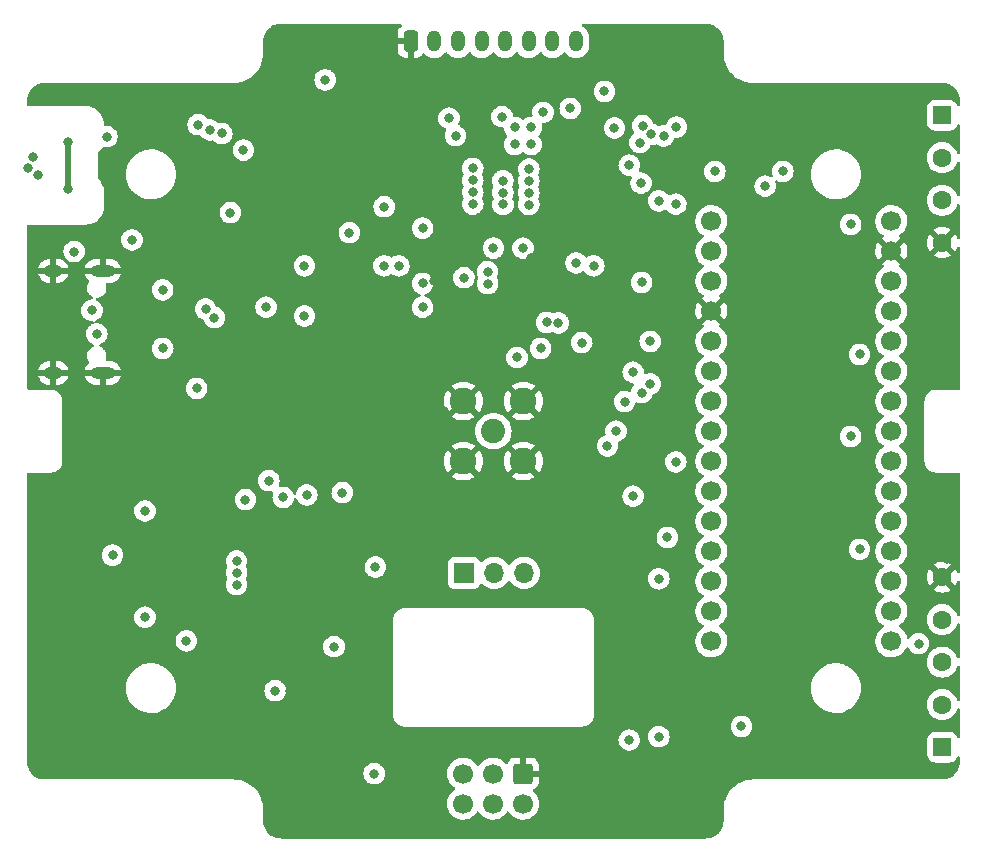
<source format=gbr>
%TF.GenerationSoftware,KiCad,Pcbnew,5.99.0-unknown-36d11f745e~142~ubuntu20.04.1*%
%TF.CreationDate,2021-10-28T09:57:51+02:00*%
%TF.ProjectId,Main_PCB_2,4d61696e-5f50-4434-925f-322e6b696361,rev?*%
%TF.SameCoordinates,Original*%
%TF.FileFunction,Copper,L3,Inr*%
%TF.FilePolarity,Positive*%
%FSLAX46Y46*%
G04 Gerber Fmt 4.6, Leading zero omitted, Abs format (unit mm)*
G04 Created by KiCad (PCBNEW 5.99.0-unknown-36d11f745e~142~ubuntu20.04.1) date 2021-10-28 09:57:51*
%MOMM*%
%LPD*%
G01*
G04 APERTURE LIST*
G04 Aperture macros list*
%AMRoundRect*
0 Rectangle with rounded corners*
0 $1 Rounding radius*
0 $2 $3 $4 $5 $6 $7 $8 $9 X,Y pos of 4 corners*
0 Add a 4 corners polygon primitive as box body*
4,1,4,$2,$3,$4,$5,$6,$7,$8,$9,$2,$3,0*
0 Add four circle primitives for the rounded corners*
1,1,$1+$1,$2,$3*
1,1,$1+$1,$4,$5*
1,1,$1+$1,$6,$7*
1,1,$1+$1,$8,$9*
0 Add four rect primitives between the rounded corners*
20,1,$1+$1,$2,$3,$4,$5,0*
20,1,$1+$1,$4,$5,$6,$7,0*
20,1,$1+$1,$6,$7,$8,$9,0*
20,1,$1+$1,$8,$9,$2,$3,0*%
G04 Aperture macros list end*
%TA.AperFunction,ComponentPad*%
%ADD10RoundRect,0.250000X-0.600000X0.600000X-0.600000X-0.600000X0.600000X-0.600000X0.600000X0.600000X0*%
%TD*%
%TA.AperFunction,ComponentPad*%
%ADD11C,1.700000*%
%TD*%
%TA.AperFunction,ComponentPad*%
%ADD12O,1.600000X1.000000*%
%TD*%
%TA.AperFunction,ComponentPad*%
%ADD13O,2.100000X1.000000*%
%TD*%
%TA.AperFunction,ComponentPad*%
%ADD14RoundRect,0.250000X-0.550000X0.550000X-0.550000X-0.550000X0.550000X-0.550000X0.550000X0.550000X0*%
%TD*%
%TA.AperFunction,ComponentPad*%
%ADD15C,1.600000*%
%TD*%
%TA.AperFunction,ComponentPad*%
%ADD16R,1.700000X1.700000*%
%TD*%
%TA.AperFunction,ComponentPad*%
%ADD17O,1.700000X1.700000*%
%TD*%
%TA.AperFunction,ComponentPad*%
%ADD18RoundRect,0.250000X0.550000X-0.550000X0.550000X0.550000X-0.550000X0.550000X-0.550000X-0.550000X0*%
%TD*%
%TA.AperFunction,ComponentPad*%
%ADD19RoundRect,0.250000X-0.350000X-0.650000X0.350000X-0.650000X0.350000X0.650000X-0.350000X0.650000X0*%
%TD*%
%TA.AperFunction,ComponentPad*%
%ADD20O,1.200000X1.800000*%
%TD*%
%TA.AperFunction,ComponentPad*%
%ADD21C,2.050000*%
%TD*%
%TA.AperFunction,ComponentPad*%
%ADD22C,2.250000*%
%TD*%
%TA.AperFunction,ViaPad*%
%ADD23C,0.800000*%
%TD*%
%TA.AperFunction,Conductor*%
%ADD24C,0.500000*%
%TD*%
G04 APERTURE END LIST*
D10*
%TO.N,GND*%
%TO.C,J2*%
X111500000Y-127000000D03*
D11*
%TO.N,VCC*%
X111500000Y-129540000D03*
%TO.N,/IC2_MoistureSensor_SCL1*%
X108960000Y-127000000D03*
%TO.N,/IC2_MoistureSensor_SDA1*%
X108960000Y-129540000D03*
%TO.N,/IC2_MoistureSensor_SCL2*%
X106420000Y-127000000D03*
%TO.N,/IC2_MoistureSensor_SDA2*%
X106420000Y-129540000D03*
%TD*%
D12*
%TO.N,GND*%
%TO.C,J3*%
X71750000Y-84430000D03*
D13*
X75930000Y-84430000D03*
X75930000Y-93070000D03*
D12*
X71750000Y-93070000D03*
%TD*%
D11*
%TO.N,/D1_TX*%
%TO.C,U6*%
X127450000Y-80220000D03*
%TO.N,/D0_TX*%
X127450000Y-82760000D03*
%TO.N,/Reset*%
X127450000Y-85300000D03*
%TO.N,GND*%
X127450000Y-87840000D03*
%TO.N,/SPI_LORA_MOSI*%
X127450000Y-90380000D03*
%TO.N,/SPI_LORA_NSS*%
X127450000Y-92920000D03*
%TO.N,/IC2_MoistureSensor_SDA2*%
X127450000Y-95460000D03*
%TO.N,/IC2_MoistureSensor_SCL2*%
X127450000Y-98000000D03*
%TO.N,/TempAlert*%
X127450000Y-100540000D03*
%TO.N,unconnected-(U6-Pad10)*%
X127450000Y-103080000D03*
%TO.N,unconnected-(U6-Pad11)*%
X127450000Y-105620000D03*
%TO.N,/D9*%
X127450000Y-108160000D03*
%TO.N,/SPI_LORA_MISO*%
X127450000Y-110700000D03*
%TO.N,unconnected-(U6-Pad14)*%
X127450000Y-113240000D03*
%TO.N,/IC2_MoistureSensor_SDA1*%
X127450000Y-115780000D03*
%TO.N,/LED*%
X142690000Y-115780000D03*
%TO.N,VCC*%
X142690000Y-113240000D03*
%TO.N,unconnected-(U6-Pad18)*%
X142690000Y-110700000D03*
%TO.N,/bat_voltage*%
X142690000Y-108160000D03*
%TO.N,/LORA_DIO0*%
X142690000Y-105620000D03*
%TO.N,/LORA_DIO1*%
X142690000Y-103080000D03*
%TO.N,Lora-Reset*%
X142690000Y-100540000D03*
%TO.N,/SPI_LORA_SCK*%
X142690000Y-98000000D03*
%TO.N,unconnected-(U6-Pad24)*%
X142690000Y-95460000D03*
%TO.N,/IC2_MoistureSensor_SCL1*%
X142690000Y-92920000D03*
%TO.N,unconnected-(U6-Pad26)*%
X142690000Y-90380000D03*
%TO.N,unconnected-(U6-Pad27)*%
X142690000Y-87840000D03*
%TO.N,/Reset*%
X142690000Y-85300000D03*
%TO.N,GND*%
X142690000Y-82760000D03*
%TO.N,unconnected-(U6-Pad30)*%
X142690000Y-80220000D03*
%TD*%
D14*
%TO.N,VBAT*%
%TO.C,REF\u002A\u002A*%
X147000000Y-71250000D03*
D15*
%TO.N,/LED*%
X147000000Y-74850000D03*
%TO.N,VCC*%
X147000000Y-78450000D03*
%TO.N,GND*%
X147000000Y-82050000D03*
%TD*%
D16*
%TO.N,/usb3v3*%
%TO.C,J4*%
X106500000Y-110000000D03*
D17*
%TO.N,VCC*%
X109040000Y-110000000D03*
%TO.N,/battery*%
X111580000Y-110000000D03*
%TD*%
D18*
%TO.N,/battery*%
%TO.C,REF\u002A\u002A*%
X147000000Y-124750000D03*
D15*
%TO.N,/IC2_MoistureSensor_SCL1*%
X147000000Y-121150000D03*
%TO.N,/IC2_MoistureSensor_SDA1*%
X147000000Y-117550000D03*
%TO.N,VCC*%
X147000000Y-113950000D03*
%TO.N,GND*%
X147000000Y-110350000D03*
%TD*%
D19*
%TO.N,GND*%
%TO.C,J5*%
X102000000Y-65000000D03*
D20*
%TO.N,VCC*%
X104000000Y-65000000D03*
%TO.N,unconnected-(J5-Pad3)*%
X106000000Y-65000000D03*
%TO.N,/LED*%
X108000000Y-65000000D03*
%TO.N,/IC2_MoistureSensor_SCL1*%
X110000000Y-65000000D03*
%TO.N,/IC2_MoistureSensor_SDA1*%
X112000000Y-65000000D03*
%TO.N,/battery*%
X114000000Y-65000000D03*
%TO.N,VBAT*%
X116000000Y-65000000D03*
%TD*%
D21*
%TO.N,Net-(J1-Pad1)*%
%TO.C,J1*%
X109000000Y-98000000D03*
D22*
%TO.N,GND*%
X106460000Y-100540000D03*
X111540000Y-95460000D03*
X106460000Y-95460000D03*
X111540000Y-100540000D03*
%TD*%
D23*
%TO.N,/IC2_MoistureSensor_SCL1*%
X70424834Y-76320189D03*
X110800000Y-72275500D03*
X110800000Y-73724500D03*
X113500000Y-88800000D03*
X86000000Y-72800000D03*
X121551000Y-94735500D03*
X123400000Y-73000000D03*
%TO.N,/IC2_MoistureSensor_SDA1*%
X114500000Y-88843738D03*
X120500000Y-124150500D03*
X112200000Y-72275500D03*
X85000000Y-72500000D03*
X123000000Y-123875500D03*
X122275500Y-94000000D03*
X124500000Y-72250000D03*
X112200000Y-73724500D03*
X69612407Y-75737981D03*
%TO.N,/LORA_DIO0*%
X83875008Y-94375008D03*
X121400000Y-73570732D03*
X123724500Y-107000000D03*
%TO.N,VCC*%
X111000000Y-91750000D03*
X127750000Y-76000000D03*
X93000000Y-88250000D03*
X76269841Y-73069841D03*
X90520000Y-119970000D03*
X133500000Y-76000000D03*
X106500000Y-85000000D03*
X79500000Y-113750000D03*
X79500000Y-104750000D03*
X105237701Y-71500000D03*
X116000000Y-83750000D03*
X115500000Y-70674020D03*
X99000000Y-109500000D03*
X99750000Y-79000000D03*
%TO.N,/LORA_DIO1*%
X93200000Y-103400000D03*
X89750000Y-87500000D03*
X107250000Y-75750000D03*
%TO.N,/Reset*%
X120500000Y-75469263D03*
X105800000Y-72975000D03*
X95500000Y-116250000D03*
X87825980Y-74200000D03*
X83000000Y-115750000D03*
X121551000Y-85400000D03*
%TO.N,GND*%
X138000000Y-89500000D03*
X89000000Y-72750000D03*
X101600000Y-91800000D03*
X86000000Y-103750000D03*
X121400000Y-65000000D03*
X125000000Y-77500000D03*
X90250000Y-108000000D03*
X101900000Y-94300000D03*
X121000000Y-87000000D03*
X98400000Y-93400000D03*
X73000000Y-73500000D03*
X103600000Y-96000000D03*
X101600000Y-93100000D03*
X101600000Y-90500000D03*
X73000000Y-77500000D03*
X121000000Y-89500000D03*
X134250000Y-96500000D03*
X147400000Y-108800000D03*
X92200000Y-79600000D03*
X125800000Y-81500000D03*
X119500000Y-79000000D03*
X82750000Y-88750000D03*
X71000000Y-126000000D03*
X80750000Y-84000000D03*
X78000000Y-92000000D03*
X100500000Y-68000000D03*
X127000000Y-131000000D03*
X90000000Y-81000000D03*
X88250000Y-92750000D03*
X121500000Y-92000000D03*
X117000000Y-75500000D03*
X120012299Y-70987701D03*
X102600000Y-95300000D03*
X111750000Y-98000000D03*
X99200000Y-88600000D03*
X88500000Y-96250000D03*
X100000000Y-103000000D03*
X116000000Y-124000000D03*
X98700000Y-94800000D03*
X84750000Y-83000000D03*
X127000000Y-65000000D03*
X85000000Y-76750000D03*
X99200000Y-96100000D03*
X93020000Y-119970000D03*
X104000000Y-85325980D03*
X109000000Y-95250000D03*
X133250000Y-72250000D03*
X130000000Y-109000000D03*
X98250000Y-92000000D03*
X109000000Y-100750000D03*
X106500000Y-72000000D03*
X102800000Y-99200000D03*
X74100000Y-103100000D03*
X125800000Y-92000000D03*
X104800000Y-96300000D03*
X74100000Y-110150000D03*
X125800000Y-94000000D03*
X95520000Y-119970000D03*
X95400000Y-100600000D03*
X137500000Y-102000000D03*
X96098774Y-71565699D03*
X130000000Y-102000000D03*
X109000000Y-67000000D03*
X100100000Y-97300000D03*
X147400000Y-104400000D03*
X96500000Y-68000000D03*
X137500000Y-105500000D03*
X112192851Y-83307149D03*
X104400000Y-99600000D03*
X120000000Y-110500000D03*
X123501605Y-74759375D03*
X101400000Y-89300000D03*
X116000000Y-81000000D03*
X93250000Y-99250000D03*
X101400000Y-98400000D03*
X91000000Y-131000000D03*
X85250000Y-113750000D03*
X137500000Y-109000000D03*
X100400000Y-88600000D03*
X93000000Y-86750000D03*
X118000000Y-87000000D03*
X76200000Y-77000000D03*
X93250000Y-68500000D03*
X91770000Y-119970000D03*
X98000000Y-79000000D03*
X130000000Y-105500000D03*
X120000000Y-122000000D03*
X103000000Y-125500000D03*
%TO.N,/SPI_LORA_NSS*%
X120826500Y-93000000D03*
X120826500Y-103500497D03*
X96200000Y-103200000D03*
%TO.N,Lora-Reset*%
X99737788Y-83999989D03*
X108512299Y-85512299D03*
X118653000Y-99250000D03*
%TO.N,/SPI_LORA_MOSI*%
X112000000Y-76800497D03*
X121500000Y-77000000D03*
X107250000Y-76750497D03*
X109800000Y-76800000D03*
X89987701Y-102187701D03*
X122275500Y-90400000D03*
%TO.N,/SPI_LORA_MISO*%
X107250000Y-77750000D03*
X123000000Y-110500000D03*
X109800000Y-77800000D03*
X88000000Y-103800000D03*
X123000000Y-78500000D03*
X112000000Y-77800000D03*
%TO.N,/SPI_LORA_SCK*%
X107250000Y-78774599D03*
X91200000Y-103600000D03*
X139250000Y-80500000D03*
X109812299Y-78800000D03*
X139250000Y-98450011D03*
X112000000Y-78812051D03*
%TO.N,/D0_TX*%
X108500000Y-84500000D03*
X117500000Y-84000000D03*
X103000000Y-85500000D03*
%TO.N,/D1_TX*%
X109000000Y-82500000D03*
X111500000Y-82500000D03*
X101000000Y-84000000D03*
%TO.N,VBAT*%
X118400000Y-69225009D03*
X86724500Y-79500000D03*
%TO.N,/IC2_MoistureSensor_SCL2*%
X119377500Y-98000000D03*
X98900000Y-127000000D03*
%TO.N,/IC2_MoistureSensor_SDA2*%
X120102000Y-95500000D03*
%TO.N,/SWDIO*%
X87250000Y-111000000D03*
X119250000Y-72325499D03*
%TO.N,/SWCLK*%
X87262299Y-109987701D03*
X113200000Y-71000000D03*
%TO.N,/SWO*%
X87249854Y-108988276D03*
X109727141Y-71376460D03*
%TO.N,/TempAlert*%
X84000000Y-72050491D03*
X69988190Y-74811810D03*
X112000000Y-75800000D03*
X124449000Y-78775500D03*
X124449000Y-100600000D03*
%TO.N,+5V*%
X81000000Y-91000000D03*
X81000000Y-86037500D03*
%TO.N,Net-(J3-PadB5)*%
X75416609Y-89764620D03*
X73500000Y-82800000D03*
%TO.N,Net-(J3-PadA5)*%
X75010867Y-87760867D03*
X78400000Y-81800000D03*
%TO.N,USB+*%
X85371232Y-88395732D03*
X121628768Y-72128768D03*
%TO.N,USB-*%
X84628768Y-87653268D03*
X122371232Y-72871232D03*
%TO.N,/battery*%
X132000000Y-77250000D03*
X130000000Y-123000000D03*
%TO.N,/usb3v3*%
X93000000Y-84000000D03*
%TO.N,/boot0*%
X94750000Y-68252909D03*
X76750000Y-108500000D03*
%TO.N,/bat_voltage*%
X103000000Y-87500000D03*
X116476020Y-90500000D03*
X113000000Y-91000000D03*
X140000000Y-108000000D03*
X103009124Y-80809124D03*
X96800000Y-81202429D03*
X140000000Y-91500000D03*
%TO.N,/LED*%
X145000000Y-116000000D03*
%TD*%
D24*
%TO.N,GND*%
X73000000Y-73500000D02*
X73000000Y-77500000D01*
%TD*%
%TA.AperFunction,Conductor*%
%TO.N,GND*%
G36*
X101195192Y-63528002D02*
G01*
X101241685Y-63581658D01*
X101251789Y-63651932D01*
X101222295Y-63716512D01*
X101193374Y-63741144D01*
X101182193Y-63748063D01*
X101170792Y-63757099D01*
X101056261Y-63871829D01*
X101047249Y-63883240D01*
X100962184Y-64021243D01*
X100956037Y-64034424D01*
X100904862Y-64188710D01*
X100901995Y-64202086D01*
X100892328Y-64296438D01*
X100892000Y-64302855D01*
X100892000Y-64727885D01*
X100896475Y-64743124D01*
X100897865Y-64744329D01*
X100905548Y-64746000D01*
X102128000Y-64746000D01*
X102196121Y-64766002D01*
X102242614Y-64819658D01*
X102254000Y-64872000D01*
X102254000Y-66389884D01*
X102258475Y-66405123D01*
X102259865Y-66406328D01*
X102267548Y-66407999D01*
X102397095Y-66407999D01*
X102403614Y-66407662D01*
X102499206Y-66397743D01*
X102512600Y-66394851D01*
X102666784Y-66343412D01*
X102679962Y-66337239D01*
X102817807Y-66251937D01*
X102829208Y-66242901D01*
X102943739Y-66128171D01*
X102952751Y-66116760D01*
X102980745Y-66071345D01*
X103033517Y-66023852D01*
X103103589Y-66012428D01*
X103168713Y-66040702D01*
X103187088Y-66059625D01*
X103193604Y-66067920D01*
X103198135Y-66071852D01*
X103198138Y-66071855D01*
X103284058Y-66146412D01*
X103353363Y-66206552D01*
X103358549Y-66209552D01*
X103358553Y-66209555D01*
X103513272Y-66299062D01*
X103536454Y-66312473D01*
X103736271Y-66381861D01*
X103742206Y-66382722D01*
X103742208Y-66382722D01*
X103939664Y-66411352D01*
X103939667Y-66411352D01*
X103945604Y-66412213D01*
X104156899Y-66402433D01*
X104288077Y-66370819D01*
X104356701Y-66354281D01*
X104356703Y-66354280D01*
X104362534Y-66352875D01*
X104367992Y-66350393D01*
X104367996Y-66350392D01*
X104483041Y-66298084D01*
X104555087Y-66265326D01*
X104727611Y-66142946D01*
X104857473Y-66007290D01*
X104869736Y-65994480D01*
X104873881Y-65990150D01*
X104880459Y-65979962D01*
X104894746Y-65957837D01*
X104948501Y-65911460D01*
X105018797Y-65901507D01*
X105083314Y-65931139D01*
X105099681Y-65948351D01*
X105193604Y-66067920D01*
X105198135Y-66071852D01*
X105198138Y-66071855D01*
X105284058Y-66146412D01*
X105353363Y-66206552D01*
X105358549Y-66209552D01*
X105358553Y-66209555D01*
X105513272Y-66299062D01*
X105536454Y-66312473D01*
X105736271Y-66381861D01*
X105742206Y-66382722D01*
X105742208Y-66382722D01*
X105939664Y-66411352D01*
X105939667Y-66411352D01*
X105945604Y-66412213D01*
X106156899Y-66402433D01*
X106288077Y-66370819D01*
X106356701Y-66354281D01*
X106356703Y-66354280D01*
X106362534Y-66352875D01*
X106367992Y-66350393D01*
X106367996Y-66350392D01*
X106483041Y-66298084D01*
X106555087Y-66265326D01*
X106727611Y-66142946D01*
X106857473Y-66007290D01*
X106869736Y-65994480D01*
X106873881Y-65990150D01*
X106880459Y-65979962D01*
X106894746Y-65957837D01*
X106948501Y-65911460D01*
X107018797Y-65901507D01*
X107083314Y-65931139D01*
X107099681Y-65948351D01*
X107193604Y-66067920D01*
X107198135Y-66071852D01*
X107198138Y-66071855D01*
X107284058Y-66146412D01*
X107353363Y-66206552D01*
X107358549Y-66209552D01*
X107358553Y-66209555D01*
X107513272Y-66299062D01*
X107536454Y-66312473D01*
X107736271Y-66381861D01*
X107742206Y-66382722D01*
X107742208Y-66382722D01*
X107939664Y-66411352D01*
X107939667Y-66411352D01*
X107945604Y-66412213D01*
X108156899Y-66402433D01*
X108288077Y-66370819D01*
X108356701Y-66354281D01*
X108356703Y-66354280D01*
X108362534Y-66352875D01*
X108367992Y-66350393D01*
X108367996Y-66350392D01*
X108483041Y-66298084D01*
X108555087Y-66265326D01*
X108727611Y-66142946D01*
X108857473Y-66007290D01*
X108869736Y-65994480D01*
X108873881Y-65990150D01*
X108880459Y-65979962D01*
X108894746Y-65957837D01*
X108948501Y-65911460D01*
X109018797Y-65901507D01*
X109083314Y-65931139D01*
X109099681Y-65948351D01*
X109193604Y-66067920D01*
X109198135Y-66071852D01*
X109198138Y-66071855D01*
X109284058Y-66146412D01*
X109353363Y-66206552D01*
X109358549Y-66209552D01*
X109358553Y-66209555D01*
X109513272Y-66299062D01*
X109536454Y-66312473D01*
X109736271Y-66381861D01*
X109742206Y-66382722D01*
X109742208Y-66382722D01*
X109939664Y-66411352D01*
X109939667Y-66411352D01*
X109945604Y-66412213D01*
X110156899Y-66402433D01*
X110288077Y-66370819D01*
X110356701Y-66354281D01*
X110356703Y-66354280D01*
X110362534Y-66352875D01*
X110367992Y-66350393D01*
X110367996Y-66350392D01*
X110483041Y-66298084D01*
X110555087Y-66265326D01*
X110727611Y-66142946D01*
X110857473Y-66007290D01*
X110869736Y-65994480D01*
X110873881Y-65990150D01*
X110880459Y-65979962D01*
X110894746Y-65957837D01*
X110948501Y-65911460D01*
X111018797Y-65901507D01*
X111083314Y-65931139D01*
X111099681Y-65948351D01*
X111193604Y-66067920D01*
X111198135Y-66071852D01*
X111198138Y-66071855D01*
X111284058Y-66146412D01*
X111353363Y-66206552D01*
X111358549Y-66209552D01*
X111358553Y-66209555D01*
X111513272Y-66299062D01*
X111536454Y-66312473D01*
X111736271Y-66381861D01*
X111742206Y-66382722D01*
X111742208Y-66382722D01*
X111939664Y-66411352D01*
X111939667Y-66411352D01*
X111945604Y-66412213D01*
X112156899Y-66402433D01*
X112288077Y-66370819D01*
X112356701Y-66354281D01*
X112356703Y-66354280D01*
X112362534Y-66352875D01*
X112367992Y-66350393D01*
X112367996Y-66350392D01*
X112483041Y-66298084D01*
X112555087Y-66265326D01*
X112727611Y-66142946D01*
X112857473Y-66007290D01*
X112869736Y-65994480D01*
X112873881Y-65990150D01*
X112880459Y-65979962D01*
X112894746Y-65957837D01*
X112948501Y-65911460D01*
X113018797Y-65901507D01*
X113083314Y-65931139D01*
X113099681Y-65948351D01*
X113193604Y-66067920D01*
X113198135Y-66071852D01*
X113198138Y-66071855D01*
X113284058Y-66146412D01*
X113353363Y-66206552D01*
X113358549Y-66209552D01*
X113358553Y-66209555D01*
X113513272Y-66299062D01*
X113536454Y-66312473D01*
X113736271Y-66381861D01*
X113742206Y-66382722D01*
X113742208Y-66382722D01*
X113939664Y-66411352D01*
X113939667Y-66411352D01*
X113945604Y-66412213D01*
X114156899Y-66402433D01*
X114288077Y-66370819D01*
X114356701Y-66354281D01*
X114356703Y-66354280D01*
X114362534Y-66352875D01*
X114367992Y-66350393D01*
X114367996Y-66350392D01*
X114483041Y-66298084D01*
X114555087Y-66265326D01*
X114727611Y-66142946D01*
X114857473Y-66007290D01*
X114869736Y-65994480D01*
X114873881Y-65990150D01*
X114880459Y-65979962D01*
X114894746Y-65957837D01*
X114948501Y-65911460D01*
X115018797Y-65901507D01*
X115083314Y-65931139D01*
X115099681Y-65948351D01*
X115193604Y-66067920D01*
X115198135Y-66071852D01*
X115198138Y-66071855D01*
X115284058Y-66146412D01*
X115353363Y-66206552D01*
X115358549Y-66209552D01*
X115358553Y-66209555D01*
X115513272Y-66299062D01*
X115536454Y-66312473D01*
X115736271Y-66381861D01*
X115742206Y-66382722D01*
X115742208Y-66382722D01*
X115939664Y-66411352D01*
X115939667Y-66411352D01*
X115945604Y-66412213D01*
X116156899Y-66402433D01*
X116288077Y-66370819D01*
X116356701Y-66354281D01*
X116356703Y-66354280D01*
X116362534Y-66352875D01*
X116367992Y-66350393D01*
X116367996Y-66350392D01*
X116483041Y-66298084D01*
X116555087Y-66265326D01*
X116727611Y-66142946D01*
X116857473Y-66007290D01*
X116869736Y-65994480D01*
X116873881Y-65990150D01*
X116988620Y-65812452D01*
X117067686Y-65616263D01*
X117108228Y-65408663D01*
X117108500Y-65403101D01*
X117108500Y-64647154D01*
X117093452Y-64489434D01*
X117033908Y-64286466D01*
X116998905Y-64218503D01*
X116939804Y-64103751D01*
X116939802Y-64103748D01*
X116937058Y-64098420D01*
X116806396Y-63932080D01*
X116801865Y-63928148D01*
X116801862Y-63928145D01*
X116651167Y-63797379D01*
X116646637Y-63793448D01*
X116641451Y-63790448D01*
X116641447Y-63790445D01*
X116559545Y-63743064D01*
X116510596Y-63691639D01*
X116497221Y-63621913D01*
X116523665Y-63556026D01*
X116581533Y-63514894D01*
X116622640Y-63508000D01*
X126950672Y-63508000D01*
X126970056Y-63509500D01*
X126972284Y-63509847D01*
X126984859Y-63511805D01*
X126984861Y-63511805D01*
X126993730Y-63513186D01*
X127002632Y-63512022D01*
X127002634Y-63512022D01*
X127008959Y-63511195D01*
X127034282Y-63510452D01*
X127198126Y-63522170D01*
X127203343Y-63522543D01*
X127221137Y-63525101D01*
X127411540Y-63566521D01*
X127428788Y-63571586D01*
X127611358Y-63639682D01*
X127627710Y-63647149D01*
X127636470Y-63651932D01*
X127798734Y-63740534D01*
X127813848Y-63750248D01*
X127923516Y-63832344D01*
X127969842Y-63867023D01*
X127983428Y-63878796D01*
X128121204Y-64016572D01*
X128132977Y-64030158D01*
X128141964Y-64042163D01*
X128249752Y-64186152D01*
X128259469Y-64201271D01*
X128352851Y-64372290D01*
X128360318Y-64388642D01*
X128428414Y-64571212D01*
X128433480Y-64588462D01*
X128474899Y-64778863D01*
X128477457Y-64796658D01*
X128489041Y-64958629D01*
X128488297Y-64976533D01*
X128488195Y-64984858D01*
X128486814Y-64993730D01*
X128487978Y-65002632D01*
X128487978Y-65002635D01*
X128490936Y-65025251D01*
X128492000Y-65041589D01*
X128492000Y-65946793D01*
X128490254Y-65967697D01*
X128486929Y-65987461D01*
X128486776Y-66000000D01*
X128487466Y-66004815D01*
X128487627Y-66007290D01*
X128488195Y-66012885D01*
X128505505Y-66299061D01*
X128505735Y-66302858D01*
X128560427Y-66601301D01*
X128650693Y-66890975D01*
X128652255Y-66894445D01*
X128652257Y-66894451D01*
X128712955Y-67029315D01*
X128775217Y-67167656D01*
X128777186Y-67170913D01*
X128777188Y-67170917D01*
X128882068Y-67344409D01*
X128932184Y-67427311D01*
X128934525Y-67430299D01*
X128934527Y-67430302D01*
X128981345Y-67490060D01*
X129119304Y-67666152D01*
X129333848Y-67880696D01*
X129399568Y-67932184D01*
X129566518Y-68062981D01*
X129572689Y-68067816D01*
X129575943Y-68069783D01*
X129829083Y-68222812D01*
X129829087Y-68222814D01*
X129832344Y-68224783D01*
X129970684Y-68287045D01*
X130105549Y-68347743D01*
X130105555Y-68347745D01*
X130109025Y-68349307D01*
X130398699Y-68439573D01*
X130697142Y-68494265D01*
X130700933Y-68494494D01*
X130700939Y-68494495D01*
X130878995Y-68505264D01*
X130969213Y-68510721D01*
X130982517Y-68512239D01*
X130987461Y-68513071D01*
X130993938Y-68513150D01*
X130995141Y-68513165D01*
X130995145Y-68513165D01*
X131000000Y-68513224D01*
X131027588Y-68509273D01*
X131045451Y-68508000D01*
X146950672Y-68508000D01*
X146970056Y-68509500D01*
X146971637Y-68509746D01*
X146984859Y-68511805D01*
X146984861Y-68511805D01*
X146993730Y-68513186D01*
X147002632Y-68512022D01*
X147002634Y-68512022D01*
X147008959Y-68511195D01*
X147034282Y-68510452D01*
X147198126Y-68522170D01*
X147203343Y-68522543D01*
X147221137Y-68525101D01*
X147411540Y-68566521D01*
X147428788Y-68571586D01*
X147611358Y-68639682D01*
X147627710Y-68647149D01*
X147693020Y-68682810D01*
X147798734Y-68740534D01*
X147813848Y-68750248D01*
X147866755Y-68789853D01*
X147969842Y-68867023D01*
X147983428Y-68878796D01*
X148121204Y-69016572D01*
X148132977Y-69030158D01*
X148249752Y-69186152D01*
X148259466Y-69201266D01*
X148276015Y-69231574D01*
X148352851Y-69372290D01*
X148360318Y-69388642D01*
X148428414Y-69571212D01*
X148433480Y-69588462D01*
X148474899Y-69778863D01*
X148477457Y-69796658D01*
X148489041Y-69958629D01*
X148488297Y-69976533D01*
X148488195Y-69984858D01*
X148486814Y-69993730D01*
X148487978Y-70002632D01*
X148487978Y-70002635D01*
X148490936Y-70025251D01*
X148492000Y-70041589D01*
X148492000Y-70350943D01*
X148471998Y-70419064D01*
X148418342Y-70465557D01*
X148348068Y-70475661D01*
X148283488Y-70446167D01*
X148246476Y-70390819D01*
X148243868Y-70383002D01*
X148241550Y-70376054D01*
X148148478Y-70225652D01*
X148023303Y-70100695D01*
X148008386Y-70091500D01*
X147878968Y-70011725D01*
X147878966Y-70011724D01*
X147872738Y-70007885D01*
X147712254Y-69954655D01*
X147711389Y-69954368D01*
X147711387Y-69954368D01*
X147704861Y-69952203D01*
X147698025Y-69951503D01*
X147698022Y-69951502D01*
X147654969Y-69947091D01*
X147600400Y-69941500D01*
X146399600Y-69941500D01*
X146396354Y-69941837D01*
X146396350Y-69941837D01*
X146300692Y-69951762D01*
X146300688Y-69951763D01*
X146293834Y-69952474D01*
X146287298Y-69954655D01*
X146287296Y-69954655D01*
X146174569Y-69992264D01*
X146126054Y-70008450D01*
X145975652Y-70101522D01*
X145850695Y-70226697D01*
X145757885Y-70377262D01*
X145744020Y-70419064D01*
X145713742Y-70510351D01*
X145702203Y-70545139D01*
X145691500Y-70649600D01*
X145691500Y-71850400D01*
X145691837Y-71853646D01*
X145691837Y-71853650D01*
X145701650Y-71948220D01*
X145702474Y-71956166D01*
X145704655Y-71962702D01*
X145704655Y-71962704D01*
X145741598Y-72073434D01*
X145758450Y-72123946D01*
X145851522Y-72274348D01*
X145856704Y-72279521D01*
X145864433Y-72287237D01*
X145976697Y-72399305D01*
X145982927Y-72403145D01*
X145982928Y-72403146D01*
X146120090Y-72487694D01*
X146127262Y-72492115D01*
X146152012Y-72500324D01*
X146288611Y-72545632D01*
X146288613Y-72545632D01*
X146295139Y-72547797D01*
X146301975Y-72548497D01*
X146301978Y-72548498D01*
X146345031Y-72552909D01*
X146399600Y-72558500D01*
X147600400Y-72558500D01*
X147603646Y-72558163D01*
X147603650Y-72558163D01*
X147699308Y-72548238D01*
X147699312Y-72548237D01*
X147706166Y-72547526D01*
X147712702Y-72545345D01*
X147712704Y-72545345D01*
X147847647Y-72500324D01*
X147873946Y-72491550D01*
X148024348Y-72398478D01*
X148149305Y-72273303D01*
X148153146Y-72267072D01*
X148238275Y-72128968D01*
X148238276Y-72128966D01*
X148242115Y-72122738D01*
X148246407Y-72109798D01*
X148286838Y-72051438D01*
X148352402Y-72024201D01*
X148422283Y-72036734D01*
X148474295Y-72085059D01*
X148492000Y-72149465D01*
X148492000Y-74405500D01*
X148471998Y-74473621D01*
X148418342Y-74520114D01*
X148348068Y-74530218D01*
X148283488Y-74500724D01*
X148244293Y-74438111D01*
X148235707Y-74406067D01*
X148235706Y-74406065D01*
X148234284Y-74400757D01*
X148231961Y-74395775D01*
X148139849Y-74198238D01*
X148139846Y-74198233D01*
X148137523Y-74193251D01*
X148006198Y-74005700D01*
X147844300Y-73843802D01*
X147839792Y-73840645D01*
X147839789Y-73840643D01*
X147750839Y-73778360D01*
X147656749Y-73712477D01*
X147651767Y-73710154D01*
X147651762Y-73710151D01*
X147454225Y-73618039D01*
X147454224Y-73618039D01*
X147449243Y-73615716D01*
X147443935Y-73614294D01*
X147443933Y-73614293D01*
X147233402Y-73557881D01*
X147233400Y-73557881D01*
X147228087Y-73556457D01*
X147000000Y-73536502D01*
X146771913Y-73556457D01*
X146766600Y-73557881D01*
X146766598Y-73557881D01*
X146556067Y-73614293D01*
X146556065Y-73614294D01*
X146550757Y-73615716D01*
X146545776Y-73618039D01*
X146545775Y-73618039D01*
X146348238Y-73710151D01*
X146348233Y-73710154D01*
X146343251Y-73712477D01*
X146249161Y-73778360D01*
X146160211Y-73840643D01*
X146160208Y-73840645D01*
X146155700Y-73843802D01*
X145993802Y-74005700D01*
X145862477Y-74193251D01*
X145860154Y-74198233D01*
X145860151Y-74198238D01*
X145768039Y-74395775D01*
X145765716Y-74400757D01*
X145764294Y-74406065D01*
X145764293Y-74406067D01*
X145712203Y-74600469D01*
X145706457Y-74621913D01*
X145686502Y-74850000D01*
X145706457Y-75078087D01*
X145707881Y-75083400D01*
X145707881Y-75083402D01*
X145760382Y-75279335D01*
X145765716Y-75299243D01*
X145768039Y-75304224D01*
X145768039Y-75304225D01*
X145860151Y-75501762D01*
X145860154Y-75501767D01*
X145862477Y-75506749D01*
X145904410Y-75566635D01*
X145987889Y-75685855D01*
X145993802Y-75694300D01*
X146155700Y-75856198D01*
X146160208Y-75859355D01*
X146160211Y-75859357D01*
X146206116Y-75891500D01*
X146343251Y-75987523D01*
X146348233Y-75989846D01*
X146348238Y-75989849D01*
X146523337Y-76071498D01*
X146550757Y-76084284D01*
X146556065Y-76085706D01*
X146556067Y-76085707D01*
X146766598Y-76142119D01*
X146766600Y-76142119D01*
X146771913Y-76143543D01*
X147000000Y-76163498D01*
X147228087Y-76143543D01*
X147233400Y-76142119D01*
X147233402Y-76142119D01*
X147443933Y-76085707D01*
X147443935Y-76085706D01*
X147449243Y-76084284D01*
X147476663Y-76071498D01*
X147651762Y-75989849D01*
X147651767Y-75989846D01*
X147656749Y-75987523D01*
X147793884Y-75891500D01*
X147839789Y-75859357D01*
X147839792Y-75859355D01*
X147844300Y-75856198D01*
X148006198Y-75694300D01*
X148012112Y-75685855D01*
X148095590Y-75566635D01*
X148137523Y-75506749D01*
X148139846Y-75501767D01*
X148139849Y-75501762D01*
X148231961Y-75304225D01*
X148231961Y-75304224D01*
X148234284Y-75299243D01*
X148244293Y-75261889D01*
X148281245Y-75201266D01*
X148345105Y-75170245D01*
X148415600Y-75178673D01*
X148470347Y-75223876D01*
X148492000Y-75294500D01*
X148492000Y-78005500D01*
X148471998Y-78073621D01*
X148418342Y-78120114D01*
X148348068Y-78130218D01*
X148283488Y-78100724D01*
X148244293Y-78038111D01*
X148235707Y-78006067D01*
X148235706Y-78006065D01*
X148234284Y-78000757D01*
X148231751Y-77995325D01*
X148139849Y-77798238D01*
X148139846Y-77798233D01*
X148137523Y-77793251D01*
X148012900Y-77615271D01*
X148009357Y-77610211D01*
X148009355Y-77610208D01*
X148006198Y-77605700D01*
X147844300Y-77443802D01*
X147839792Y-77440645D01*
X147839789Y-77440643D01*
X147680856Y-77329357D01*
X147656749Y-77312477D01*
X147651767Y-77310154D01*
X147651762Y-77310151D01*
X147454225Y-77218039D01*
X147454224Y-77218039D01*
X147449243Y-77215716D01*
X147443935Y-77214294D01*
X147443933Y-77214293D01*
X147233402Y-77157881D01*
X147233400Y-77157881D01*
X147228087Y-77156457D01*
X147000000Y-77136502D01*
X146771913Y-77156457D01*
X146766600Y-77157881D01*
X146766598Y-77157881D01*
X146556067Y-77214293D01*
X146556065Y-77214294D01*
X146550757Y-77215716D01*
X146545776Y-77218039D01*
X146545775Y-77218039D01*
X146348238Y-77310151D01*
X146348233Y-77310154D01*
X146343251Y-77312477D01*
X146319144Y-77329357D01*
X146160211Y-77440643D01*
X146160208Y-77440645D01*
X146155700Y-77443802D01*
X145993802Y-77605700D01*
X145990645Y-77610208D01*
X145990643Y-77610211D01*
X145987100Y-77615271D01*
X145862477Y-77793251D01*
X145860154Y-77798233D01*
X145860151Y-77798238D01*
X145768249Y-77995325D01*
X145765716Y-78000757D01*
X145764294Y-78006065D01*
X145764293Y-78006067D01*
X145721634Y-78165271D01*
X145706457Y-78221913D01*
X145686502Y-78450000D01*
X145706457Y-78678087D01*
X145707881Y-78683400D01*
X145707881Y-78683402D01*
X145764090Y-78893173D01*
X145765716Y-78899243D01*
X145768039Y-78904224D01*
X145768039Y-78904225D01*
X145860151Y-79101762D01*
X145860154Y-79101767D01*
X145862477Y-79106749D01*
X145909535Y-79173955D01*
X145957045Y-79241805D01*
X145993802Y-79294300D01*
X146155700Y-79456198D01*
X146160208Y-79459355D01*
X146160211Y-79459357D01*
X146218657Y-79500281D01*
X146343251Y-79587523D01*
X146348233Y-79589846D01*
X146348238Y-79589849D01*
X146528606Y-79673955D01*
X146550757Y-79684284D01*
X146556065Y-79685706D01*
X146556067Y-79685707D01*
X146766598Y-79742119D01*
X146766600Y-79742119D01*
X146771913Y-79743543D01*
X147000000Y-79763498D01*
X147228087Y-79743543D01*
X147233400Y-79742119D01*
X147233402Y-79742119D01*
X147443933Y-79685707D01*
X147443935Y-79685706D01*
X147449243Y-79684284D01*
X147471394Y-79673955D01*
X147651762Y-79589849D01*
X147651767Y-79589846D01*
X147656749Y-79587523D01*
X147781343Y-79500281D01*
X147839789Y-79459357D01*
X147839792Y-79459355D01*
X147844300Y-79456198D01*
X148006198Y-79294300D01*
X148042956Y-79241805D01*
X148090465Y-79173955D01*
X148137523Y-79106749D01*
X148139846Y-79101767D01*
X148139849Y-79101762D01*
X148231961Y-78904225D01*
X148231961Y-78904224D01*
X148234284Y-78899243D01*
X148235911Y-78893173D01*
X148244293Y-78861889D01*
X148281245Y-78801266D01*
X148345105Y-78770245D01*
X148415600Y-78778673D01*
X148470347Y-78823876D01*
X148492000Y-78894500D01*
X148492000Y-81607430D01*
X148471998Y-81675551D01*
X148418342Y-81722044D01*
X148348068Y-81732148D01*
X148283488Y-81702654D01*
X148244293Y-81640041D01*
X148235236Y-81606239D01*
X148231490Y-81595947D01*
X148139414Y-81398489D01*
X148133931Y-81388994D01*
X148097491Y-81336952D01*
X148087012Y-81328576D01*
X148073566Y-81335644D01*
X147372022Y-82037188D01*
X147364408Y-82051132D01*
X147364539Y-82052965D01*
X147368790Y-82059580D01*
X148074287Y-82765077D01*
X148086062Y-82771507D01*
X148098077Y-82762211D01*
X148133931Y-82711006D01*
X148139414Y-82701511D01*
X148231490Y-82504053D01*
X148235236Y-82493761D01*
X148244293Y-82459959D01*
X148281245Y-82399336D01*
X148345105Y-82368315D01*
X148415600Y-82376743D01*
X148470347Y-82421946D01*
X148492000Y-82492570D01*
X148492000Y-94366000D01*
X148471998Y-94434121D01*
X148418342Y-94480614D01*
X148366000Y-94492000D01*
X146553206Y-94492000D01*
X146532302Y-94490254D01*
X146526435Y-94489267D01*
X146512538Y-94486929D01*
X146506180Y-94486851D01*
X146504857Y-94486835D01*
X146504853Y-94486835D01*
X146499999Y-94486776D01*
X146495192Y-94487465D01*
X146495185Y-94487465D01*
X146478780Y-94489815D01*
X146471898Y-94490609D01*
X146438005Y-94493574D01*
X146324293Y-94503523D01*
X146318979Y-94504947D01*
X146318978Y-94504947D01*
X146159237Y-94547749D01*
X146159235Y-94547750D01*
X146153927Y-94549172D01*
X146148947Y-94551494D01*
X146148945Y-94551495D01*
X145999056Y-94621390D01*
X145999053Y-94621392D01*
X145994075Y-94623713D01*
X145849596Y-94724878D01*
X145724878Y-94849596D01*
X145623713Y-94994075D01*
X145621392Y-94999053D01*
X145621390Y-94999056D01*
X145568360Y-95112779D01*
X145549172Y-95153927D01*
X145547750Y-95159235D01*
X145547749Y-95159237D01*
X145507333Y-95310072D01*
X145503523Y-95324293D01*
X145503044Y-95329773D01*
X145503042Y-95329785D01*
X145492194Y-95453768D01*
X145490928Y-95463691D01*
X145486929Y-95487460D01*
X145486776Y-95499999D01*
X145490584Y-95526590D01*
X145490727Y-95527587D01*
X145492000Y-95545450D01*
X145492000Y-100446794D01*
X145490254Y-100467698D01*
X145486929Y-100487462D01*
X145486776Y-100500001D01*
X145487465Y-100504808D01*
X145487465Y-100504815D01*
X145489815Y-100521220D01*
X145490609Y-100528102D01*
X145492488Y-100549580D01*
X145503523Y-100675707D01*
X145504947Y-100681021D01*
X145504947Y-100681022D01*
X145532370Y-100783365D01*
X145549172Y-100846073D01*
X145551494Y-100851053D01*
X145551495Y-100851055D01*
X145604756Y-100965271D01*
X145623713Y-101005925D01*
X145724878Y-101150404D01*
X145849596Y-101275122D01*
X145994075Y-101376287D01*
X145999053Y-101378608D01*
X145999056Y-101378610D01*
X146103122Y-101427137D01*
X146153927Y-101450828D01*
X146159235Y-101452250D01*
X146159237Y-101452251D01*
X146318978Y-101495053D01*
X146318979Y-101495053D01*
X146324293Y-101496477D01*
X146329779Y-101496957D01*
X146329785Y-101496958D01*
X146453768Y-101507806D01*
X146463691Y-101509072D01*
X146482667Y-101512265D01*
X146482672Y-101512265D01*
X146487460Y-101513071D01*
X146493759Y-101513148D01*
X146495140Y-101513165D01*
X146495144Y-101513165D01*
X146499999Y-101513224D01*
X146527587Y-101509273D01*
X146545450Y-101508000D01*
X148366000Y-101508000D01*
X148434121Y-101528002D01*
X148480614Y-101581658D01*
X148492000Y-101634000D01*
X148492000Y-109907430D01*
X148471998Y-109975551D01*
X148418342Y-110022044D01*
X148348068Y-110032148D01*
X148283488Y-110002654D01*
X148244293Y-109940041D01*
X148235236Y-109906239D01*
X148231490Y-109895947D01*
X148139414Y-109698489D01*
X148133931Y-109688994D01*
X148097491Y-109636952D01*
X148087012Y-109628576D01*
X148073566Y-109635644D01*
X147372022Y-110337188D01*
X147364408Y-110351132D01*
X147364539Y-110352965D01*
X147368790Y-110359580D01*
X148074287Y-111065077D01*
X148086062Y-111071507D01*
X148098077Y-111062211D01*
X148133931Y-111011006D01*
X148139414Y-111001511D01*
X148231490Y-110804053D01*
X148235236Y-110793761D01*
X148244293Y-110759959D01*
X148281245Y-110699336D01*
X148345105Y-110668315D01*
X148415600Y-110676743D01*
X148470347Y-110721946D01*
X148492000Y-110792570D01*
X148492000Y-113505500D01*
X148471998Y-113573621D01*
X148418342Y-113620114D01*
X148348068Y-113630218D01*
X148283488Y-113600724D01*
X148244293Y-113538111D01*
X148235707Y-113506067D01*
X148235706Y-113506065D01*
X148234284Y-113500757D01*
X148231168Y-113494075D01*
X148139849Y-113298238D01*
X148139846Y-113298233D01*
X148137523Y-113293251D01*
X148018811Y-113123713D01*
X148009357Y-113110211D01*
X148009355Y-113110208D01*
X148006198Y-113105700D01*
X147844300Y-112943802D01*
X147839792Y-112940645D01*
X147839789Y-112940643D01*
X147698198Y-112841500D01*
X147656749Y-112812477D01*
X147651767Y-112810154D01*
X147651762Y-112810151D01*
X147454225Y-112718039D01*
X147454224Y-112718039D01*
X147449243Y-112715716D01*
X147443935Y-112714294D01*
X147443933Y-112714293D01*
X147233402Y-112657881D01*
X147233400Y-112657881D01*
X147228087Y-112656457D01*
X147000000Y-112636502D01*
X146771913Y-112656457D01*
X146766600Y-112657881D01*
X146766598Y-112657881D01*
X146556067Y-112714293D01*
X146556065Y-112714294D01*
X146550757Y-112715716D01*
X146545776Y-112718039D01*
X146545775Y-112718039D01*
X146348238Y-112810151D01*
X146348233Y-112810154D01*
X146343251Y-112812477D01*
X146301802Y-112841500D01*
X146160211Y-112940643D01*
X146160208Y-112940645D01*
X146155700Y-112943802D01*
X145993802Y-113105700D01*
X145990645Y-113110208D01*
X145990643Y-113110211D01*
X145981189Y-113123713D01*
X145862477Y-113293251D01*
X145860154Y-113298233D01*
X145860151Y-113298238D01*
X145768832Y-113494075D01*
X145765716Y-113500757D01*
X145706457Y-113721913D01*
X145686502Y-113950000D01*
X145706457Y-114178087D01*
X145707881Y-114183400D01*
X145707881Y-114183402D01*
X145733103Y-114277529D01*
X145765716Y-114399243D01*
X145768039Y-114404224D01*
X145768039Y-114404225D01*
X145860151Y-114601762D01*
X145860154Y-114601767D01*
X145862477Y-114606749D01*
X145897753Y-114657128D01*
X145983683Y-114779848D01*
X145993802Y-114794300D01*
X146155700Y-114956198D01*
X146160208Y-114959355D01*
X146160211Y-114959357D01*
X146238389Y-115014098D01*
X146343251Y-115087523D01*
X146348233Y-115089846D01*
X146348238Y-115089849D01*
X146457054Y-115140590D01*
X146550757Y-115184284D01*
X146556065Y-115185706D01*
X146556067Y-115185707D01*
X146766598Y-115242119D01*
X146766600Y-115242119D01*
X146771913Y-115243543D01*
X147000000Y-115263498D01*
X147228087Y-115243543D01*
X147233400Y-115242119D01*
X147233402Y-115242119D01*
X147443933Y-115185707D01*
X147443935Y-115185706D01*
X147449243Y-115184284D01*
X147542946Y-115140590D01*
X147651762Y-115089849D01*
X147651767Y-115089846D01*
X147656749Y-115087523D01*
X147761611Y-115014098D01*
X147839789Y-114959357D01*
X147839792Y-114959355D01*
X147844300Y-114956198D01*
X148006198Y-114794300D01*
X148016318Y-114779848D01*
X148102247Y-114657128D01*
X148137523Y-114606749D01*
X148139846Y-114601767D01*
X148139849Y-114601762D01*
X148231961Y-114404225D01*
X148231961Y-114404224D01*
X148234284Y-114399243D01*
X148244293Y-114361889D01*
X148281245Y-114301266D01*
X148345105Y-114270245D01*
X148415600Y-114278673D01*
X148470347Y-114323876D01*
X148492000Y-114394500D01*
X148492000Y-117105500D01*
X148471998Y-117173621D01*
X148418342Y-117220114D01*
X148348068Y-117230218D01*
X148283488Y-117200724D01*
X148244293Y-117138111D01*
X148235707Y-117106067D01*
X148235706Y-117106065D01*
X148234284Y-117100757D01*
X148206474Y-117041118D01*
X148139849Y-116898238D01*
X148139846Y-116898233D01*
X148137523Y-116893251D01*
X148006198Y-116705700D01*
X147844300Y-116543802D01*
X147839792Y-116540645D01*
X147839789Y-116540643D01*
X147749523Y-116477438D01*
X147656749Y-116412477D01*
X147651767Y-116410154D01*
X147651762Y-116410151D01*
X147454225Y-116318039D01*
X147454224Y-116318039D01*
X147449243Y-116315716D01*
X147443935Y-116314294D01*
X147443933Y-116314293D01*
X147233402Y-116257881D01*
X147233400Y-116257881D01*
X147228087Y-116256457D01*
X147000000Y-116236502D01*
X146771913Y-116256457D01*
X146766600Y-116257881D01*
X146766598Y-116257881D01*
X146556067Y-116314293D01*
X146556065Y-116314294D01*
X146550757Y-116315716D01*
X146545776Y-116318039D01*
X146545775Y-116318039D01*
X146348238Y-116410151D01*
X146348233Y-116410154D01*
X146343251Y-116412477D01*
X146250477Y-116477438D01*
X146160211Y-116540643D01*
X146160208Y-116540645D01*
X146155700Y-116543802D01*
X145993802Y-116705700D01*
X145862477Y-116893251D01*
X145860154Y-116898233D01*
X145860151Y-116898238D01*
X145793526Y-117041118D01*
X145765716Y-117100757D01*
X145764294Y-117106065D01*
X145764293Y-117106067D01*
X145755707Y-117138111D01*
X145706457Y-117321913D01*
X145686502Y-117550000D01*
X145706457Y-117778087D01*
X145707881Y-117783400D01*
X145707881Y-117783402D01*
X145732518Y-117875346D01*
X145765716Y-117999243D01*
X145768039Y-118004224D01*
X145768039Y-118004225D01*
X145860151Y-118201762D01*
X145860154Y-118201767D01*
X145862477Y-118206749D01*
X145993802Y-118394300D01*
X146155700Y-118556198D01*
X146160208Y-118559355D01*
X146160211Y-118559357D01*
X146238389Y-118614098D01*
X146343251Y-118687523D01*
X146348233Y-118689846D01*
X146348238Y-118689849D01*
X146545775Y-118781961D01*
X146550757Y-118784284D01*
X146556065Y-118785706D01*
X146556067Y-118785707D01*
X146766598Y-118842119D01*
X146766600Y-118842119D01*
X146771913Y-118843543D01*
X147000000Y-118863498D01*
X147228087Y-118843543D01*
X147233400Y-118842119D01*
X147233402Y-118842119D01*
X147443933Y-118785707D01*
X147443935Y-118785706D01*
X147449243Y-118784284D01*
X147454225Y-118781961D01*
X147651762Y-118689849D01*
X147651767Y-118689846D01*
X147656749Y-118687523D01*
X147761611Y-118614098D01*
X147839789Y-118559357D01*
X147839792Y-118559355D01*
X147844300Y-118556198D01*
X148006198Y-118394300D01*
X148137523Y-118206749D01*
X148139846Y-118201767D01*
X148139849Y-118201762D01*
X148231961Y-118004225D01*
X148231961Y-118004224D01*
X148234284Y-117999243D01*
X148244293Y-117961889D01*
X148281245Y-117901266D01*
X148345105Y-117870245D01*
X148415600Y-117878673D01*
X148470347Y-117923876D01*
X148492000Y-117994500D01*
X148492000Y-120705500D01*
X148471998Y-120773621D01*
X148418342Y-120820114D01*
X148348068Y-120830218D01*
X148283488Y-120800724D01*
X148244293Y-120738111D01*
X148235707Y-120706067D01*
X148235706Y-120706065D01*
X148234284Y-120700757D01*
X148207797Y-120643955D01*
X148139849Y-120498238D01*
X148139846Y-120498233D01*
X148137523Y-120493251D01*
X148006198Y-120305700D01*
X147844300Y-120143802D01*
X147839792Y-120140645D01*
X147839789Y-120140643D01*
X147747950Y-120076337D01*
X147656749Y-120012477D01*
X147651767Y-120010154D01*
X147651762Y-120010151D01*
X147454225Y-119918039D01*
X147454224Y-119918039D01*
X147449243Y-119915716D01*
X147443935Y-119914294D01*
X147443933Y-119914293D01*
X147233402Y-119857881D01*
X147233400Y-119857881D01*
X147228087Y-119856457D01*
X147000000Y-119836502D01*
X146771913Y-119856457D01*
X146766600Y-119857881D01*
X146766598Y-119857881D01*
X146556067Y-119914293D01*
X146556065Y-119914294D01*
X146550757Y-119915716D01*
X146545776Y-119918039D01*
X146545775Y-119918039D01*
X146348238Y-120010151D01*
X146348233Y-120010154D01*
X146343251Y-120012477D01*
X146252050Y-120076337D01*
X146160211Y-120140643D01*
X146160208Y-120140645D01*
X146155700Y-120143802D01*
X145993802Y-120305700D01*
X145862477Y-120493251D01*
X145860154Y-120498233D01*
X145860151Y-120498238D01*
X145792203Y-120643955D01*
X145765716Y-120700757D01*
X145764294Y-120706065D01*
X145764293Y-120706067D01*
X145718046Y-120878663D01*
X145706457Y-120921913D01*
X145686502Y-121150000D01*
X145706457Y-121378087D01*
X145707881Y-121383400D01*
X145707881Y-121383402D01*
X145728352Y-121459798D01*
X145765716Y-121599243D01*
X145768039Y-121604224D01*
X145768039Y-121604225D01*
X145860151Y-121801762D01*
X145860154Y-121801767D01*
X145862477Y-121806749D01*
X145899775Y-121860016D01*
X145990278Y-121989267D01*
X145993802Y-121994300D01*
X146155700Y-122156198D01*
X146160208Y-122159355D01*
X146160211Y-122159357D01*
X146191152Y-122181022D01*
X146343251Y-122287523D01*
X146348233Y-122289846D01*
X146348238Y-122289849D01*
X146545775Y-122381961D01*
X146550757Y-122384284D01*
X146556065Y-122385706D01*
X146556067Y-122385707D01*
X146766598Y-122442119D01*
X146766600Y-122442119D01*
X146771913Y-122443543D01*
X147000000Y-122463498D01*
X147228087Y-122443543D01*
X147233400Y-122442119D01*
X147233402Y-122442119D01*
X147443933Y-122385707D01*
X147443935Y-122385706D01*
X147449243Y-122384284D01*
X147454225Y-122381961D01*
X147651762Y-122289849D01*
X147651767Y-122289846D01*
X147656749Y-122287523D01*
X147808848Y-122181022D01*
X147839789Y-122159357D01*
X147839792Y-122159355D01*
X147844300Y-122156198D01*
X148006198Y-121994300D01*
X148009723Y-121989267D01*
X148100225Y-121860016D01*
X148137523Y-121806749D01*
X148139846Y-121801767D01*
X148139849Y-121801762D01*
X148231961Y-121604225D01*
X148231961Y-121604224D01*
X148234284Y-121599243D01*
X148244293Y-121561889D01*
X148281245Y-121501266D01*
X148345105Y-121470245D01*
X148415600Y-121478673D01*
X148470347Y-121523876D01*
X148492000Y-121594500D01*
X148492000Y-123850943D01*
X148471998Y-123919064D01*
X148418342Y-123965557D01*
X148348068Y-123975661D01*
X148283488Y-123946167D01*
X148246476Y-123890819D01*
X148243868Y-123883002D01*
X148241550Y-123876054D01*
X148148478Y-123725652D01*
X148023303Y-123600695D01*
X148017072Y-123596854D01*
X147878968Y-123511725D01*
X147878966Y-123511724D01*
X147872738Y-123507885D01*
X147712254Y-123454655D01*
X147711389Y-123454368D01*
X147711387Y-123454368D01*
X147704861Y-123452203D01*
X147698025Y-123451503D01*
X147698022Y-123451502D01*
X147654969Y-123447091D01*
X147600400Y-123441500D01*
X146399600Y-123441500D01*
X146396354Y-123441837D01*
X146396350Y-123441837D01*
X146300692Y-123451762D01*
X146300688Y-123451763D01*
X146293834Y-123452474D01*
X146287298Y-123454655D01*
X146287296Y-123454655D01*
X146156714Y-123498221D01*
X146126054Y-123508450D01*
X145975652Y-123601522D01*
X145850695Y-123726697D01*
X145757885Y-123877262D01*
X145702203Y-124045139D01*
X145701503Y-124051975D01*
X145701502Y-124051978D01*
X145700124Y-124065428D01*
X145691500Y-124149600D01*
X145691500Y-125350400D01*
X145702474Y-125456166D01*
X145758450Y-125623946D01*
X145851522Y-125774348D01*
X145976697Y-125899305D01*
X145982927Y-125903145D01*
X145982928Y-125903146D01*
X146120090Y-125987694D01*
X146127262Y-125992115D01*
X146188839Y-126012539D01*
X146288611Y-126045632D01*
X146288613Y-126045632D01*
X146295139Y-126047797D01*
X146301975Y-126048497D01*
X146301978Y-126048498D01*
X146345031Y-126052909D01*
X146399600Y-126058500D01*
X147600400Y-126058500D01*
X147603646Y-126058163D01*
X147603650Y-126058163D01*
X147699308Y-126048238D01*
X147699312Y-126048237D01*
X147706166Y-126047526D01*
X147712702Y-126045345D01*
X147712704Y-126045345D01*
X147856516Y-125997365D01*
X147873946Y-125991550D01*
X148024348Y-125898478D01*
X148149305Y-125773303D01*
X148158037Y-125759137D01*
X148238275Y-125628968D01*
X148238276Y-125628966D01*
X148242115Y-125622738D01*
X148246407Y-125609798D01*
X148286838Y-125551438D01*
X148352402Y-125524201D01*
X148422283Y-125536734D01*
X148474295Y-125585059D01*
X148492000Y-125649465D01*
X148492000Y-125950672D01*
X148490500Y-125970056D01*
X148486814Y-125993730D01*
X148487978Y-126002632D01*
X148487978Y-126002634D01*
X148488805Y-126008959D01*
X148489548Y-126034282D01*
X148477830Y-126198126D01*
X148477457Y-126203343D01*
X148474899Y-126221137D01*
X148433480Y-126411538D01*
X148428414Y-126428788D01*
X148360318Y-126611358D01*
X148352851Y-126627710D01*
X148317190Y-126693020D01*
X148271137Y-126777361D01*
X148259469Y-126798729D01*
X148249752Y-126813848D01*
X148247666Y-126816635D01*
X148132977Y-126969842D01*
X148121204Y-126983428D01*
X147983428Y-127121204D01*
X147969841Y-127132977D01*
X147813848Y-127249752D01*
X147798734Y-127259466D01*
X147775569Y-127272115D01*
X147627710Y-127352851D01*
X147611358Y-127360318D01*
X147428788Y-127428414D01*
X147411540Y-127433479D01*
X147248022Y-127469051D01*
X147221137Y-127474899D01*
X147203342Y-127477457D01*
X147154443Y-127480954D01*
X147041369Y-127489041D01*
X147023467Y-127488297D01*
X147015142Y-127488195D01*
X147006270Y-127486814D01*
X146997368Y-127487978D01*
X146997365Y-127487978D01*
X146974749Y-127490936D01*
X146958411Y-127492000D01*
X131053207Y-127492000D01*
X131032303Y-127490254D01*
X131026507Y-127489279D01*
X131012539Y-127486929D01*
X131006211Y-127486852D01*
X131004859Y-127486835D01*
X131004855Y-127486835D01*
X131000000Y-127486776D01*
X130995185Y-127487466D01*
X130992710Y-127487627D01*
X130987115Y-127488195D01*
X130700938Y-127505505D01*
X130700932Y-127505506D01*
X130697142Y-127505735D01*
X130398699Y-127560427D01*
X130109025Y-127650693D01*
X130105555Y-127652255D01*
X130105549Y-127652257D01*
X130054697Y-127675144D01*
X129832344Y-127775217D01*
X129829087Y-127777186D01*
X129829083Y-127777188D01*
X129653240Y-127883489D01*
X129572689Y-127932184D01*
X129333848Y-128119304D01*
X129119304Y-128333848D01*
X129059457Y-128410237D01*
X128957913Y-128539849D01*
X128932184Y-128572689D01*
X128930217Y-128575943D01*
X128828110Y-128744849D01*
X128775217Y-128832344D01*
X128759764Y-128866680D01*
X128654439Y-129100702D01*
X128650693Y-129109025D01*
X128560427Y-129398699D01*
X128505735Y-129697142D01*
X128505506Y-129700933D01*
X128505505Y-129700939D01*
X128489279Y-129969210D01*
X128487761Y-129982517D01*
X128486929Y-129987461D01*
X128486776Y-130000000D01*
X128487466Y-130004815D01*
X128490727Y-130027588D01*
X128492000Y-130045451D01*
X128492000Y-130950672D01*
X128490500Y-130970056D01*
X128486814Y-130993730D01*
X128487978Y-131002632D01*
X128487978Y-131002634D01*
X128488805Y-131008959D01*
X128489548Y-131034287D01*
X128477457Y-131203343D01*
X128474899Y-131221137D01*
X128433480Y-131411538D01*
X128428414Y-131428788D01*
X128360318Y-131611358D01*
X128352851Y-131627710D01*
X128259469Y-131798729D01*
X128249752Y-131813848D01*
X128192016Y-131890975D01*
X128132977Y-131969842D01*
X128121204Y-131983428D01*
X127983428Y-132121204D01*
X127969841Y-132132977D01*
X127813848Y-132249752D01*
X127798734Y-132259466D01*
X127693020Y-132317190D01*
X127627710Y-132352851D01*
X127611358Y-132360318D01*
X127428788Y-132428414D01*
X127411540Y-132433479D01*
X127248022Y-132469051D01*
X127221137Y-132474899D01*
X127203342Y-132477457D01*
X127154443Y-132480954D01*
X127041369Y-132489041D01*
X127023467Y-132488297D01*
X127015142Y-132488195D01*
X127006270Y-132486814D01*
X126997368Y-132487978D01*
X126997365Y-132487978D01*
X126974749Y-132490936D01*
X126958411Y-132492000D01*
X91049328Y-132492000D01*
X91029943Y-132490500D01*
X91029661Y-132490456D01*
X91027117Y-132490060D01*
X91015141Y-132488195D01*
X91015139Y-132488195D01*
X91006270Y-132486814D01*
X90997368Y-132487978D01*
X90997366Y-132487978D01*
X90991041Y-132488805D01*
X90965718Y-132489548D01*
X90796657Y-132477457D01*
X90778863Y-132474899D01*
X90751978Y-132469051D01*
X90588460Y-132433479D01*
X90571212Y-132428414D01*
X90388642Y-132360318D01*
X90372290Y-132352851D01*
X90306980Y-132317190D01*
X90201266Y-132259466D01*
X90186152Y-132249752D01*
X90030159Y-132132977D01*
X90016572Y-132121204D01*
X89878796Y-131983428D01*
X89867023Y-131969842D01*
X89807984Y-131890975D01*
X89750248Y-131813848D01*
X89740531Y-131798729D01*
X89647149Y-131627710D01*
X89639682Y-131611358D01*
X89571586Y-131428788D01*
X89566520Y-131411538D01*
X89525101Y-131221137D01*
X89522543Y-131203342D01*
X89510959Y-131041371D01*
X89511703Y-131023467D01*
X89511805Y-131015142D01*
X89513186Y-131006270D01*
X89511547Y-130993730D01*
X89509064Y-130974749D01*
X89508000Y-130958411D01*
X89508000Y-130053207D01*
X89509746Y-130032303D01*
X89512264Y-130017335D01*
X89513071Y-130012539D01*
X89513224Y-130000000D01*
X89512534Y-129995185D01*
X89512373Y-129992710D01*
X89511805Y-129987115D01*
X89494495Y-129700938D01*
X89494494Y-129700932D01*
X89494265Y-129697142D01*
X89459364Y-129506695D01*
X105057251Y-129506695D01*
X105057548Y-129511848D01*
X105057548Y-129511851D01*
X105063011Y-129606590D01*
X105070110Y-129729715D01*
X105071247Y-129734761D01*
X105071248Y-129734767D01*
X105083170Y-129787666D01*
X105119222Y-129947639D01*
X105203266Y-130154616D01*
X105254019Y-130237438D01*
X105317291Y-130340688D01*
X105319987Y-130345088D01*
X105466250Y-130513938D01*
X105638126Y-130656632D01*
X105831000Y-130769338D01*
X106039692Y-130849030D01*
X106044760Y-130850061D01*
X106044763Y-130850062D01*
X106152017Y-130871883D01*
X106258597Y-130893567D01*
X106263772Y-130893757D01*
X106263774Y-130893757D01*
X106476673Y-130901564D01*
X106476677Y-130901564D01*
X106481837Y-130901753D01*
X106486957Y-130901097D01*
X106486959Y-130901097D01*
X106698288Y-130874025D01*
X106698289Y-130874025D01*
X106703416Y-130873368D01*
X106708366Y-130871883D01*
X106912429Y-130810661D01*
X106912434Y-130810659D01*
X106917384Y-130809174D01*
X107117994Y-130710896D01*
X107299860Y-130581173D01*
X107458096Y-130423489D01*
X107517594Y-130340689D01*
X107588453Y-130242077D01*
X107589776Y-130243028D01*
X107636645Y-130199857D01*
X107706580Y-130187625D01*
X107772026Y-130215144D01*
X107799875Y-130246994D01*
X107859987Y-130345088D01*
X108006250Y-130513938D01*
X108178126Y-130656632D01*
X108371000Y-130769338D01*
X108579692Y-130849030D01*
X108584760Y-130850061D01*
X108584763Y-130850062D01*
X108692017Y-130871883D01*
X108798597Y-130893567D01*
X108803772Y-130893757D01*
X108803774Y-130893757D01*
X109016673Y-130901564D01*
X109016677Y-130901564D01*
X109021837Y-130901753D01*
X109026957Y-130901097D01*
X109026959Y-130901097D01*
X109238288Y-130874025D01*
X109238289Y-130874025D01*
X109243416Y-130873368D01*
X109248366Y-130871883D01*
X109452429Y-130810661D01*
X109452434Y-130810659D01*
X109457384Y-130809174D01*
X109657994Y-130710896D01*
X109839860Y-130581173D01*
X109998096Y-130423489D01*
X110057594Y-130340689D01*
X110128453Y-130242077D01*
X110129776Y-130243028D01*
X110176645Y-130199857D01*
X110246580Y-130187625D01*
X110312026Y-130215144D01*
X110339875Y-130246994D01*
X110399987Y-130345088D01*
X110546250Y-130513938D01*
X110718126Y-130656632D01*
X110911000Y-130769338D01*
X111119692Y-130849030D01*
X111124760Y-130850061D01*
X111124763Y-130850062D01*
X111232017Y-130871883D01*
X111338597Y-130893567D01*
X111343772Y-130893757D01*
X111343774Y-130893757D01*
X111556673Y-130901564D01*
X111556677Y-130901564D01*
X111561837Y-130901753D01*
X111566957Y-130901097D01*
X111566959Y-130901097D01*
X111778288Y-130874025D01*
X111778289Y-130874025D01*
X111783416Y-130873368D01*
X111788366Y-130871883D01*
X111992429Y-130810661D01*
X111992434Y-130810659D01*
X111997384Y-130809174D01*
X112197994Y-130710896D01*
X112379860Y-130581173D01*
X112538096Y-130423489D01*
X112597594Y-130340689D01*
X112665435Y-130246277D01*
X112668453Y-130242077D01*
X112689320Y-130199857D01*
X112765136Y-130046453D01*
X112765137Y-130046451D01*
X112767430Y-130041811D01*
X112832370Y-129828069D01*
X112861529Y-129606590D01*
X112863156Y-129540000D01*
X112844852Y-129317361D01*
X112790431Y-129100702D01*
X112701354Y-128895840D01*
X112658167Y-128829083D01*
X112582822Y-128712617D01*
X112582820Y-128712614D01*
X112580014Y-128708277D01*
X112429670Y-128543051D01*
X112386564Y-128509008D01*
X112345502Y-128451092D01*
X112342270Y-128380169D01*
X112377895Y-128318758D01*
X112411204Y-128296027D01*
X112429958Y-128287241D01*
X112567807Y-128201937D01*
X112579208Y-128192901D01*
X112693739Y-128078171D01*
X112702751Y-128066760D01*
X112787816Y-127928757D01*
X112793963Y-127915576D01*
X112845138Y-127761290D01*
X112848005Y-127747914D01*
X112857672Y-127653562D01*
X112858000Y-127647146D01*
X112858000Y-127272115D01*
X112853525Y-127256876D01*
X112852135Y-127255671D01*
X112844452Y-127254000D01*
X111372000Y-127254000D01*
X111303879Y-127233998D01*
X111257386Y-127180342D01*
X111246000Y-127128000D01*
X111246000Y-126727885D01*
X111754000Y-126727885D01*
X111758475Y-126743124D01*
X111759865Y-126744329D01*
X111767548Y-126746000D01*
X112839884Y-126746000D01*
X112855123Y-126741525D01*
X112856328Y-126740135D01*
X112857999Y-126732452D01*
X112857999Y-126352905D01*
X112857662Y-126346386D01*
X112847743Y-126250794D01*
X112844851Y-126237400D01*
X112793412Y-126083216D01*
X112787239Y-126070038D01*
X112701937Y-125932193D01*
X112692901Y-125920792D01*
X112578171Y-125806261D01*
X112566760Y-125797249D01*
X112428757Y-125712184D01*
X112415576Y-125706037D01*
X112261290Y-125654862D01*
X112247914Y-125651995D01*
X112153562Y-125642328D01*
X112147145Y-125642000D01*
X111772115Y-125642000D01*
X111756876Y-125646475D01*
X111755671Y-125647865D01*
X111754000Y-125655548D01*
X111754000Y-126727885D01*
X111246000Y-126727885D01*
X111246000Y-125660116D01*
X111241525Y-125644877D01*
X111240135Y-125643672D01*
X111232452Y-125642001D01*
X110852905Y-125642001D01*
X110846386Y-125642338D01*
X110750794Y-125652257D01*
X110737400Y-125655149D01*
X110583216Y-125706588D01*
X110570038Y-125712761D01*
X110432193Y-125798063D01*
X110420792Y-125807099D01*
X110306261Y-125921829D01*
X110297249Y-125933240D01*
X110212183Y-126071244D01*
X110203926Y-126088950D01*
X110157008Y-126142234D01*
X110088730Y-126161694D01*
X110020771Y-126141151D01*
X109996538Y-126120497D01*
X109893151Y-126006875D01*
X109893142Y-126006866D01*
X109889670Y-126003051D01*
X109885619Y-125999852D01*
X109885615Y-125999848D01*
X109718414Y-125867800D01*
X109718410Y-125867798D01*
X109714359Y-125864598D01*
X109518789Y-125756638D01*
X109513920Y-125754914D01*
X109513916Y-125754912D01*
X109313087Y-125683795D01*
X109313083Y-125683794D01*
X109308212Y-125682069D01*
X109303119Y-125681162D01*
X109303116Y-125681161D01*
X109093373Y-125643800D01*
X109093367Y-125643799D01*
X109088284Y-125642894D01*
X109014452Y-125641992D01*
X108870081Y-125640228D01*
X108870079Y-125640228D01*
X108864911Y-125640165D01*
X108644091Y-125673955D01*
X108431756Y-125743357D01*
X108233607Y-125846507D01*
X108229474Y-125849610D01*
X108229471Y-125849612D01*
X108062804Y-125974749D01*
X108054965Y-125980635D01*
X107900629Y-126142138D01*
X107793201Y-126299621D01*
X107738293Y-126344621D01*
X107667768Y-126352792D01*
X107604021Y-126321538D01*
X107583324Y-126297054D01*
X107502822Y-126172617D01*
X107502820Y-126172614D01*
X107500014Y-126168277D01*
X107349670Y-126003051D01*
X107345619Y-125999852D01*
X107345615Y-125999848D01*
X107178414Y-125867800D01*
X107178410Y-125867798D01*
X107174359Y-125864598D01*
X106978789Y-125756638D01*
X106973920Y-125754914D01*
X106973916Y-125754912D01*
X106773087Y-125683795D01*
X106773083Y-125683794D01*
X106768212Y-125682069D01*
X106763119Y-125681162D01*
X106763116Y-125681161D01*
X106553373Y-125643800D01*
X106553367Y-125643799D01*
X106548284Y-125642894D01*
X106474452Y-125641992D01*
X106330081Y-125640228D01*
X106330079Y-125640228D01*
X106324911Y-125640165D01*
X106104091Y-125673955D01*
X105891756Y-125743357D01*
X105693607Y-125846507D01*
X105689474Y-125849610D01*
X105689471Y-125849612D01*
X105522804Y-125974749D01*
X105514965Y-125980635D01*
X105360629Y-126142138D01*
X105357720Y-126146403D01*
X105357714Y-126146411D01*
X105295646Y-126237400D01*
X105234743Y-126326680D01*
X105140688Y-126529305D01*
X105080989Y-126744570D01*
X105057251Y-126966695D01*
X105057548Y-126971848D01*
X105057548Y-126971851D01*
X105068838Y-127167656D01*
X105070110Y-127189715D01*
X105071247Y-127194761D01*
X105071248Y-127194767D01*
X105085830Y-127259469D01*
X105119222Y-127407639D01*
X105203266Y-127614616D01*
X105242638Y-127678866D01*
X105317291Y-127800688D01*
X105319987Y-127805088D01*
X105466250Y-127973938D01*
X105638126Y-128116632D01*
X105642699Y-128119304D01*
X105711445Y-128159476D01*
X105760169Y-128211114D01*
X105773240Y-128280897D01*
X105746509Y-128346669D01*
X105706055Y-128380027D01*
X105693607Y-128386507D01*
X105689474Y-128389610D01*
X105689471Y-128389612D01*
X105519100Y-128517530D01*
X105514965Y-128520635D01*
X105511393Y-128524373D01*
X105398194Y-128642829D01*
X105360629Y-128682138D01*
X105234743Y-128866680D01*
X105219003Y-128900590D01*
X105162207Y-129022947D01*
X105140688Y-129069305D01*
X105080989Y-129284570D01*
X105057251Y-129506695D01*
X89459364Y-129506695D01*
X89439573Y-129398699D01*
X89349307Y-129109025D01*
X89345562Y-129100702D01*
X89240236Y-128866680D01*
X89224783Y-128832344D01*
X89171891Y-128744849D01*
X89069783Y-128575943D01*
X89067816Y-128572689D01*
X89042088Y-128539849D01*
X88940543Y-128410237D01*
X88880696Y-128333848D01*
X88666152Y-128119304D01*
X88427311Y-127932184D01*
X88346760Y-127883489D01*
X88170917Y-127777188D01*
X88170913Y-127777186D01*
X88167656Y-127775217D01*
X87945303Y-127675144D01*
X87894451Y-127652257D01*
X87894445Y-127652255D01*
X87890975Y-127650693D01*
X87601301Y-127560427D01*
X87302858Y-127505735D01*
X87299067Y-127505506D01*
X87299061Y-127505505D01*
X87121005Y-127494736D01*
X87030787Y-127489279D01*
X87017483Y-127487761D01*
X87017340Y-127487737D01*
X87017341Y-127487737D01*
X87012539Y-127486929D01*
X87006062Y-127486850D01*
X87004859Y-127486835D01*
X87004855Y-127486835D01*
X87000000Y-127486776D01*
X86973997Y-127490500D01*
X86972412Y-127490727D01*
X86954549Y-127492000D01*
X71049328Y-127492000D01*
X71029943Y-127490500D01*
X71029661Y-127490456D01*
X71027117Y-127490060D01*
X71015141Y-127488195D01*
X71015139Y-127488195D01*
X71006270Y-127486814D01*
X70997368Y-127487978D01*
X70997366Y-127487978D01*
X70991041Y-127488805D01*
X70965718Y-127489548D01*
X70796657Y-127477457D01*
X70778863Y-127474899D01*
X70751978Y-127469051D01*
X70588460Y-127433479D01*
X70571212Y-127428414D01*
X70388642Y-127360318D01*
X70372290Y-127352851D01*
X70224431Y-127272115D01*
X70201266Y-127259466D01*
X70186152Y-127249752D01*
X70030159Y-127132977D01*
X70016572Y-127121204D01*
X69895368Y-127000000D01*
X97986496Y-127000000D01*
X98006458Y-127189928D01*
X98065473Y-127371556D01*
X98068776Y-127377278D01*
X98068777Y-127377279D01*
X98089069Y-127412425D01*
X98160960Y-127536944D01*
X98165378Y-127541851D01*
X98165379Y-127541852D01*
X98262360Y-127649560D01*
X98288747Y-127678866D01*
X98320694Y-127702077D01*
X98419210Y-127773653D01*
X98443248Y-127791118D01*
X98449276Y-127793802D01*
X98449278Y-127793803D01*
X98611681Y-127866109D01*
X98617712Y-127868794D01*
X98704004Y-127887136D01*
X98798056Y-127907128D01*
X98798061Y-127907128D01*
X98804513Y-127908500D01*
X98995487Y-127908500D01*
X99001939Y-127907128D01*
X99001944Y-127907128D01*
X99095996Y-127887136D01*
X99182288Y-127868794D01*
X99188319Y-127866109D01*
X99350722Y-127793803D01*
X99350724Y-127793802D01*
X99356752Y-127791118D01*
X99380791Y-127773653D01*
X99479306Y-127702077D01*
X99511253Y-127678866D01*
X99537640Y-127649560D01*
X99634621Y-127541852D01*
X99634622Y-127541851D01*
X99639040Y-127536944D01*
X99710931Y-127412425D01*
X99731223Y-127377279D01*
X99731224Y-127377278D01*
X99734527Y-127371556D01*
X99793542Y-127189928D01*
X99813504Y-127000000D01*
X99793542Y-126810072D01*
X99734527Y-126628444D01*
X99724663Y-126611358D01*
X99642341Y-126468774D01*
X99639040Y-126463056D01*
X99542503Y-126355840D01*
X99515675Y-126326045D01*
X99515674Y-126326044D01*
X99511253Y-126321134D01*
X99396004Y-126237400D01*
X99362094Y-126212763D01*
X99362093Y-126212762D01*
X99356752Y-126208882D01*
X99350724Y-126206198D01*
X99350722Y-126206197D01*
X99188319Y-126133891D01*
X99188318Y-126133891D01*
X99182288Y-126131206D01*
X99088887Y-126111353D01*
X99001944Y-126092872D01*
X99001939Y-126092872D01*
X98995487Y-126091500D01*
X98804513Y-126091500D01*
X98798061Y-126092872D01*
X98798056Y-126092872D01*
X98711113Y-126111353D01*
X98617712Y-126131206D01*
X98611682Y-126133891D01*
X98611681Y-126133891D01*
X98449278Y-126206197D01*
X98449276Y-126206198D01*
X98443248Y-126208882D01*
X98437907Y-126212762D01*
X98437906Y-126212763D01*
X98403996Y-126237400D01*
X98288747Y-126321134D01*
X98284326Y-126326044D01*
X98284325Y-126326045D01*
X98257498Y-126355840D01*
X98160960Y-126463056D01*
X98157659Y-126468774D01*
X98075338Y-126611358D01*
X98065473Y-126628444D01*
X98006458Y-126810072D01*
X97986496Y-127000000D01*
X69895368Y-127000000D01*
X69878796Y-126983428D01*
X69867023Y-126969842D01*
X69752334Y-126816635D01*
X69750248Y-126813848D01*
X69740531Y-126798729D01*
X69728864Y-126777361D01*
X69682810Y-126693020D01*
X69647149Y-126627710D01*
X69639682Y-126611358D01*
X69571586Y-126428788D01*
X69566520Y-126411538D01*
X69525101Y-126221137D01*
X69522543Y-126203342D01*
X69518095Y-126141151D01*
X69510959Y-126041369D01*
X69511703Y-126023467D01*
X69511805Y-126015142D01*
X69513186Y-126006270D01*
X69511637Y-125994419D01*
X69509064Y-125974749D01*
X69508000Y-125958411D01*
X69508000Y-124150500D01*
X119586496Y-124150500D01*
X119606458Y-124340428D01*
X119665473Y-124522056D01*
X119760960Y-124687444D01*
X119888747Y-124829366D01*
X120043248Y-124941618D01*
X120049276Y-124944302D01*
X120049278Y-124944303D01*
X120211681Y-125016609D01*
X120217712Y-125019294D01*
X120311112Y-125039147D01*
X120398056Y-125057628D01*
X120398061Y-125057628D01*
X120404513Y-125059000D01*
X120595487Y-125059000D01*
X120601939Y-125057628D01*
X120601944Y-125057628D01*
X120688888Y-125039147D01*
X120782288Y-125019294D01*
X120788319Y-125016609D01*
X120950722Y-124944303D01*
X120950724Y-124944302D01*
X120956752Y-124941618D01*
X121111253Y-124829366D01*
X121239040Y-124687444D01*
X121334527Y-124522056D01*
X121393542Y-124340428D01*
X121413504Y-124150500D01*
X121393542Y-123960572D01*
X121365900Y-123875500D01*
X122086496Y-123875500D01*
X122087186Y-123882065D01*
X122104326Y-124045139D01*
X122106458Y-124065428D01*
X122165473Y-124247056D01*
X122260960Y-124412444D01*
X122388747Y-124554366D01*
X122543248Y-124666618D01*
X122549276Y-124669302D01*
X122549278Y-124669303D01*
X122711681Y-124741609D01*
X122717712Y-124744294D01*
X122811113Y-124764147D01*
X122898056Y-124782628D01*
X122898061Y-124782628D01*
X122904513Y-124784000D01*
X123095487Y-124784000D01*
X123101939Y-124782628D01*
X123101944Y-124782628D01*
X123188887Y-124764147D01*
X123282288Y-124744294D01*
X123288319Y-124741609D01*
X123450722Y-124669303D01*
X123450724Y-124669302D01*
X123456752Y-124666618D01*
X123611253Y-124554366D01*
X123739040Y-124412444D01*
X123834527Y-124247056D01*
X123893542Y-124065428D01*
X123895675Y-124045139D01*
X123912814Y-123882065D01*
X123913504Y-123875500D01*
X123898409Y-123731880D01*
X123894232Y-123692135D01*
X123894232Y-123692133D01*
X123893542Y-123685572D01*
X123834527Y-123503944D01*
X123739040Y-123338556D01*
X123611253Y-123196634D01*
X123456752Y-123084382D01*
X123450724Y-123081698D01*
X123450722Y-123081697D01*
X123288319Y-123009391D01*
X123288318Y-123009391D01*
X123282288Y-123006706D01*
X123250739Y-123000000D01*
X129086496Y-123000000D01*
X129106458Y-123189928D01*
X129165473Y-123371556D01*
X129260960Y-123536944D01*
X129265378Y-123541851D01*
X129265379Y-123541852D01*
X129323772Y-123606704D01*
X129388747Y-123678866D01*
X129461714Y-123731880D01*
X129535143Y-123785229D01*
X129543248Y-123791118D01*
X129549276Y-123793802D01*
X129549278Y-123793803D01*
X129711681Y-123866109D01*
X129717712Y-123868794D01*
X129811112Y-123888647D01*
X129898056Y-123907128D01*
X129898061Y-123907128D01*
X129904513Y-123908500D01*
X130095487Y-123908500D01*
X130101939Y-123907128D01*
X130101944Y-123907128D01*
X130188888Y-123888647D01*
X130282288Y-123868794D01*
X130288319Y-123866109D01*
X130450722Y-123793803D01*
X130450724Y-123793802D01*
X130456752Y-123791118D01*
X130464858Y-123785229D01*
X130538286Y-123731880D01*
X130611253Y-123678866D01*
X130676228Y-123606704D01*
X130734621Y-123541852D01*
X130734622Y-123541851D01*
X130739040Y-123536944D01*
X130834527Y-123371556D01*
X130893542Y-123189928D01*
X130913504Y-123000000D01*
X130900746Y-122878610D01*
X130894232Y-122816635D01*
X130894232Y-122816633D01*
X130893542Y-122810072D01*
X130834527Y-122628444D01*
X130739040Y-122463056D01*
X130721471Y-122443543D01*
X130615675Y-122326045D01*
X130615674Y-122326044D01*
X130611253Y-122321134D01*
X130456752Y-122208882D01*
X130450724Y-122206198D01*
X130450722Y-122206197D01*
X130288319Y-122133891D01*
X130288318Y-122133891D01*
X130282288Y-122131206D01*
X130188887Y-122111353D01*
X130101944Y-122092872D01*
X130101939Y-122092872D01*
X130095487Y-122091500D01*
X129904513Y-122091500D01*
X129898061Y-122092872D01*
X129898056Y-122092872D01*
X129811113Y-122111353D01*
X129717712Y-122131206D01*
X129711682Y-122133891D01*
X129711681Y-122133891D01*
X129549278Y-122206197D01*
X129549276Y-122206198D01*
X129543248Y-122208882D01*
X129388747Y-122321134D01*
X129384326Y-122326044D01*
X129384325Y-122326045D01*
X129278530Y-122443543D01*
X129260960Y-122463056D01*
X129165473Y-122628444D01*
X129106458Y-122810072D01*
X129105768Y-122816633D01*
X129105768Y-122816635D01*
X129099254Y-122878610D01*
X129086496Y-123000000D01*
X123250739Y-123000000D01*
X123188887Y-122986853D01*
X123101944Y-122968372D01*
X123101939Y-122968372D01*
X123095487Y-122967000D01*
X122904513Y-122967000D01*
X122898061Y-122968372D01*
X122898056Y-122968372D01*
X122811113Y-122986853D01*
X122717712Y-123006706D01*
X122711682Y-123009391D01*
X122711681Y-123009391D01*
X122549278Y-123081697D01*
X122549276Y-123081698D01*
X122543248Y-123084382D01*
X122388747Y-123196634D01*
X122260960Y-123338556D01*
X122165473Y-123503944D01*
X122106458Y-123685572D01*
X122105768Y-123692133D01*
X122105768Y-123692135D01*
X122101591Y-123731880D01*
X122086496Y-123875500D01*
X121365900Y-123875500D01*
X121334527Y-123778944D01*
X121239040Y-123613556D01*
X121232871Y-123606704D01*
X121115675Y-123476545D01*
X121115674Y-123476544D01*
X121111253Y-123471634D01*
X120973508Y-123371556D01*
X120962094Y-123363263D01*
X120962093Y-123363262D01*
X120956752Y-123359382D01*
X120950724Y-123356698D01*
X120950722Y-123356697D01*
X120788319Y-123284391D01*
X120788318Y-123284391D01*
X120782288Y-123281706D01*
X120688888Y-123261853D01*
X120601944Y-123243372D01*
X120601939Y-123243372D01*
X120595487Y-123242000D01*
X120404513Y-123242000D01*
X120398061Y-123243372D01*
X120398056Y-123243372D01*
X120311112Y-123261853D01*
X120217712Y-123281706D01*
X120211682Y-123284391D01*
X120211681Y-123284391D01*
X120049278Y-123356697D01*
X120049276Y-123356698D01*
X120043248Y-123359382D01*
X120037907Y-123363262D01*
X120037906Y-123363263D01*
X120026492Y-123371556D01*
X119888747Y-123471634D01*
X119884326Y-123476544D01*
X119884325Y-123476545D01*
X119767130Y-123606704D01*
X119760960Y-123613556D01*
X119665473Y-123778944D01*
X119606458Y-123960572D01*
X119586496Y-124150500D01*
X69508000Y-124150500D01*
X69508000Y-122000001D01*
X100486776Y-122000001D01*
X100487465Y-122004808D01*
X100487465Y-122004815D01*
X100489815Y-122021220D01*
X100490609Y-122028102D01*
X100503523Y-122175707D01*
X100504947Y-122181021D01*
X100504947Y-122181022D01*
X100543806Y-122326045D01*
X100549172Y-122346073D01*
X100551494Y-122351053D01*
X100551495Y-122351055D01*
X100603929Y-122463498D01*
X100623713Y-122505925D01*
X100724878Y-122650404D01*
X100849596Y-122775122D01*
X100994075Y-122876287D01*
X100999053Y-122878608D01*
X100999056Y-122878610D01*
X101148945Y-122948505D01*
X101153927Y-122950828D01*
X101159235Y-122952250D01*
X101159237Y-122952251D01*
X101318978Y-122995053D01*
X101318979Y-122995053D01*
X101324293Y-122996477D01*
X101329779Y-122996957D01*
X101329785Y-122996958D01*
X101453768Y-123007806D01*
X101463691Y-123009072D01*
X101482667Y-123012265D01*
X101482672Y-123012265D01*
X101487460Y-123013071D01*
X101493759Y-123013148D01*
X101495140Y-123013165D01*
X101495144Y-123013165D01*
X101499999Y-123013224D01*
X101527587Y-123009273D01*
X101545450Y-123008000D01*
X116446794Y-123008000D01*
X116467698Y-123009746D01*
X116487462Y-123013071D01*
X116493820Y-123013149D01*
X116495143Y-123013165D01*
X116495147Y-123013165D01*
X116500001Y-123013224D01*
X116504808Y-123012535D01*
X116504815Y-123012535D01*
X116521220Y-123010185D01*
X116528102Y-123009391D01*
X116561995Y-123006426D01*
X116675707Y-122996477D01*
X116681021Y-122995053D01*
X116681022Y-122995053D01*
X116840763Y-122952251D01*
X116840765Y-122952250D01*
X116846073Y-122950828D01*
X116851055Y-122948505D01*
X117000944Y-122878610D01*
X117000947Y-122878608D01*
X117005925Y-122876287D01*
X117150404Y-122775122D01*
X117275122Y-122650404D01*
X117376287Y-122505925D01*
X117396072Y-122463498D01*
X117448505Y-122351055D01*
X117448506Y-122351053D01*
X117450828Y-122346073D01*
X117456195Y-122326045D01*
X117495053Y-122181022D01*
X117495053Y-122181021D01*
X117496477Y-122175707D01*
X117496958Y-122170215D01*
X117507806Y-122046232D01*
X117509072Y-122036309D01*
X117512265Y-122017333D01*
X117512265Y-122017328D01*
X117513071Y-122012540D01*
X117513224Y-122000001D01*
X117509273Y-121972413D01*
X117508000Y-121954550D01*
X117508000Y-119727869D01*
X135886689Y-119727869D01*
X135903238Y-120014883D01*
X135904063Y-120019088D01*
X135904064Y-120019096D01*
X135927911Y-120140643D01*
X135958586Y-120296995D01*
X135959973Y-120301045D01*
X135959974Y-120301050D01*
X136050321Y-120564930D01*
X136051710Y-120568986D01*
X136180885Y-120825822D01*
X136343721Y-121062750D01*
X136537206Y-121275388D01*
X136540501Y-121278143D01*
X136540502Y-121278144D01*
X136591258Y-121320582D01*
X136757759Y-121459798D01*
X137001298Y-121612571D01*
X137263318Y-121730877D01*
X137267437Y-121732097D01*
X137534857Y-121811311D01*
X137534862Y-121811312D01*
X137538970Y-121812529D01*
X137543204Y-121813177D01*
X137543209Y-121813178D01*
X137791811Y-121851219D01*
X137823153Y-121856015D01*
X137969485Y-121858314D01*
X138106317Y-121860464D01*
X138106323Y-121860464D01*
X138110608Y-121860531D01*
X138114860Y-121860016D01*
X138114868Y-121860016D01*
X138391756Y-121826508D01*
X138391761Y-121826507D01*
X138396017Y-121825992D01*
X138674097Y-121753039D01*
X138939704Y-121643021D01*
X139143596Y-121523876D01*
X139184219Y-121500138D01*
X139184220Y-121500137D01*
X139187922Y-121497974D01*
X139414159Y-121320582D01*
X139455285Y-121278144D01*
X139574159Y-121155475D01*
X139614227Y-121114128D01*
X139616760Y-121110680D01*
X139616764Y-121110675D01*
X139781887Y-120885886D01*
X139784425Y-120882431D01*
X139786471Y-120878663D01*
X139919554Y-120633555D01*
X139919555Y-120633553D01*
X139921604Y-120629779D01*
X140023225Y-120360848D01*
X140070745Y-120153365D01*
X140086449Y-120084797D01*
X140086450Y-120084793D01*
X140087407Y-120080613D01*
X140093696Y-120010151D01*
X140112743Y-119796726D01*
X140112743Y-119796724D01*
X140112963Y-119794260D01*
X140113427Y-119750000D01*
X140111627Y-119723598D01*
X140094165Y-119467452D01*
X140094164Y-119467446D01*
X140093873Y-119463175D01*
X140089336Y-119441264D01*
X140036443Y-119185855D01*
X140035574Y-119181658D01*
X139939607Y-118910657D01*
X139807750Y-118655188D01*
X139794488Y-118636317D01*
X139644904Y-118423482D01*
X139642441Y-118419977D01*
X139446740Y-118209378D01*
X139224268Y-118027287D01*
X138979142Y-117877073D01*
X138963588Y-117870245D01*
X138719830Y-117763243D01*
X138715898Y-117761517D01*
X138689963Y-117754129D01*
X138443534Y-117683932D01*
X138443535Y-117683932D01*
X138439406Y-117682756D01*
X138226704Y-117652485D01*
X138159036Y-117642854D01*
X138159034Y-117642854D01*
X138154784Y-117642249D01*
X138150495Y-117642227D01*
X138150488Y-117642226D01*
X137871583Y-117640765D01*
X137871576Y-117640765D01*
X137867297Y-117640743D01*
X137863053Y-117641302D01*
X137863049Y-117641302D01*
X137737660Y-117657810D01*
X137582266Y-117678268D01*
X137578126Y-117679401D01*
X137578124Y-117679401D01*
X137501311Y-117700415D01*
X137304964Y-117754129D01*
X137301016Y-117755813D01*
X137044476Y-117865237D01*
X137044472Y-117865239D01*
X137040524Y-117866923D01*
X136983141Y-117901266D01*
X136797521Y-118012357D01*
X136797517Y-118012360D01*
X136793839Y-118014561D01*
X136569472Y-118194313D01*
X136452372Y-118317711D01*
X136379692Y-118394300D01*
X136371577Y-118402851D01*
X136203814Y-118636317D01*
X136069288Y-118890392D01*
X135970489Y-119160373D01*
X135909245Y-119441264D01*
X135886689Y-119727869D01*
X117508000Y-119727869D01*
X117508000Y-115746695D01*
X126087251Y-115746695D01*
X126087548Y-115751848D01*
X126087548Y-115751851D01*
X126099812Y-115964547D01*
X126100110Y-115969715D01*
X126101247Y-115974761D01*
X126101248Y-115974767D01*
X126119058Y-116053794D01*
X126149222Y-116187639D01*
X126233266Y-116394616D01*
X126256634Y-116432749D01*
X126324688Y-116543803D01*
X126349987Y-116585088D01*
X126496250Y-116753938D01*
X126536359Y-116787237D01*
X126664054Y-116893251D01*
X126668126Y-116896632D01*
X126861000Y-117009338D01*
X127069692Y-117089030D01*
X127074760Y-117090061D01*
X127074763Y-117090062D01*
X127150644Y-117105500D01*
X127288597Y-117133567D01*
X127293772Y-117133757D01*
X127293774Y-117133757D01*
X127506673Y-117141564D01*
X127506677Y-117141564D01*
X127511837Y-117141753D01*
X127516957Y-117141097D01*
X127516959Y-117141097D01*
X127728288Y-117114025D01*
X127728289Y-117114025D01*
X127733416Y-117113368D01*
X127738366Y-117111883D01*
X127942429Y-117050661D01*
X127942434Y-117050659D01*
X127947384Y-117049174D01*
X128147994Y-116950896D01*
X128329860Y-116821173D01*
X128488096Y-116663489D01*
X128514116Y-116627279D01*
X128615435Y-116486277D01*
X128618453Y-116482077D01*
X128636182Y-116446206D01*
X128715136Y-116286453D01*
X128715137Y-116286451D01*
X128717430Y-116281811D01*
X128782370Y-116068069D01*
X128811529Y-115846590D01*
X128813156Y-115780000D01*
X128810418Y-115746695D01*
X141327251Y-115746695D01*
X141327548Y-115751848D01*
X141327548Y-115751851D01*
X141339812Y-115964547D01*
X141340110Y-115969715D01*
X141341247Y-115974761D01*
X141341248Y-115974767D01*
X141359058Y-116053794D01*
X141389222Y-116187639D01*
X141473266Y-116394616D01*
X141496634Y-116432749D01*
X141564688Y-116543803D01*
X141589987Y-116585088D01*
X141736250Y-116753938D01*
X141776359Y-116787237D01*
X141904054Y-116893251D01*
X141908126Y-116896632D01*
X142101000Y-117009338D01*
X142309692Y-117089030D01*
X142314760Y-117090061D01*
X142314763Y-117090062D01*
X142390644Y-117105500D01*
X142528597Y-117133567D01*
X142533772Y-117133757D01*
X142533774Y-117133757D01*
X142746673Y-117141564D01*
X142746677Y-117141564D01*
X142751837Y-117141753D01*
X142756957Y-117141097D01*
X142756959Y-117141097D01*
X142968288Y-117114025D01*
X142968289Y-117114025D01*
X142973416Y-117113368D01*
X142978366Y-117111883D01*
X143182429Y-117050661D01*
X143182434Y-117050659D01*
X143187384Y-117049174D01*
X143387994Y-116950896D01*
X143569860Y-116821173D01*
X143728096Y-116663489D01*
X143754116Y-116627279D01*
X143855435Y-116486277D01*
X143858453Y-116482077D01*
X143860746Y-116477438D01*
X143928217Y-116340920D01*
X143976331Y-116288713D01*
X144045032Y-116270806D01*
X144112508Y-116292884D01*
X144157336Y-116347938D01*
X144161007Y-116357810D01*
X144165473Y-116371556D01*
X144260960Y-116536944D01*
X144265378Y-116541851D01*
X144265379Y-116541852D01*
X144378186Y-116667137D01*
X144388747Y-116678866D01*
X144543248Y-116791118D01*
X144549276Y-116793802D01*
X144549278Y-116793803D01*
X144711681Y-116866109D01*
X144717712Y-116868794D01*
X144811113Y-116888647D01*
X144898056Y-116907128D01*
X144898061Y-116907128D01*
X144904513Y-116908500D01*
X145095487Y-116908500D01*
X145101939Y-116907128D01*
X145101944Y-116907128D01*
X145188887Y-116888647D01*
X145282288Y-116868794D01*
X145288319Y-116866109D01*
X145450722Y-116793803D01*
X145450724Y-116793802D01*
X145456752Y-116791118D01*
X145611253Y-116678866D01*
X145621814Y-116667137D01*
X145734621Y-116541852D01*
X145734622Y-116541851D01*
X145739040Y-116536944D01*
X145834527Y-116371556D01*
X145893542Y-116189928D01*
X145906501Y-116066635D01*
X145912814Y-116006565D01*
X145913504Y-116000000D01*
X145907190Y-115939928D01*
X145894232Y-115816635D01*
X145894232Y-115816633D01*
X145893542Y-115810072D01*
X145834527Y-115628444D01*
X145739040Y-115463056D01*
X145611253Y-115321134D01*
X145456752Y-115208882D01*
X145450724Y-115206198D01*
X145450722Y-115206197D01*
X145288319Y-115133891D01*
X145288318Y-115133891D01*
X145282288Y-115131206D01*
X145166903Y-115106680D01*
X145101944Y-115092872D01*
X145101939Y-115092872D01*
X145095487Y-115091500D01*
X144904513Y-115091500D01*
X144898061Y-115092872D01*
X144898056Y-115092872D01*
X144833097Y-115106680D01*
X144717712Y-115131206D01*
X144711682Y-115133891D01*
X144711681Y-115133891D01*
X144549278Y-115206197D01*
X144549276Y-115206198D01*
X144543248Y-115208882D01*
X144388747Y-115321134D01*
X144260960Y-115463056D01*
X144242433Y-115495146D01*
X144191049Y-115544139D01*
X144121336Y-115557574D01*
X144055425Y-115531187D01*
X144014244Y-115473354D01*
X144011110Y-115462840D01*
X143989911Y-115378444D01*
X143980431Y-115340702D01*
X143891354Y-115135840D01*
X143846982Y-115067251D01*
X143772822Y-114952617D01*
X143772820Y-114952614D01*
X143770014Y-114948277D01*
X143619670Y-114783051D01*
X143615619Y-114779852D01*
X143615615Y-114779848D01*
X143448414Y-114647800D01*
X143448410Y-114647798D01*
X143444359Y-114644598D01*
X143403053Y-114621796D01*
X143353084Y-114571364D01*
X143338312Y-114501921D01*
X143363428Y-114435516D01*
X143390780Y-114408909D01*
X143456700Y-114361889D01*
X143569860Y-114281173D01*
X143728096Y-114123489D01*
X143787594Y-114040689D01*
X143855435Y-113946277D01*
X143858453Y-113942077D01*
X143957430Y-113741811D01*
X143991335Y-113630218D01*
X144020865Y-113533023D01*
X144020865Y-113533021D01*
X144022370Y-113528069D01*
X144051529Y-113306590D01*
X144053156Y-113240000D01*
X144034852Y-113017361D01*
X143980431Y-112800702D01*
X143891354Y-112595840D01*
X143770014Y-112408277D01*
X143619670Y-112243051D01*
X143615619Y-112239852D01*
X143615615Y-112239848D01*
X143448414Y-112107800D01*
X143448410Y-112107798D01*
X143444359Y-112104598D01*
X143403053Y-112081796D01*
X143353084Y-112031364D01*
X143338312Y-111961921D01*
X143363428Y-111895516D01*
X143390780Y-111868909D01*
X143434603Y-111837650D01*
X143569860Y-111741173D01*
X143728096Y-111583489D01*
X143787594Y-111500689D01*
X143834033Y-111436062D01*
X146278493Y-111436062D01*
X146287789Y-111448077D01*
X146338994Y-111483931D01*
X146348489Y-111489414D01*
X146545947Y-111581490D01*
X146556239Y-111585236D01*
X146766688Y-111641625D01*
X146777481Y-111643528D01*
X146994525Y-111662517D01*
X147005475Y-111662517D01*
X147222519Y-111643528D01*
X147233312Y-111641625D01*
X147443761Y-111585236D01*
X147454053Y-111581490D01*
X147651511Y-111489414D01*
X147661006Y-111483931D01*
X147713048Y-111447491D01*
X147721424Y-111437012D01*
X147714356Y-111423566D01*
X147012812Y-110722022D01*
X146998868Y-110714408D01*
X146997035Y-110714539D01*
X146990420Y-110718790D01*
X146284923Y-111424287D01*
X146278493Y-111436062D01*
X143834033Y-111436062D01*
X143853838Y-111408500D01*
X143858453Y-111402077D01*
X143873538Y-111371556D01*
X143955136Y-111206453D01*
X143955137Y-111206451D01*
X143957430Y-111201811D01*
X144015401Y-111011006D01*
X144020865Y-110993023D01*
X144020865Y-110993021D01*
X144022370Y-110988069D01*
X144051529Y-110766590D01*
X144053156Y-110700000D01*
X144034852Y-110477361D01*
X144004236Y-110355475D01*
X145687483Y-110355475D01*
X145706472Y-110572519D01*
X145708375Y-110583312D01*
X145764764Y-110793761D01*
X145768510Y-110804053D01*
X145860586Y-111001511D01*
X145866069Y-111011006D01*
X145902509Y-111063048D01*
X145912988Y-111071424D01*
X145926434Y-111064356D01*
X146627978Y-110362812D01*
X146635592Y-110348868D01*
X146635461Y-110347035D01*
X146631210Y-110340420D01*
X145925713Y-109634923D01*
X145913938Y-109628493D01*
X145901923Y-109637789D01*
X145866069Y-109688994D01*
X145860586Y-109698489D01*
X145768510Y-109895947D01*
X145764764Y-109906239D01*
X145708375Y-110116688D01*
X145706472Y-110127481D01*
X145687483Y-110344525D01*
X145687483Y-110355475D01*
X144004236Y-110355475D01*
X143980431Y-110260702D01*
X143891354Y-110055840D01*
X143839413Y-109975551D01*
X143772822Y-109872617D01*
X143772820Y-109872614D01*
X143770014Y-109868277D01*
X143619670Y-109703051D01*
X143615619Y-109699852D01*
X143615615Y-109699848D01*
X143448414Y-109567800D01*
X143448410Y-109567798D01*
X143444359Y-109564598D01*
X143403053Y-109541796D01*
X143353084Y-109491364D01*
X143338312Y-109421921D01*
X143363428Y-109355516D01*
X143390780Y-109328909D01*
X143449202Y-109287237D01*
X143483198Y-109262988D01*
X146278576Y-109262988D01*
X146285644Y-109276434D01*
X146987188Y-109977978D01*
X147001132Y-109985592D01*
X147002965Y-109985461D01*
X147009580Y-109981210D01*
X147715077Y-109275713D01*
X147721507Y-109263938D01*
X147712211Y-109251923D01*
X147661006Y-109216069D01*
X147651511Y-109210586D01*
X147454053Y-109118510D01*
X147443761Y-109114764D01*
X147233312Y-109058375D01*
X147222519Y-109056472D01*
X147005475Y-109037483D01*
X146994525Y-109037483D01*
X146777481Y-109056472D01*
X146766688Y-109058375D01*
X146556239Y-109114764D01*
X146545947Y-109118510D01*
X146348489Y-109210586D01*
X146338994Y-109216069D01*
X146286952Y-109252509D01*
X146278576Y-109262988D01*
X143483198Y-109262988D01*
X143569860Y-109201173D01*
X143586610Y-109184482D01*
X143670891Y-109100494D01*
X143728096Y-109043489D01*
X143757154Y-109003051D01*
X143855435Y-108866277D01*
X143858453Y-108862077D01*
X143880608Y-108817251D01*
X143955136Y-108666453D01*
X143955137Y-108666451D01*
X143957430Y-108661811D01*
X143997105Y-108531226D01*
X144020865Y-108453023D01*
X144020865Y-108453021D01*
X144022370Y-108448069D01*
X144051529Y-108226590D01*
X144052248Y-108197158D01*
X144053074Y-108163365D01*
X144053074Y-108163361D01*
X144053156Y-108160000D01*
X144034852Y-107937361D01*
X143980431Y-107720702D01*
X143891354Y-107515840D01*
X143801715Y-107377279D01*
X143772822Y-107332617D01*
X143772820Y-107332614D01*
X143770014Y-107328277D01*
X143619670Y-107163051D01*
X143615619Y-107159852D01*
X143615615Y-107159848D01*
X143448414Y-107027800D01*
X143448410Y-107027798D01*
X143444359Y-107024598D01*
X143403053Y-107001796D01*
X143353084Y-106951364D01*
X143338312Y-106881921D01*
X143363428Y-106815516D01*
X143390780Y-106788909D01*
X143434603Y-106757650D01*
X143569860Y-106661173D01*
X143728096Y-106503489D01*
X143787594Y-106420689D01*
X143855435Y-106326277D01*
X143858453Y-106322077D01*
X143957430Y-106121811D01*
X144022370Y-105908069D01*
X144051529Y-105686590D01*
X144051611Y-105683240D01*
X144053074Y-105623365D01*
X144053074Y-105623361D01*
X144053156Y-105620000D01*
X144034852Y-105397361D01*
X143980431Y-105180702D01*
X143891354Y-104975840D01*
X143770014Y-104788277D01*
X143619670Y-104623051D01*
X143615619Y-104619852D01*
X143615615Y-104619848D01*
X143448414Y-104487800D01*
X143448410Y-104487798D01*
X143444359Y-104484598D01*
X143403053Y-104461796D01*
X143353084Y-104411364D01*
X143338312Y-104341921D01*
X143363428Y-104275516D01*
X143390780Y-104248909D01*
X143447925Y-104208148D01*
X143569860Y-104121173D01*
X143582578Y-104108500D01*
X143724435Y-103967137D01*
X143728096Y-103963489D01*
X143731407Y-103958882D01*
X143855435Y-103786277D01*
X143858453Y-103782077D01*
X143860825Y-103777279D01*
X143955136Y-103586453D01*
X143955137Y-103586451D01*
X143957430Y-103581811D01*
X144005765Y-103422721D01*
X144020865Y-103373023D01*
X144020865Y-103373021D01*
X144022370Y-103368069D01*
X144051529Y-103146590D01*
X144053156Y-103080000D01*
X144034852Y-102857361D01*
X143980431Y-102640702D01*
X143891354Y-102435840D01*
X143770014Y-102248277D01*
X143619670Y-102083051D01*
X143615619Y-102079852D01*
X143615615Y-102079848D01*
X143448414Y-101947800D01*
X143448410Y-101947798D01*
X143444359Y-101944598D01*
X143403053Y-101921796D01*
X143353084Y-101871364D01*
X143338312Y-101801921D01*
X143363428Y-101735516D01*
X143390780Y-101708909D01*
X143434603Y-101677650D01*
X143569860Y-101581173D01*
X143614714Y-101536476D01*
X143685327Y-101466109D01*
X143728096Y-101423489D01*
X143749428Y-101393803D01*
X143855435Y-101246277D01*
X143858453Y-101242077D01*
X143901836Y-101154299D01*
X143955136Y-101046453D01*
X143955137Y-101046451D01*
X143957430Y-101041811D01*
X144022370Y-100828069D01*
X144051529Y-100606590D01*
X144051690Y-100600000D01*
X144053074Y-100543365D01*
X144053074Y-100543361D01*
X144053156Y-100540000D01*
X144034852Y-100317361D01*
X143980431Y-100100702D01*
X143891354Y-99895840D01*
X143817207Y-99781226D01*
X143772822Y-99712617D01*
X143772820Y-99712614D01*
X143770014Y-99708277D01*
X143619670Y-99543051D01*
X143615619Y-99539852D01*
X143615615Y-99539848D01*
X143448414Y-99407800D01*
X143448410Y-99407798D01*
X143444359Y-99404598D01*
X143403053Y-99381796D01*
X143353084Y-99331364D01*
X143338312Y-99261921D01*
X143363428Y-99195516D01*
X143390780Y-99168909D01*
X143453788Y-99123966D01*
X143569860Y-99041173D01*
X143574292Y-99036757D01*
X143706519Y-98904991D01*
X143728096Y-98883489D01*
X143738656Y-98868794D01*
X143855435Y-98706277D01*
X143858453Y-98702077D01*
X143868006Y-98682749D01*
X143955136Y-98506453D01*
X143955137Y-98506451D01*
X143957430Y-98501811D01*
X144022370Y-98288069D01*
X144051529Y-98066590D01*
X144053156Y-98000000D01*
X144034852Y-97777361D01*
X143980431Y-97560702D01*
X143891354Y-97355840D01*
X143851906Y-97294862D01*
X143772822Y-97172617D01*
X143772820Y-97172614D01*
X143770014Y-97168277D01*
X143619670Y-97003051D01*
X143615619Y-96999852D01*
X143615615Y-96999848D01*
X143448414Y-96867800D01*
X143448410Y-96867798D01*
X143444359Y-96864598D01*
X143403053Y-96841796D01*
X143353084Y-96791364D01*
X143338312Y-96721921D01*
X143363428Y-96655516D01*
X143390780Y-96628909D01*
X143434603Y-96597650D01*
X143569860Y-96501173D01*
X143728096Y-96343489D01*
X143787594Y-96260689D01*
X143855435Y-96166277D01*
X143858453Y-96162077D01*
X143957430Y-95961811D01*
X144022370Y-95748069D01*
X144051529Y-95526590D01*
X144051872Y-95512538D01*
X144053074Y-95463365D01*
X144053074Y-95463361D01*
X144053156Y-95460000D01*
X144034852Y-95237361D01*
X143980431Y-95020702D01*
X143891354Y-94815840D01*
X143829944Y-94720915D01*
X143772822Y-94632617D01*
X143772820Y-94632614D01*
X143770014Y-94628277D01*
X143619670Y-94463051D01*
X143615619Y-94459852D01*
X143615615Y-94459848D01*
X143448414Y-94327800D01*
X143448410Y-94327798D01*
X143444359Y-94324598D01*
X143403053Y-94301796D01*
X143353084Y-94251364D01*
X143338312Y-94181921D01*
X143363428Y-94115516D01*
X143390780Y-94088909D01*
X143441919Y-94052432D01*
X143569860Y-93961173D01*
X143602646Y-93928502D01*
X143724435Y-93807137D01*
X143728096Y-93803489D01*
X143736986Y-93791118D01*
X143855435Y-93626277D01*
X143858453Y-93622077D01*
X143898103Y-93541852D01*
X143955136Y-93426453D01*
X143955137Y-93426451D01*
X143957430Y-93421811D01*
X144022370Y-93208069D01*
X144051529Y-92986590D01*
X144053156Y-92920000D01*
X144034852Y-92697361D01*
X143980431Y-92480702D01*
X143891354Y-92275840D01*
X143846300Y-92206197D01*
X143772822Y-92092617D01*
X143772820Y-92092614D01*
X143770014Y-92088277D01*
X143619670Y-91923051D01*
X143615619Y-91919852D01*
X143615615Y-91919848D01*
X143448414Y-91787800D01*
X143448410Y-91787798D01*
X143444359Y-91784598D01*
X143403053Y-91761796D01*
X143353084Y-91711364D01*
X143338312Y-91641921D01*
X143363428Y-91575516D01*
X143390780Y-91548909D01*
X143459348Y-91500000D01*
X143569860Y-91421173D01*
X143582578Y-91408500D01*
X143704265Y-91287237D01*
X143728096Y-91263489D01*
X143776444Y-91196206D01*
X143855435Y-91086277D01*
X143858453Y-91082077D01*
X143863862Y-91071134D01*
X143955136Y-90886453D01*
X143955137Y-90886451D01*
X143957430Y-90881811D01*
X144018761Y-90679947D01*
X144020865Y-90673023D01*
X144020865Y-90673021D01*
X144022370Y-90668069D01*
X144051529Y-90446590D01*
X144052507Y-90406565D01*
X144053074Y-90383365D01*
X144053074Y-90383361D01*
X144053156Y-90380000D01*
X144034852Y-90157361D01*
X143980431Y-89940702D01*
X143891354Y-89735840D01*
X143846243Y-89666109D01*
X143772822Y-89552617D01*
X143772820Y-89552614D01*
X143770014Y-89548277D01*
X143619670Y-89383051D01*
X143615619Y-89379852D01*
X143615615Y-89379848D01*
X143448414Y-89247800D01*
X143448410Y-89247798D01*
X143444359Y-89244598D01*
X143403053Y-89221796D01*
X143353084Y-89171364D01*
X143338312Y-89101921D01*
X143363428Y-89035516D01*
X143390780Y-89008909D01*
X143455110Y-88963023D01*
X143569860Y-88881173D01*
X143728096Y-88723489D01*
X143787594Y-88640689D01*
X143855435Y-88546277D01*
X143858453Y-88542077D01*
X143860874Y-88537180D01*
X143955136Y-88346453D01*
X143955137Y-88346451D01*
X143957430Y-88341811D01*
X144001998Y-88195120D01*
X144020865Y-88133023D01*
X144020865Y-88133021D01*
X144022370Y-88128069D01*
X144051529Y-87906590D01*
X144053156Y-87840000D01*
X144034852Y-87617361D01*
X143980431Y-87400702D01*
X143891354Y-87195840D01*
X143770014Y-87008277D01*
X143619670Y-86843051D01*
X143615619Y-86839852D01*
X143615615Y-86839848D01*
X143448414Y-86707800D01*
X143448410Y-86707798D01*
X143444359Y-86704598D01*
X143403053Y-86681796D01*
X143353084Y-86631364D01*
X143338312Y-86561921D01*
X143363428Y-86495516D01*
X143390780Y-86468909D01*
X143460151Y-86419427D01*
X143569860Y-86341173D01*
X143602648Y-86308500D01*
X143710642Y-86200882D01*
X143728096Y-86183489D01*
X143787594Y-86100689D01*
X143855435Y-86006277D01*
X143858453Y-86002077D01*
X143904702Y-85908500D01*
X143955136Y-85806453D01*
X143955137Y-85806451D01*
X143957430Y-85801811D01*
X143998710Y-85665944D01*
X144020865Y-85593023D01*
X144020865Y-85593021D01*
X144022370Y-85588069D01*
X144051529Y-85366590D01*
X144051621Y-85362834D01*
X144053074Y-85303365D01*
X144053074Y-85303361D01*
X144053156Y-85300000D01*
X144034852Y-85077361D01*
X143980431Y-84860702D01*
X143891354Y-84655840D01*
X143810738Y-84531226D01*
X143772822Y-84472617D01*
X143772820Y-84472614D01*
X143770014Y-84468277D01*
X143619670Y-84303051D01*
X143615619Y-84299852D01*
X143615615Y-84299848D01*
X143448414Y-84167800D01*
X143448410Y-84167798D01*
X143444359Y-84164598D01*
X143432199Y-84157885D01*
X143407259Y-84144118D01*
X143402569Y-84141529D01*
X143352598Y-84091097D01*
X143337826Y-84021654D01*
X143362942Y-83955248D01*
X143390293Y-83928642D01*
X143439247Y-83893723D01*
X143447648Y-83883023D01*
X143440660Y-83869870D01*
X142702812Y-83132022D01*
X142688868Y-83124408D01*
X142687035Y-83124539D01*
X142680420Y-83128790D01*
X141936737Y-83872473D01*
X141929977Y-83884853D01*
X141935258Y-83891907D01*
X141981969Y-83919203D01*
X142030693Y-83970841D01*
X142043764Y-84040624D01*
X142017033Y-84106396D01*
X141976584Y-84139752D01*
X141963607Y-84146507D01*
X141959474Y-84149610D01*
X141959471Y-84149612D01*
X141897414Y-84196206D01*
X141784965Y-84280635D01*
X141630629Y-84442138D01*
X141627715Y-84446410D01*
X141627714Y-84446411D01*
X141591158Y-84500000D01*
X141504743Y-84626680D01*
X141457715Y-84727993D01*
X141416577Y-84816619D01*
X141410688Y-84829305D01*
X141350989Y-85044570D01*
X141327251Y-85266695D01*
X141327548Y-85271848D01*
X141327548Y-85271851D01*
X141339041Y-85471171D01*
X141340110Y-85489715D01*
X141341247Y-85494761D01*
X141341248Y-85494767D01*
X141361119Y-85582939D01*
X141389222Y-85707639D01*
X141448423Y-85853435D01*
X141470783Y-85908500D01*
X141473266Y-85914616D01*
X141475965Y-85919020D01*
X141576298Y-86082749D01*
X141589987Y-86105088D01*
X141736250Y-86273938D01*
X141908126Y-86416632D01*
X141915257Y-86420799D01*
X141981445Y-86459476D01*
X142030169Y-86511114D01*
X142043240Y-86580897D01*
X142016509Y-86646669D01*
X141976055Y-86680027D01*
X141963607Y-86686507D01*
X141959474Y-86689610D01*
X141959471Y-86689612D01*
X141821137Y-86793476D01*
X141784965Y-86820635D01*
X141630629Y-86982138D01*
X141504743Y-87166680D01*
X141489003Y-87200590D01*
X141422958Y-87342872D01*
X141410688Y-87369305D01*
X141350989Y-87584570D01*
X141327251Y-87806695D01*
X141327548Y-87811848D01*
X141327548Y-87811851D01*
X141339133Y-88012763D01*
X141340110Y-88029715D01*
X141341247Y-88034761D01*
X141341248Y-88034767D01*
X141361119Y-88122939D01*
X141389222Y-88247639D01*
X141429346Y-88346453D01*
X141465229Y-88434822D01*
X141473266Y-88454616D01*
X141514597Y-88522062D01*
X141579074Y-88627279D01*
X141589987Y-88645088D01*
X141736250Y-88813938D01*
X141908126Y-88956632D01*
X141919063Y-88963023D01*
X141981445Y-88999476D01*
X142030169Y-89051114D01*
X142043240Y-89120897D01*
X142016509Y-89186669D01*
X141976055Y-89220027D01*
X141970790Y-89222768D01*
X141963607Y-89226507D01*
X141959474Y-89229610D01*
X141959471Y-89229612D01*
X141789100Y-89357530D01*
X141784965Y-89360635D01*
X141630629Y-89522138D01*
X141627715Y-89526410D01*
X141627714Y-89526411D01*
X141581742Y-89593803D01*
X141504743Y-89706680D01*
X141410688Y-89909305D01*
X141350989Y-90124570D01*
X141327251Y-90346695D01*
X141327548Y-90351848D01*
X141327548Y-90351851D01*
X141332832Y-90443486D01*
X141340110Y-90569715D01*
X141341247Y-90574761D01*
X141341248Y-90574767D01*
X141353968Y-90631206D01*
X141389222Y-90787639D01*
X141473266Y-90994616D01*
X141490096Y-91022080D01*
X141583165Y-91173955D01*
X141589987Y-91185088D01*
X141736250Y-91353938D01*
X141908126Y-91496632D01*
X141967327Y-91531226D01*
X141981445Y-91539476D01*
X142030169Y-91591114D01*
X142043240Y-91660897D01*
X142016509Y-91726669D01*
X141976055Y-91760027D01*
X141963607Y-91766507D01*
X141959474Y-91769610D01*
X141959471Y-91769612D01*
X141816072Y-91877279D01*
X141784965Y-91900635D01*
X141630629Y-92062138D01*
X141627715Y-92066410D01*
X141627714Y-92066411D01*
X141609838Y-92092617D01*
X141504743Y-92246680D01*
X141472499Y-92316145D01*
X141453980Y-92356041D01*
X141410688Y-92449305D01*
X141350989Y-92664570D01*
X141327251Y-92886695D01*
X141327548Y-92891848D01*
X141327548Y-92891851D01*
X141336025Y-93038873D01*
X141340110Y-93109715D01*
X141341247Y-93114761D01*
X141341248Y-93114767D01*
X141348395Y-93146478D01*
X141389222Y-93327639D01*
X141473266Y-93534616D01*
X141589987Y-93725088D01*
X141736250Y-93893938D01*
X141908126Y-94036632D01*
X141968882Y-94072135D01*
X141981445Y-94079476D01*
X142030169Y-94131114D01*
X142043240Y-94200897D01*
X142016509Y-94266669D01*
X141976055Y-94300027D01*
X141963607Y-94306507D01*
X141959474Y-94309610D01*
X141959471Y-94309612D01*
X141789100Y-94437530D01*
X141784965Y-94440635D01*
X141766605Y-94459848D01*
X141681245Y-94549172D01*
X141630629Y-94602138D01*
X141627715Y-94606410D01*
X141627714Y-94606411D01*
X141607020Y-94636747D01*
X141504743Y-94786680D01*
X141466627Y-94868794D01*
X141425151Y-94958148D01*
X141410688Y-94989305D01*
X141350989Y-95204570D01*
X141327251Y-95426695D01*
X141327548Y-95431848D01*
X141327548Y-95431851D01*
X141334098Y-95545450D01*
X141340110Y-95649715D01*
X141341247Y-95654761D01*
X141341248Y-95654767D01*
X141361119Y-95742939D01*
X141389222Y-95867639D01*
X141473266Y-96074616D01*
X141589987Y-96265088D01*
X141736250Y-96433938D01*
X141908126Y-96576632D01*
X141978595Y-96617811D01*
X141981445Y-96619476D01*
X142030169Y-96671114D01*
X142043240Y-96740897D01*
X142016509Y-96806669D01*
X141976055Y-96840027D01*
X141963607Y-96846507D01*
X141959474Y-96849610D01*
X141959471Y-96849612D01*
X141869816Y-96916927D01*
X141784965Y-96980635D01*
X141630629Y-97142138D01*
X141504743Y-97326680D01*
X141410688Y-97529305D01*
X141350989Y-97744570D01*
X141327251Y-97966695D01*
X141327548Y-97971848D01*
X141327548Y-97971851D01*
X141333011Y-98066590D01*
X141340110Y-98189715D01*
X141341247Y-98194761D01*
X141341248Y-98194767D01*
X141355968Y-98260083D01*
X141389222Y-98407639D01*
X141473266Y-98614616D01*
X141475965Y-98619020D01*
X141583072Y-98793803D01*
X141589987Y-98805088D01*
X141736250Y-98973938D01*
X141908126Y-99116632D01*
X141920677Y-99123966D01*
X141981445Y-99159476D01*
X142030169Y-99211114D01*
X142043240Y-99280897D01*
X142016509Y-99346669D01*
X141976055Y-99380027D01*
X141963607Y-99386507D01*
X141959474Y-99389610D01*
X141959471Y-99389612D01*
X141860249Y-99464110D01*
X141784965Y-99520635D01*
X141781393Y-99524373D01*
X141683054Y-99627279D01*
X141630629Y-99682138D01*
X141627715Y-99686410D01*
X141627714Y-99686411D01*
X141563036Y-99781226D01*
X141504743Y-99866680D01*
X141478157Y-99923955D01*
X141413589Y-100063056D01*
X141410688Y-100069305D01*
X141350989Y-100284570D01*
X141327251Y-100506695D01*
X141327548Y-100511848D01*
X141327548Y-100511851D01*
X141333009Y-100606565D01*
X141340110Y-100729715D01*
X141341247Y-100734761D01*
X141341248Y-100734767D01*
X141361119Y-100822939D01*
X141389222Y-100947639D01*
X141427283Y-101041373D01*
X141469724Y-101145892D01*
X141473266Y-101154616D01*
X141475965Y-101159020D01*
X141575589Y-101321592D01*
X141589987Y-101345088D01*
X141736250Y-101513938D01*
X141820846Y-101584171D01*
X141901050Y-101650757D01*
X141908126Y-101656632D01*
X141978595Y-101697811D01*
X141981445Y-101699476D01*
X142030169Y-101751114D01*
X142043240Y-101820897D01*
X142016509Y-101886669D01*
X141976055Y-101920027D01*
X141963607Y-101926507D01*
X141959474Y-101929610D01*
X141959471Y-101929612D01*
X141869816Y-101996927D01*
X141784965Y-102060635D01*
X141630629Y-102222138D01*
X141627715Y-102226410D01*
X141627714Y-102226411D01*
X141557164Y-102329834D01*
X141504743Y-102406680D01*
X141410688Y-102609305D01*
X141350989Y-102824570D01*
X141327251Y-103046695D01*
X141327548Y-103051848D01*
X141327548Y-103051851D01*
X141333011Y-103146590D01*
X141340110Y-103269715D01*
X141341247Y-103274761D01*
X141341248Y-103274767D01*
X141345255Y-103292546D01*
X141389222Y-103487639D01*
X141473266Y-103694616D01*
X141475965Y-103699020D01*
X141583165Y-103873955D01*
X141589987Y-103885088D01*
X141736250Y-104053938D01*
X141908126Y-104196632D01*
X141946018Y-104218774D01*
X141981445Y-104239476D01*
X142030169Y-104291114D01*
X142043240Y-104360897D01*
X142016509Y-104426669D01*
X141976055Y-104460027D01*
X141963607Y-104466507D01*
X141959474Y-104469610D01*
X141959471Y-104469612D01*
X141802809Y-104587237D01*
X141784965Y-104600635D01*
X141630629Y-104762138D01*
X141504743Y-104946680D01*
X141489003Y-104980590D01*
X141423569Y-105121556D01*
X141410688Y-105149305D01*
X141350989Y-105364570D01*
X141327251Y-105586695D01*
X141327548Y-105591848D01*
X141327548Y-105591851D01*
X141333011Y-105686590D01*
X141340110Y-105809715D01*
X141341247Y-105814761D01*
X141341248Y-105814767D01*
X141361119Y-105902939D01*
X141389222Y-106027639D01*
X141427461Y-106121811D01*
X141462817Y-106208882D01*
X141473266Y-106234616D01*
X141589987Y-106425088D01*
X141736250Y-106593938D01*
X141908126Y-106736632D01*
X141978595Y-106777811D01*
X141981445Y-106779476D01*
X142030169Y-106831114D01*
X142043240Y-106900897D01*
X142016509Y-106966669D01*
X141976055Y-107000027D01*
X141963607Y-107006507D01*
X141959474Y-107009610D01*
X141959471Y-107009612D01*
X141797523Y-107131206D01*
X141784965Y-107140635D01*
X141630629Y-107302138D01*
X141627715Y-107306410D01*
X141627714Y-107306411D01*
X141617671Y-107321134D01*
X141504743Y-107486680D01*
X141479133Y-107541852D01*
X141415534Y-107678866D01*
X141410688Y-107689305D01*
X141350989Y-107904570D01*
X141327251Y-108126695D01*
X141327548Y-108131848D01*
X141327548Y-108131851D01*
X141333011Y-108226590D01*
X141340110Y-108349715D01*
X141341247Y-108354761D01*
X141341248Y-108354767D01*
X141361119Y-108442939D01*
X141389222Y-108567639D01*
X141427461Y-108661811D01*
X141461544Y-108745747D01*
X141473266Y-108774616D01*
X141589987Y-108965088D01*
X141736250Y-109133938D01*
X141908126Y-109276632D01*
X141965352Y-109310072D01*
X141981445Y-109319476D01*
X142030169Y-109371114D01*
X142043240Y-109440897D01*
X142016509Y-109506669D01*
X141976055Y-109540027D01*
X141963607Y-109546507D01*
X141959474Y-109549610D01*
X141959471Y-109549612D01*
X141789100Y-109677530D01*
X141784965Y-109680635D01*
X141770085Y-109696206D01*
X141654412Y-109817251D01*
X141630629Y-109842138D01*
X141504743Y-110026680D01*
X141462963Y-110116688D01*
X141436381Y-110173955D01*
X141410688Y-110229305D01*
X141350989Y-110444570D01*
X141327251Y-110666695D01*
X141327548Y-110671848D01*
X141327548Y-110671851D01*
X141335518Y-110810072D01*
X141340110Y-110889715D01*
X141341247Y-110894761D01*
X141341248Y-110894767D01*
X141354250Y-110952460D01*
X141389222Y-111107639D01*
X141439387Y-111231181D01*
X141470249Y-111307185D01*
X141473266Y-111314616D01*
X141504307Y-111365271D01*
X141554692Y-111447491D01*
X141589987Y-111505088D01*
X141736250Y-111673938D01*
X141908126Y-111816632D01*
X141978595Y-111857811D01*
X141981445Y-111859476D01*
X142030169Y-111911114D01*
X142043240Y-111980897D01*
X142016509Y-112046669D01*
X141976055Y-112080027D01*
X141963607Y-112086507D01*
X141959474Y-112089610D01*
X141959471Y-112089612D01*
X141935247Y-112107800D01*
X141784965Y-112220635D01*
X141630629Y-112382138D01*
X141504743Y-112566680D01*
X141463292Y-112655978D01*
X141436224Y-112714293D01*
X141410688Y-112769305D01*
X141350989Y-112984570D01*
X141327251Y-113206695D01*
X141327548Y-113211848D01*
X141327548Y-113211851D01*
X141333011Y-113306590D01*
X141340110Y-113429715D01*
X141341247Y-113434761D01*
X141341248Y-113434767D01*
X141353599Y-113489570D01*
X141389222Y-113647639D01*
X141473266Y-113854616D01*
X141475965Y-113859020D01*
X141584710Y-114036476D01*
X141589987Y-114045088D01*
X141736250Y-114213938D01*
X141908126Y-114356632D01*
X141971959Y-114393933D01*
X141981445Y-114399476D01*
X142030169Y-114451114D01*
X142043240Y-114520897D01*
X142016509Y-114586669D01*
X141976055Y-114620027D01*
X141963607Y-114626507D01*
X141959474Y-114629610D01*
X141959471Y-114629612D01*
X141920996Y-114658500D01*
X141784965Y-114760635D01*
X141781393Y-114764373D01*
X141669745Y-114881206D01*
X141630629Y-114922138D01*
X141627715Y-114926410D01*
X141627714Y-114926411D01*
X141542556Y-115051249D01*
X141504743Y-115106680D01*
X141489003Y-115140590D01*
X141441214Y-115243543D01*
X141410688Y-115309305D01*
X141350989Y-115524570D01*
X141327251Y-115746695D01*
X128810418Y-115746695D01*
X128794852Y-115557361D01*
X128740431Y-115340702D01*
X128651354Y-115135840D01*
X128606982Y-115067251D01*
X128532822Y-114952617D01*
X128532820Y-114952614D01*
X128530014Y-114948277D01*
X128379670Y-114783051D01*
X128375619Y-114779852D01*
X128375615Y-114779848D01*
X128208414Y-114647800D01*
X128208410Y-114647798D01*
X128204359Y-114644598D01*
X128163053Y-114621796D01*
X128113084Y-114571364D01*
X128098312Y-114501921D01*
X128123428Y-114435516D01*
X128150780Y-114408909D01*
X128216700Y-114361889D01*
X128329860Y-114281173D01*
X128488096Y-114123489D01*
X128547594Y-114040689D01*
X128615435Y-113946277D01*
X128618453Y-113942077D01*
X128717430Y-113741811D01*
X128751335Y-113630218D01*
X128780865Y-113533023D01*
X128780865Y-113533021D01*
X128782370Y-113528069D01*
X128811529Y-113306590D01*
X128813156Y-113240000D01*
X128794852Y-113017361D01*
X128740431Y-112800702D01*
X128651354Y-112595840D01*
X128530014Y-112408277D01*
X128379670Y-112243051D01*
X128375619Y-112239852D01*
X128375615Y-112239848D01*
X128208414Y-112107800D01*
X128208410Y-112107798D01*
X128204359Y-112104598D01*
X128163053Y-112081796D01*
X128113084Y-112031364D01*
X128098312Y-111961921D01*
X128123428Y-111895516D01*
X128150780Y-111868909D01*
X128194603Y-111837650D01*
X128329860Y-111741173D01*
X128488096Y-111583489D01*
X128547594Y-111500689D01*
X128613838Y-111408500D01*
X128618453Y-111402077D01*
X128633538Y-111371556D01*
X128715136Y-111206453D01*
X128715137Y-111206451D01*
X128717430Y-111201811D01*
X128775401Y-111011006D01*
X128780865Y-110993023D01*
X128780865Y-110993021D01*
X128782370Y-110988069D01*
X128811529Y-110766590D01*
X128813156Y-110700000D01*
X128794852Y-110477361D01*
X128740431Y-110260702D01*
X128651354Y-110055840D01*
X128599413Y-109975551D01*
X128532822Y-109872617D01*
X128532820Y-109872614D01*
X128530014Y-109868277D01*
X128379670Y-109703051D01*
X128375619Y-109699852D01*
X128375615Y-109699848D01*
X128208414Y-109567800D01*
X128208410Y-109567798D01*
X128204359Y-109564598D01*
X128163053Y-109541796D01*
X128113084Y-109491364D01*
X128098312Y-109421921D01*
X128123428Y-109355516D01*
X128150780Y-109328909D01*
X128209202Y-109287237D01*
X128329860Y-109201173D01*
X128346610Y-109184482D01*
X128430891Y-109100494D01*
X128488096Y-109043489D01*
X128517154Y-109003051D01*
X128615435Y-108866277D01*
X128618453Y-108862077D01*
X128640608Y-108817251D01*
X128715136Y-108666453D01*
X128715137Y-108666451D01*
X128717430Y-108661811D01*
X128757105Y-108531226D01*
X128780865Y-108453023D01*
X128780865Y-108453021D01*
X128782370Y-108448069D01*
X128811529Y-108226590D01*
X128812248Y-108197158D01*
X128813074Y-108163365D01*
X128813074Y-108163361D01*
X128813156Y-108160000D01*
X128800002Y-108000000D01*
X139086496Y-108000000D01*
X139087186Y-108006565D01*
X139099273Y-108121562D01*
X139106458Y-108189928D01*
X139165473Y-108371556D01*
X139260960Y-108536944D01*
X139265378Y-108541851D01*
X139265379Y-108541852D01*
X139355435Y-108641869D01*
X139388747Y-108678866D01*
X139435402Y-108712763D01*
X139529815Y-108781358D01*
X139543248Y-108791118D01*
X139549276Y-108793802D01*
X139549278Y-108793803D01*
X139709799Y-108865271D01*
X139717712Y-108868794D01*
X139811113Y-108888647D01*
X139898056Y-108907128D01*
X139898061Y-108907128D01*
X139904513Y-108908500D01*
X140095487Y-108908500D01*
X140101939Y-108907128D01*
X140101944Y-108907128D01*
X140188887Y-108888647D01*
X140282288Y-108868794D01*
X140290201Y-108865271D01*
X140450722Y-108793803D01*
X140450724Y-108793802D01*
X140456752Y-108791118D01*
X140470186Y-108781358D01*
X140564598Y-108712763D01*
X140611253Y-108678866D01*
X140644565Y-108641869D01*
X140734621Y-108541852D01*
X140734622Y-108541851D01*
X140739040Y-108536944D01*
X140834527Y-108371556D01*
X140893542Y-108189928D01*
X140900728Y-108121562D01*
X140912814Y-108006565D01*
X140913504Y-108000000D01*
X140907463Y-107942522D01*
X140894232Y-107816635D01*
X140894232Y-107816633D01*
X140893542Y-107810072D01*
X140834527Y-107628444D01*
X140813990Y-107592872D01*
X140769515Y-107515840D01*
X140739040Y-107463056D01*
X140611253Y-107321134D01*
X140456752Y-107208882D01*
X140450724Y-107206198D01*
X140450722Y-107206197D01*
X140288319Y-107133891D01*
X140288318Y-107133891D01*
X140282288Y-107131206D01*
X140188888Y-107111353D01*
X140101944Y-107092872D01*
X140101939Y-107092872D01*
X140095487Y-107091500D01*
X139904513Y-107091500D01*
X139898061Y-107092872D01*
X139898056Y-107092872D01*
X139811112Y-107111353D01*
X139717712Y-107131206D01*
X139711682Y-107133891D01*
X139711681Y-107133891D01*
X139549278Y-107206197D01*
X139549276Y-107206198D01*
X139543248Y-107208882D01*
X139388747Y-107321134D01*
X139260960Y-107463056D01*
X139230485Y-107515840D01*
X139186011Y-107592872D01*
X139165473Y-107628444D01*
X139106458Y-107810072D01*
X139105768Y-107816633D01*
X139105768Y-107816635D01*
X139092537Y-107942522D01*
X139086496Y-108000000D01*
X128800002Y-108000000D01*
X128794852Y-107937361D01*
X128740431Y-107720702D01*
X128651354Y-107515840D01*
X128561715Y-107377279D01*
X128532822Y-107332617D01*
X128532820Y-107332614D01*
X128530014Y-107328277D01*
X128379670Y-107163051D01*
X128375619Y-107159852D01*
X128375615Y-107159848D01*
X128208414Y-107027800D01*
X128208410Y-107027798D01*
X128204359Y-107024598D01*
X128163053Y-107001796D01*
X128113084Y-106951364D01*
X128098312Y-106881921D01*
X128123428Y-106815516D01*
X128150780Y-106788909D01*
X128194603Y-106757650D01*
X128329860Y-106661173D01*
X128488096Y-106503489D01*
X128547594Y-106420689D01*
X128615435Y-106326277D01*
X128618453Y-106322077D01*
X128717430Y-106121811D01*
X128782370Y-105908069D01*
X128811529Y-105686590D01*
X128811611Y-105683240D01*
X128813074Y-105623365D01*
X128813074Y-105623361D01*
X128813156Y-105620000D01*
X128794852Y-105397361D01*
X128740431Y-105180702D01*
X128651354Y-104975840D01*
X128530014Y-104788277D01*
X128379670Y-104623051D01*
X128375619Y-104619852D01*
X128375615Y-104619848D01*
X128208414Y-104487800D01*
X128208410Y-104487798D01*
X128204359Y-104484598D01*
X128163053Y-104461796D01*
X128113084Y-104411364D01*
X128098312Y-104341921D01*
X128123428Y-104275516D01*
X128150780Y-104248909D01*
X128207925Y-104208148D01*
X128329860Y-104121173D01*
X128342578Y-104108500D01*
X128484435Y-103967137D01*
X128488096Y-103963489D01*
X128491407Y-103958882D01*
X128615435Y-103786277D01*
X128618453Y-103782077D01*
X128620825Y-103777279D01*
X128715136Y-103586453D01*
X128715137Y-103586451D01*
X128717430Y-103581811D01*
X128765765Y-103422721D01*
X128780865Y-103373023D01*
X128780865Y-103373021D01*
X128782370Y-103368069D01*
X128811529Y-103146590D01*
X128813156Y-103080000D01*
X128794852Y-102857361D01*
X128740431Y-102640702D01*
X128651354Y-102435840D01*
X128530014Y-102248277D01*
X128379670Y-102083051D01*
X128375619Y-102079852D01*
X128375615Y-102079848D01*
X128208414Y-101947800D01*
X128208410Y-101947798D01*
X128204359Y-101944598D01*
X128163053Y-101921796D01*
X128113084Y-101871364D01*
X128098312Y-101801921D01*
X128123428Y-101735516D01*
X128150780Y-101708909D01*
X128194603Y-101677650D01*
X128329860Y-101581173D01*
X128374714Y-101536476D01*
X128445327Y-101466109D01*
X128488096Y-101423489D01*
X128509428Y-101393803D01*
X128615435Y-101246277D01*
X128618453Y-101242077D01*
X128661836Y-101154299D01*
X128715136Y-101046453D01*
X128715137Y-101046451D01*
X128717430Y-101041811D01*
X128782370Y-100828069D01*
X128811529Y-100606590D01*
X128811690Y-100600000D01*
X128813074Y-100543365D01*
X128813074Y-100543361D01*
X128813156Y-100540000D01*
X128794852Y-100317361D01*
X128740431Y-100100702D01*
X128651354Y-99895840D01*
X128577207Y-99781226D01*
X128532822Y-99712617D01*
X128532820Y-99712614D01*
X128530014Y-99708277D01*
X128379670Y-99543051D01*
X128375619Y-99539852D01*
X128375615Y-99539848D01*
X128208414Y-99407800D01*
X128208410Y-99407798D01*
X128204359Y-99404598D01*
X128163053Y-99381796D01*
X128113084Y-99331364D01*
X128098312Y-99261921D01*
X128123428Y-99195516D01*
X128150780Y-99168909D01*
X128213788Y-99123966D01*
X128329860Y-99041173D01*
X128334292Y-99036757D01*
X128466519Y-98904991D01*
X128488096Y-98883489D01*
X128498656Y-98868794D01*
X128615435Y-98706277D01*
X128618453Y-98702077D01*
X128628006Y-98682749D01*
X128715136Y-98506453D01*
X128715137Y-98506451D01*
X128717430Y-98501811D01*
X128733168Y-98450011D01*
X138336496Y-98450011D01*
X138337186Y-98456576D01*
X138349743Y-98576045D01*
X138356458Y-98639939D01*
X138415473Y-98821567D01*
X138510960Y-98986955D01*
X138515378Y-98991862D01*
X138515379Y-98991863D01*
X138634325Y-99123966D01*
X138638747Y-99128877D01*
X138680863Y-99159476D01*
X138774637Y-99227607D01*
X138793248Y-99241129D01*
X138799276Y-99243813D01*
X138799278Y-99243814D01*
X138961681Y-99316120D01*
X138967712Y-99318805D01*
X139061112Y-99338658D01*
X139148056Y-99357139D01*
X139148061Y-99357139D01*
X139154513Y-99358511D01*
X139345487Y-99358511D01*
X139351939Y-99357139D01*
X139351944Y-99357139D01*
X139438888Y-99338658D01*
X139532288Y-99318805D01*
X139538319Y-99316120D01*
X139700722Y-99243814D01*
X139700724Y-99243813D01*
X139706752Y-99241129D01*
X139725364Y-99227607D01*
X139819137Y-99159476D01*
X139861253Y-99128877D01*
X139865675Y-99123966D01*
X139984621Y-98991863D01*
X139984622Y-98991862D01*
X139989040Y-98986955D01*
X140084527Y-98821567D01*
X140143542Y-98639939D01*
X140150258Y-98576045D01*
X140162814Y-98456576D01*
X140163504Y-98450011D01*
X140147004Y-98293023D01*
X140144232Y-98266646D01*
X140144232Y-98266644D01*
X140143542Y-98260083D01*
X140084527Y-98078455D01*
X140079593Y-98069908D01*
X140037294Y-97996646D01*
X139989040Y-97913067D01*
X139861253Y-97771145D01*
X139706752Y-97658893D01*
X139700724Y-97656209D01*
X139700722Y-97656208D01*
X139538319Y-97583902D01*
X139538318Y-97583902D01*
X139532288Y-97581217D01*
X139413436Y-97555954D01*
X139351944Y-97542883D01*
X139351939Y-97542883D01*
X139345487Y-97541511D01*
X139154513Y-97541511D01*
X139148061Y-97542883D01*
X139148056Y-97542883D01*
X139086564Y-97555954D01*
X138967712Y-97581217D01*
X138961682Y-97583902D01*
X138961681Y-97583902D01*
X138799278Y-97656208D01*
X138799276Y-97656209D01*
X138793248Y-97658893D01*
X138638747Y-97771145D01*
X138510960Y-97913067D01*
X138462706Y-97996646D01*
X138420408Y-98069908D01*
X138415473Y-98078455D01*
X138356458Y-98260083D01*
X138355768Y-98266644D01*
X138355768Y-98266646D01*
X138352996Y-98293023D01*
X138336496Y-98450011D01*
X128733168Y-98450011D01*
X128782370Y-98288069D01*
X128811529Y-98066590D01*
X128813156Y-98000000D01*
X128794852Y-97777361D01*
X128740431Y-97560702D01*
X128651354Y-97355840D01*
X128611906Y-97294862D01*
X128532822Y-97172617D01*
X128532820Y-97172614D01*
X128530014Y-97168277D01*
X128379670Y-97003051D01*
X128375619Y-96999852D01*
X128375615Y-96999848D01*
X128208414Y-96867800D01*
X128208410Y-96867798D01*
X128204359Y-96864598D01*
X128163053Y-96841796D01*
X128113084Y-96791364D01*
X128098312Y-96721921D01*
X128123428Y-96655516D01*
X128150780Y-96628909D01*
X128194603Y-96597650D01*
X128329860Y-96501173D01*
X128488096Y-96343489D01*
X128547594Y-96260689D01*
X128615435Y-96166277D01*
X128618453Y-96162077D01*
X128717430Y-95961811D01*
X128782370Y-95748069D01*
X128811529Y-95526590D01*
X128811872Y-95512538D01*
X128813074Y-95463365D01*
X128813074Y-95463361D01*
X128813156Y-95460000D01*
X128794852Y-95237361D01*
X128740431Y-95020702D01*
X128651354Y-94815840D01*
X128589944Y-94720915D01*
X128532822Y-94632617D01*
X128532820Y-94632614D01*
X128530014Y-94628277D01*
X128379670Y-94463051D01*
X128375619Y-94459852D01*
X128375615Y-94459848D01*
X128208414Y-94327800D01*
X128208410Y-94327798D01*
X128204359Y-94324598D01*
X128163053Y-94301796D01*
X128113084Y-94251364D01*
X128098312Y-94181921D01*
X128123428Y-94115516D01*
X128150780Y-94088909D01*
X128201919Y-94052432D01*
X128329860Y-93961173D01*
X128362646Y-93928502D01*
X128484435Y-93807137D01*
X128488096Y-93803489D01*
X128496986Y-93791118D01*
X128615435Y-93626277D01*
X128618453Y-93622077D01*
X128658103Y-93541852D01*
X128715136Y-93426453D01*
X128715137Y-93426451D01*
X128717430Y-93421811D01*
X128782370Y-93208069D01*
X128811529Y-92986590D01*
X128813156Y-92920000D01*
X128794852Y-92697361D01*
X128740431Y-92480702D01*
X128651354Y-92275840D01*
X128606300Y-92206197D01*
X128532822Y-92092617D01*
X128532820Y-92092614D01*
X128530014Y-92088277D01*
X128379670Y-91923051D01*
X128375619Y-91919852D01*
X128375615Y-91919848D01*
X128208414Y-91787800D01*
X128208410Y-91787798D01*
X128204359Y-91784598D01*
X128163053Y-91761796D01*
X128113084Y-91711364D01*
X128098312Y-91641921D01*
X128123428Y-91575516D01*
X128150780Y-91548909D01*
X128219348Y-91500000D01*
X139086496Y-91500000D01*
X139087186Y-91506565D01*
X139102175Y-91649174D01*
X139106458Y-91689928D01*
X139165473Y-91871556D01*
X139168776Y-91877278D01*
X139168777Y-91877279D01*
X139186803Y-91908500D01*
X139260960Y-92036944D01*
X139265378Y-92041851D01*
X139265379Y-92041852D01*
X139298440Y-92078570D01*
X139388747Y-92178866D01*
X139460905Y-92231292D01*
X139528758Y-92280590D01*
X139543248Y-92291118D01*
X139549276Y-92293802D01*
X139549278Y-92293803D01*
X139711005Y-92365808D01*
X139717712Y-92368794D01*
X139811113Y-92388647D01*
X139898056Y-92407128D01*
X139898061Y-92407128D01*
X139904513Y-92408500D01*
X140095487Y-92408500D01*
X140101939Y-92407128D01*
X140101944Y-92407128D01*
X140188887Y-92388647D01*
X140282288Y-92368794D01*
X140288995Y-92365808D01*
X140450722Y-92293803D01*
X140450724Y-92293802D01*
X140456752Y-92291118D01*
X140471243Y-92280590D01*
X140539095Y-92231292D01*
X140611253Y-92178866D01*
X140701560Y-92078570D01*
X140734621Y-92041852D01*
X140734622Y-92041851D01*
X140739040Y-92036944D01*
X140813197Y-91908500D01*
X140831223Y-91877279D01*
X140831224Y-91877278D01*
X140834527Y-91871556D01*
X140893542Y-91689928D01*
X140897826Y-91649174D01*
X140912814Y-91506565D01*
X140913504Y-91500000D01*
X140899344Y-91365271D01*
X140894232Y-91316635D01*
X140894232Y-91316633D01*
X140893542Y-91310072D01*
X140834527Y-91128444D01*
X140739040Y-90963056D01*
X140670067Y-90886453D01*
X140615675Y-90826045D01*
X140615674Y-90826044D01*
X140611253Y-90821134D01*
X140456752Y-90708882D01*
X140450724Y-90706198D01*
X140450722Y-90706197D01*
X140288319Y-90633891D01*
X140288318Y-90633891D01*
X140282288Y-90631206D01*
X140188888Y-90611353D01*
X140101944Y-90592872D01*
X140101939Y-90592872D01*
X140095487Y-90591500D01*
X139904513Y-90591500D01*
X139898061Y-90592872D01*
X139898056Y-90592872D01*
X139811112Y-90611353D01*
X139717712Y-90631206D01*
X139711682Y-90633891D01*
X139711681Y-90633891D01*
X139549278Y-90706197D01*
X139549276Y-90706198D01*
X139543248Y-90708882D01*
X139388747Y-90821134D01*
X139384326Y-90826044D01*
X139384325Y-90826045D01*
X139329934Y-90886453D01*
X139260960Y-90963056D01*
X139165473Y-91128444D01*
X139106458Y-91310072D01*
X139105768Y-91316633D01*
X139105768Y-91316635D01*
X139100656Y-91365271D01*
X139086496Y-91500000D01*
X128219348Y-91500000D01*
X128329860Y-91421173D01*
X128342578Y-91408500D01*
X128464265Y-91287237D01*
X128488096Y-91263489D01*
X128536444Y-91196206D01*
X128615435Y-91086277D01*
X128618453Y-91082077D01*
X128623862Y-91071134D01*
X128715136Y-90886453D01*
X128715137Y-90886451D01*
X128717430Y-90881811D01*
X128778761Y-90679947D01*
X128780865Y-90673023D01*
X128780865Y-90673021D01*
X128782370Y-90668069D01*
X128811529Y-90446590D01*
X128812507Y-90406565D01*
X128813074Y-90383365D01*
X128813074Y-90383361D01*
X128813156Y-90380000D01*
X128794852Y-90157361D01*
X128740431Y-89940702D01*
X128651354Y-89735840D01*
X128606243Y-89666109D01*
X128532822Y-89552617D01*
X128532820Y-89552614D01*
X128530014Y-89548277D01*
X128379670Y-89383051D01*
X128375619Y-89379852D01*
X128375615Y-89379848D01*
X128208414Y-89247800D01*
X128208410Y-89247798D01*
X128204359Y-89244598D01*
X128162569Y-89221529D01*
X128112598Y-89171097D01*
X128097826Y-89101654D01*
X128122942Y-89035248D01*
X128150293Y-89008642D01*
X128199247Y-88973723D01*
X128207648Y-88963023D01*
X128200660Y-88949870D01*
X127462812Y-88212022D01*
X127448868Y-88204408D01*
X127447035Y-88204539D01*
X127440420Y-88208790D01*
X126696737Y-88952473D01*
X126689977Y-88964853D01*
X126695258Y-88971907D01*
X126741969Y-88999203D01*
X126790693Y-89050841D01*
X126803764Y-89120624D01*
X126777033Y-89186396D01*
X126736584Y-89219752D01*
X126723607Y-89226507D01*
X126719474Y-89229610D01*
X126719471Y-89229612D01*
X126549100Y-89357530D01*
X126544965Y-89360635D01*
X126390629Y-89522138D01*
X126387715Y-89526410D01*
X126387714Y-89526411D01*
X126341742Y-89593803D01*
X126264743Y-89706680D01*
X126170688Y-89909305D01*
X126110989Y-90124570D01*
X126087251Y-90346695D01*
X126087548Y-90351848D01*
X126087548Y-90351851D01*
X126092832Y-90443486D01*
X126100110Y-90569715D01*
X126101247Y-90574761D01*
X126101248Y-90574767D01*
X126113968Y-90631206D01*
X126149222Y-90787639D01*
X126233266Y-90994616D01*
X126250096Y-91022080D01*
X126343165Y-91173955D01*
X126349987Y-91185088D01*
X126496250Y-91353938D01*
X126668126Y-91496632D01*
X126727327Y-91531226D01*
X126741445Y-91539476D01*
X126790169Y-91591114D01*
X126803240Y-91660897D01*
X126776509Y-91726669D01*
X126736055Y-91760027D01*
X126723607Y-91766507D01*
X126719474Y-91769610D01*
X126719471Y-91769612D01*
X126576072Y-91877279D01*
X126544965Y-91900635D01*
X126390629Y-92062138D01*
X126387715Y-92066410D01*
X126387714Y-92066411D01*
X126369838Y-92092617D01*
X126264743Y-92246680D01*
X126232499Y-92316145D01*
X126213980Y-92356041D01*
X126170688Y-92449305D01*
X126110989Y-92664570D01*
X126087251Y-92886695D01*
X126087548Y-92891848D01*
X126087548Y-92891851D01*
X126096025Y-93038873D01*
X126100110Y-93109715D01*
X126101247Y-93114761D01*
X126101248Y-93114767D01*
X126108395Y-93146478D01*
X126149222Y-93327639D01*
X126233266Y-93534616D01*
X126349987Y-93725088D01*
X126496250Y-93893938D01*
X126668126Y-94036632D01*
X126728882Y-94072135D01*
X126741445Y-94079476D01*
X126790169Y-94131114D01*
X126803240Y-94200897D01*
X126776509Y-94266669D01*
X126736055Y-94300027D01*
X126723607Y-94306507D01*
X126719474Y-94309610D01*
X126719471Y-94309612D01*
X126549100Y-94437530D01*
X126544965Y-94440635D01*
X126526605Y-94459848D01*
X126441245Y-94549172D01*
X126390629Y-94602138D01*
X126387715Y-94606410D01*
X126387714Y-94606411D01*
X126367020Y-94636747D01*
X126264743Y-94786680D01*
X126226627Y-94868794D01*
X126185151Y-94958148D01*
X126170688Y-94989305D01*
X126110989Y-95204570D01*
X126087251Y-95426695D01*
X126087548Y-95431848D01*
X126087548Y-95431851D01*
X126094098Y-95545450D01*
X126100110Y-95649715D01*
X126101247Y-95654761D01*
X126101248Y-95654767D01*
X126121119Y-95742939D01*
X126149222Y-95867639D01*
X126233266Y-96074616D01*
X126349987Y-96265088D01*
X126496250Y-96433938D01*
X126668126Y-96576632D01*
X126738595Y-96617811D01*
X126741445Y-96619476D01*
X126790169Y-96671114D01*
X126803240Y-96740897D01*
X126776509Y-96806669D01*
X126736055Y-96840027D01*
X126723607Y-96846507D01*
X126719474Y-96849610D01*
X126719471Y-96849612D01*
X126629816Y-96916927D01*
X126544965Y-96980635D01*
X126390629Y-97142138D01*
X126264743Y-97326680D01*
X126170688Y-97529305D01*
X126110989Y-97744570D01*
X126087251Y-97966695D01*
X126087548Y-97971848D01*
X126087548Y-97971851D01*
X126093011Y-98066590D01*
X126100110Y-98189715D01*
X126101247Y-98194761D01*
X126101248Y-98194767D01*
X126115968Y-98260083D01*
X126149222Y-98407639D01*
X126233266Y-98614616D01*
X126235965Y-98619020D01*
X126343072Y-98793803D01*
X126349987Y-98805088D01*
X126496250Y-98973938D01*
X126668126Y-99116632D01*
X126680677Y-99123966D01*
X126741445Y-99159476D01*
X126790169Y-99211114D01*
X126803240Y-99280897D01*
X126776509Y-99346669D01*
X126736055Y-99380027D01*
X126723607Y-99386507D01*
X126719474Y-99389610D01*
X126719471Y-99389612D01*
X126620249Y-99464110D01*
X126544965Y-99520635D01*
X126541393Y-99524373D01*
X126443054Y-99627279D01*
X126390629Y-99682138D01*
X126387715Y-99686410D01*
X126387714Y-99686411D01*
X126323036Y-99781226D01*
X126264743Y-99866680D01*
X126238157Y-99923955D01*
X126173589Y-100063056D01*
X126170688Y-100069305D01*
X126110989Y-100284570D01*
X126087251Y-100506695D01*
X126087548Y-100511848D01*
X126087548Y-100511851D01*
X126093009Y-100606565D01*
X126100110Y-100729715D01*
X126101247Y-100734761D01*
X126101248Y-100734767D01*
X126121119Y-100822939D01*
X126149222Y-100947639D01*
X126187283Y-101041373D01*
X126229724Y-101145892D01*
X126233266Y-101154616D01*
X126235965Y-101159020D01*
X126335589Y-101321592D01*
X126349987Y-101345088D01*
X126496250Y-101513938D01*
X126580846Y-101584171D01*
X126661050Y-101650757D01*
X126668126Y-101656632D01*
X126738595Y-101697811D01*
X126741445Y-101699476D01*
X126790169Y-101751114D01*
X126803240Y-101820897D01*
X126776509Y-101886669D01*
X126736055Y-101920027D01*
X126723607Y-101926507D01*
X126719474Y-101929610D01*
X126719471Y-101929612D01*
X126629816Y-101996927D01*
X126544965Y-102060635D01*
X126390629Y-102222138D01*
X126387715Y-102226410D01*
X126387714Y-102226411D01*
X126317164Y-102329834D01*
X126264743Y-102406680D01*
X126170688Y-102609305D01*
X126110989Y-102824570D01*
X126087251Y-103046695D01*
X126087548Y-103051848D01*
X126087548Y-103051851D01*
X126093011Y-103146590D01*
X126100110Y-103269715D01*
X126101247Y-103274761D01*
X126101248Y-103274767D01*
X126105255Y-103292546D01*
X126149222Y-103487639D01*
X126233266Y-103694616D01*
X126235965Y-103699020D01*
X126343165Y-103873955D01*
X126349987Y-103885088D01*
X126496250Y-104053938D01*
X126668126Y-104196632D01*
X126706018Y-104218774D01*
X126741445Y-104239476D01*
X126790169Y-104291114D01*
X126803240Y-104360897D01*
X126776509Y-104426669D01*
X126736055Y-104460027D01*
X126723607Y-104466507D01*
X126719474Y-104469610D01*
X126719471Y-104469612D01*
X126562809Y-104587237D01*
X126544965Y-104600635D01*
X126390629Y-104762138D01*
X126264743Y-104946680D01*
X126249003Y-104980590D01*
X126183569Y-105121556D01*
X126170688Y-105149305D01*
X126110989Y-105364570D01*
X126087251Y-105586695D01*
X126087548Y-105591848D01*
X126087548Y-105591851D01*
X126093011Y-105686590D01*
X126100110Y-105809715D01*
X126101247Y-105814761D01*
X126101248Y-105814767D01*
X126121119Y-105902939D01*
X126149222Y-106027639D01*
X126187461Y-106121811D01*
X126222817Y-106208882D01*
X126233266Y-106234616D01*
X126349987Y-106425088D01*
X126496250Y-106593938D01*
X126668126Y-106736632D01*
X126738595Y-106777811D01*
X126741445Y-106779476D01*
X126790169Y-106831114D01*
X126803240Y-106900897D01*
X126776509Y-106966669D01*
X126736055Y-107000027D01*
X126723607Y-107006507D01*
X126719474Y-107009610D01*
X126719471Y-107009612D01*
X126557523Y-107131206D01*
X126544965Y-107140635D01*
X126390629Y-107302138D01*
X126387715Y-107306410D01*
X126387714Y-107306411D01*
X126377671Y-107321134D01*
X126264743Y-107486680D01*
X126239133Y-107541852D01*
X126175534Y-107678866D01*
X126170688Y-107689305D01*
X126110989Y-107904570D01*
X126087251Y-108126695D01*
X126087548Y-108131848D01*
X126087548Y-108131851D01*
X126093011Y-108226590D01*
X126100110Y-108349715D01*
X126101247Y-108354761D01*
X126101248Y-108354767D01*
X126121119Y-108442939D01*
X126149222Y-108567639D01*
X126187461Y-108661811D01*
X126221544Y-108745747D01*
X126233266Y-108774616D01*
X126349987Y-108965088D01*
X126496250Y-109133938D01*
X126668126Y-109276632D01*
X126725352Y-109310072D01*
X126741445Y-109319476D01*
X126790169Y-109371114D01*
X126803240Y-109440897D01*
X126776509Y-109506669D01*
X126736055Y-109540027D01*
X126723607Y-109546507D01*
X126719474Y-109549610D01*
X126719471Y-109549612D01*
X126549100Y-109677530D01*
X126544965Y-109680635D01*
X126530085Y-109696206D01*
X126414412Y-109817251D01*
X126390629Y-109842138D01*
X126264743Y-110026680D01*
X126222963Y-110116688D01*
X126196381Y-110173955D01*
X126170688Y-110229305D01*
X126110989Y-110444570D01*
X126087251Y-110666695D01*
X126087548Y-110671848D01*
X126087548Y-110671851D01*
X126095518Y-110810072D01*
X126100110Y-110889715D01*
X126101247Y-110894761D01*
X126101248Y-110894767D01*
X126114250Y-110952460D01*
X126149222Y-111107639D01*
X126199387Y-111231181D01*
X126230249Y-111307185D01*
X126233266Y-111314616D01*
X126264307Y-111365271D01*
X126314692Y-111447491D01*
X126349987Y-111505088D01*
X126496250Y-111673938D01*
X126668126Y-111816632D01*
X126738595Y-111857811D01*
X126741445Y-111859476D01*
X126790169Y-111911114D01*
X126803240Y-111980897D01*
X126776509Y-112046669D01*
X126736055Y-112080027D01*
X126723607Y-112086507D01*
X126719474Y-112089610D01*
X126719471Y-112089612D01*
X126695247Y-112107800D01*
X126544965Y-112220635D01*
X126390629Y-112382138D01*
X126264743Y-112566680D01*
X126223292Y-112655978D01*
X126196224Y-112714293D01*
X126170688Y-112769305D01*
X126110989Y-112984570D01*
X126087251Y-113206695D01*
X126087548Y-113211848D01*
X126087548Y-113211851D01*
X126093011Y-113306590D01*
X126100110Y-113429715D01*
X126101247Y-113434761D01*
X126101248Y-113434767D01*
X126113599Y-113489570D01*
X126149222Y-113647639D01*
X126233266Y-113854616D01*
X126235965Y-113859020D01*
X126344710Y-114036476D01*
X126349987Y-114045088D01*
X126496250Y-114213938D01*
X126668126Y-114356632D01*
X126731959Y-114393933D01*
X126741445Y-114399476D01*
X126790169Y-114451114D01*
X126803240Y-114520897D01*
X126776509Y-114586669D01*
X126736055Y-114620027D01*
X126723607Y-114626507D01*
X126719474Y-114629610D01*
X126719471Y-114629612D01*
X126680996Y-114658500D01*
X126544965Y-114760635D01*
X126541393Y-114764373D01*
X126429745Y-114881206D01*
X126390629Y-114922138D01*
X126387715Y-114926410D01*
X126387714Y-114926411D01*
X126302556Y-115051249D01*
X126264743Y-115106680D01*
X126249003Y-115140590D01*
X126201214Y-115243543D01*
X126170688Y-115309305D01*
X126110989Y-115524570D01*
X126087251Y-115746695D01*
X117508000Y-115746695D01*
X117508000Y-114053206D01*
X117509746Y-114032302D01*
X117512264Y-114017334D01*
X117513071Y-114012538D01*
X117513224Y-113999999D01*
X117512535Y-113995192D01*
X117512535Y-113995185D01*
X117510185Y-113978780D01*
X117509391Y-113971898D01*
X117496956Y-113829773D01*
X117496477Y-113824293D01*
X117478330Y-113756565D01*
X117452251Y-113659237D01*
X117452250Y-113659235D01*
X117450828Y-113653927D01*
X117426019Y-113600724D01*
X117378610Y-113499056D01*
X117378608Y-113499053D01*
X117376287Y-113494075D01*
X117275122Y-113349596D01*
X117150404Y-113224878D01*
X117005925Y-113123713D01*
X117000947Y-113121392D01*
X117000944Y-113121390D01*
X116851055Y-113051495D01*
X116851053Y-113051494D01*
X116846073Y-113049172D01*
X116840765Y-113047750D01*
X116840763Y-113047749D01*
X116681022Y-113004947D01*
X116681021Y-113004947D01*
X116675707Y-113003523D01*
X116670221Y-113003043D01*
X116670215Y-113003042D01*
X116546232Y-112992194D01*
X116536309Y-112990928D01*
X116517333Y-112987735D01*
X116517328Y-112987735D01*
X116512540Y-112986929D01*
X116506241Y-112986852D01*
X116504860Y-112986835D01*
X116504856Y-112986835D01*
X116500001Y-112986776D01*
X116475716Y-112990254D01*
X116472413Y-112990727D01*
X116454550Y-112992000D01*
X101553206Y-112992000D01*
X101532302Y-112990254D01*
X101529050Y-112989707D01*
X101512538Y-112986929D01*
X101506180Y-112986851D01*
X101504857Y-112986835D01*
X101504853Y-112986835D01*
X101499999Y-112986776D01*
X101495192Y-112987465D01*
X101495185Y-112987465D01*
X101478780Y-112989815D01*
X101471898Y-112990609D01*
X101438005Y-112993574D01*
X101324293Y-113003523D01*
X101318979Y-113004947D01*
X101318978Y-113004947D01*
X101159237Y-113047749D01*
X101159235Y-113047750D01*
X101153927Y-113049172D01*
X101148947Y-113051494D01*
X101148945Y-113051495D01*
X100999056Y-113121390D01*
X100999053Y-113121392D01*
X100994075Y-113123713D01*
X100849596Y-113224878D01*
X100724878Y-113349596D01*
X100623713Y-113494075D01*
X100621392Y-113499053D01*
X100621390Y-113499056D01*
X100573981Y-113600724D01*
X100549172Y-113653927D01*
X100547750Y-113659235D01*
X100547749Y-113659237D01*
X100521670Y-113756565D01*
X100503523Y-113824293D01*
X100503044Y-113829773D01*
X100503042Y-113829785D01*
X100492194Y-113953768D01*
X100490928Y-113963691D01*
X100486929Y-113987460D01*
X100486776Y-113999999D01*
X100488565Y-114012491D01*
X100490727Y-114027587D01*
X100492000Y-114045450D01*
X100492000Y-121946794D01*
X100490254Y-121967698D01*
X100486929Y-121987462D01*
X100486870Y-121992323D01*
X100486846Y-121994300D01*
X100486776Y-122000001D01*
X69508000Y-122000001D01*
X69508000Y-119727869D01*
X77886689Y-119727869D01*
X77903238Y-120014883D01*
X77904063Y-120019088D01*
X77904064Y-120019096D01*
X77927911Y-120140643D01*
X77958586Y-120296995D01*
X77959973Y-120301045D01*
X77959974Y-120301050D01*
X78050321Y-120564930D01*
X78051710Y-120568986D01*
X78180885Y-120825822D01*
X78343721Y-121062750D01*
X78537206Y-121275388D01*
X78540501Y-121278143D01*
X78540502Y-121278144D01*
X78591258Y-121320582D01*
X78757759Y-121459798D01*
X79001298Y-121612571D01*
X79263318Y-121730877D01*
X79267437Y-121732097D01*
X79534857Y-121811311D01*
X79534862Y-121811312D01*
X79538970Y-121812529D01*
X79543204Y-121813177D01*
X79543209Y-121813178D01*
X79791811Y-121851219D01*
X79823153Y-121856015D01*
X79969485Y-121858314D01*
X80106317Y-121860464D01*
X80106323Y-121860464D01*
X80110608Y-121860531D01*
X80114860Y-121860016D01*
X80114868Y-121860016D01*
X80391756Y-121826508D01*
X80391761Y-121826507D01*
X80396017Y-121825992D01*
X80674097Y-121753039D01*
X80939704Y-121643021D01*
X81143596Y-121523876D01*
X81184219Y-121500138D01*
X81184220Y-121500137D01*
X81187922Y-121497974D01*
X81414159Y-121320582D01*
X81455285Y-121278144D01*
X81574159Y-121155475D01*
X81614227Y-121114128D01*
X81616760Y-121110680D01*
X81616764Y-121110675D01*
X81781887Y-120885886D01*
X81784425Y-120882431D01*
X81786471Y-120878663D01*
X81919554Y-120633555D01*
X81919555Y-120633553D01*
X81921604Y-120629779D01*
X82023225Y-120360848D01*
X82070745Y-120153365D01*
X82086449Y-120084797D01*
X82086450Y-120084793D01*
X82087407Y-120080613D01*
X82093696Y-120010151D01*
X82097279Y-119970000D01*
X89606496Y-119970000D01*
X89607186Y-119976565D01*
X89625173Y-120147699D01*
X89626458Y-120159928D01*
X89685473Y-120341556D01*
X89780960Y-120506944D01*
X89908747Y-120648866D01*
X90063248Y-120761118D01*
X90069276Y-120763802D01*
X90069278Y-120763803D01*
X90208576Y-120825822D01*
X90237712Y-120838794D01*
X90331112Y-120858647D01*
X90418056Y-120877128D01*
X90418061Y-120877128D01*
X90424513Y-120878500D01*
X90615487Y-120878500D01*
X90621939Y-120877128D01*
X90621944Y-120877128D01*
X90708888Y-120858647D01*
X90802288Y-120838794D01*
X90831424Y-120825822D01*
X90970722Y-120763803D01*
X90970724Y-120763802D01*
X90976752Y-120761118D01*
X91131253Y-120648866D01*
X91259040Y-120506944D01*
X91354527Y-120341556D01*
X91413542Y-120159928D01*
X91414828Y-120147699D01*
X91432814Y-119976565D01*
X91433504Y-119970000D01*
X91419473Y-119836502D01*
X91414232Y-119786635D01*
X91414232Y-119786633D01*
X91413542Y-119780072D01*
X91354527Y-119598444D01*
X91259040Y-119433056D01*
X91131253Y-119291134D01*
X91032157Y-119219136D01*
X90982094Y-119182763D01*
X90982093Y-119182762D01*
X90976752Y-119178882D01*
X90970724Y-119176198D01*
X90970722Y-119176197D01*
X90808319Y-119103891D01*
X90808318Y-119103891D01*
X90802288Y-119101206D01*
X90708887Y-119081353D01*
X90621944Y-119062872D01*
X90621939Y-119062872D01*
X90615487Y-119061500D01*
X90424513Y-119061500D01*
X90418061Y-119062872D01*
X90418056Y-119062872D01*
X90331113Y-119081353D01*
X90237712Y-119101206D01*
X90231682Y-119103891D01*
X90231681Y-119103891D01*
X90069278Y-119176197D01*
X90069276Y-119176198D01*
X90063248Y-119178882D01*
X90057907Y-119182762D01*
X90057906Y-119182763D01*
X90007843Y-119219136D01*
X89908747Y-119291134D01*
X89780960Y-119433056D01*
X89685473Y-119598444D01*
X89626458Y-119780072D01*
X89625768Y-119786633D01*
X89625768Y-119786635D01*
X89620527Y-119836502D01*
X89606496Y-119970000D01*
X82097279Y-119970000D01*
X82112743Y-119796726D01*
X82112743Y-119796724D01*
X82112963Y-119794260D01*
X82113427Y-119750000D01*
X82111627Y-119723598D01*
X82094165Y-119467452D01*
X82094164Y-119467446D01*
X82093873Y-119463175D01*
X82089336Y-119441264D01*
X82036443Y-119185855D01*
X82035574Y-119181658D01*
X81939607Y-118910657D01*
X81807750Y-118655188D01*
X81794488Y-118636317D01*
X81644904Y-118423482D01*
X81642441Y-118419977D01*
X81446740Y-118209378D01*
X81224268Y-118027287D01*
X80979142Y-117877073D01*
X80963588Y-117870245D01*
X80719830Y-117763243D01*
X80715898Y-117761517D01*
X80689963Y-117754129D01*
X80443534Y-117683932D01*
X80443535Y-117683932D01*
X80439406Y-117682756D01*
X80226704Y-117652485D01*
X80159036Y-117642854D01*
X80159034Y-117642854D01*
X80154784Y-117642249D01*
X80150495Y-117642227D01*
X80150488Y-117642226D01*
X79871583Y-117640765D01*
X79871576Y-117640765D01*
X79867297Y-117640743D01*
X79863053Y-117641302D01*
X79863049Y-117641302D01*
X79737660Y-117657810D01*
X79582266Y-117678268D01*
X79578126Y-117679401D01*
X79578124Y-117679401D01*
X79501311Y-117700415D01*
X79304964Y-117754129D01*
X79301016Y-117755813D01*
X79044476Y-117865237D01*
X79044472Y-117865239D01*
X79040524Y-117866923D01*
X78983141Y-117901266D01*
X78797521Y-118012357D01*
X78797517Y-118012360D01*
X78793839Y-118014561D01*
X78569472Y-118194313D01*
X78452372Y-118317711D01*
X78379692Y-118394300D01*
X78371577Y-118402851D01*
X78203814Y-118636317D01*
X78069288Y-118890392D01*
X77970489Y-119160373D01*
X77909245Y-119441264D01*
X77886689Y-119727869D01*
X69508000Y-119727869D01*
X69508000Y-115750000D01*
X82086496Y-115750000D01*
X82087186Y-115756565D01*
X82093500Y-115816635D01*
X82106458Y-115939928D01*
X82165473Y-116121556D01*
X82260960Y-116286944D01*
X82265378Y-116291851D01*
X82265379Y-116291852D01*
X82371896Y-116410151D01*
X82388747Y-116428866D01*
X82543248Y-116541118D01*
X82549276Y-116543802D01*
X82549278Y-116543803D01*
X82709799Y-116615271D01*
X82717712Y-116618794D01*
X82811113Y-116638647D01*
X82898056Y-116657128D01*
X82898061Y-116657128D01*
X82904513Y-116658500D01*
X83095487Y-116658500D01*
X83101939Y-116657128D01*
X83101944Y-116657128D01*
X83188887Y-116638647D01*
X83282288Y-116618794D01*
X83290201Y-116615271D01*
X83450722Y-116543803D01*
X83450724Y-116543802D01*
X83456752Y-116541118D01*
X83611253Y-116428866D01*
X83628104Y-116410151D01*
X83734621Y-116291852D01*
X83734622Y-116291851D01*
X83739040Y-116286944D01*
X83760370Y-116250000D01*
X94586496Y-116250000D01*
X94587186Y-116256565D01*
X94603905Y-116415634D01*
X94606458Y-116439928D01*
X94665473Y-116621556D01*
X94668776Y-116627278D01*
X94668777Y-116627279D01*
X94686803Y-116658500D01*
X94760960Y-116786944D01*
X94765378Y-116791851D01*
X94765379Y-116791852D01*
X94859723Y-116896632D01*
X94888747Y-116928866D01*
X95043248Y-117041118D01*
X95049276Y-117043802D01*
X95049278Y-117043803D01*
X95211681Y-117116109D01*
X95217712Y-117118794D01*
X95308591Y-117138111D01*
X95398056Y-117157128D01*
X95398061Y-117157128D01*
X95404513Y-117158500D01*
X95595487Y-117158500D01*
X95601939Y-117157128D01*
X95601944Y-117157128D01*
X95691409Y-117138111D01*
X95782288Y-117118794D01*
X95788319Y-117116109D01*
X95950722Y-117043803D01*
X95950724Y-117043802D01*
X95956752Y-117041118D01*
X96111253Y-116928866D01*
X96140277Y-116896632D01*
X96234621Y-116791852D01*
X96234622Y-116791851D01*
X96239040Y-116786944D01*
X96313197Y-116658500D01*
X96331223Y-116627279D01*
X96331224Y-116627278D01*
X96334527Y-116621556D01*
X96393542Y-116439928D01*
X96396096Y-116415634D01*
X96412814Y-116256565D01*
X96413504Y-116250000D01*
X96406950Y-116187639D01*
X96394232Y-116066635D01*
X96394232Y-116066633D01*
X96393542Y-116060072D01*
X96334527Y-115878444D01*
X96239040Y-115713056D01*
X96111253Y-115571134D01*
X95956752Y-115458882D01*
X95950724Y-115456198D01*
X95950722Y-115456197D01*
X95788319Y-115383891D01*
X95788318Y-115383891D01*
X95782288Y-115381206D01*
X95688887Y-115361353D01*
X95601944Y-115342872D01*
X95601939Y-115342872D01*
X95595487Y-115341500D01*
X95404513Y-115341500D01*
X95398061Y-115342872D01*
X95398056Y-115342872D01*
X95311113Y-115361353D01*
X95217712Y-115381206D01*
X95211682Y-115383891D01*
X95211681Y-115383891D01*
X95049278Y-115456197D01*
X95049276Y-115456198D01*
X95043248Y-115458882D01*
X94888747Y-115571134D01*
X94760960Y-115713056D01*
X94665473Y-115878444D01*
X94606458Y-116060072D01*
X94605768Y-116066633D01*
X94605768Y-116066635D01*
X94593050Y-116187639D01*
X94586496Y-116250000D01*
X83760370Y-116250000D01*
X83834527Y-116121556D01*
X83893542Y-115939928D01*
X83906501Y-115816635D01*
X83912814Y-115756565D01*
X83913504Y-115750000D01*
X83893542Y-115560072D01*
X83834527Y-115378444D01*
X83815636Y-115345723D01*
X83756918Y-115244022D01*
X83739040Y-115213056D01*
X83673792Y-115140590D01*
X83615675Y-115076045D01*
X83615674Y-115076044D01*
X83611253Y-115071134D01*
X83456752Y-114958882D01*
X83450724Y-114956198D01*
X83450722Y-114956197D01*
X83288319Y-114883891D01*
X83288318Y-114883891D01*
X83282288Y-114881206D01*
X83188888Y-114861353D01*
X83101944Y-114842872D01*
X83101939Y-114842872D01*
X83095487Y-114841500D01*
X82904513Y-114841500D01*
X82898061Y-114842872D01*
X82898056Y-114842872D01*
X82811112Y-114861353D01*
X82717712Y-114881206D01*
X82711682Y-114883891D01*
X82711681Y-114883891D01*
X82549278Y-114956197D01*
X82549276Y-114956198D01*
X82543248Y-114958882D01*
X82388747Y-115071134D01*
X82384326Y-115076044D01*
X82384325Y-115076045D01*
X82326209Y-115140590D01*
X82260960Y-115213056D01*
X82243082Y-115244022D01*
X82184365Y-115345723D01*
X82165473Y-115378444D01*
X82106458Y-115560072D01*
X82086496Y-115750000D01*
X69508000Y-115750000D01*
X69508000Y-113750000D01*
X78586496Y-113750000D01*
X78606458Y-113939928D01*
X78665473Y-114121556D01*
X78760960Y-114286944D01*
X78765378Y-114291851D01*
X78765379Y-114291852D01*
X78794214Y-114323876D01*
X78888747Y-114428866D01*
X79043248Y-114541118D01*
X79049276Y-114543802D01*
X79049278Y-114543803D01*
X79211681Y-114616109D01*
X79217712Y-114618794D01*
X79311113Y-114638647D01*
X79398056Y-114657128D01*
X79398061Y-114657128D01*
X79404513Y-114658500D01*
X79595487Y-114658500D01*
X79601939Y-114657128D01*
X79601944Y-114657128D01*
X79688887Y-114638647D01*
X79782288Y-114618794D01*
X79788319Y-114616109D01*
X79950722Y-114543803D01*
X79950724Y-114543802D01*
X79956752Y-114541118D01*
X80111253Y-114428866D01*
X80205786Y-114323876D01*
X80234621Y-114291852D01*
X80234622Y-114291851D01*
X80239040Y-114286944D01*
X80334527Y-114121556D01*
X80393542Y-113939928D01*
X80413504Y-113750000D01*
X80403965Y-113659237D01*
X80394232Y-113566635D01*
X80394232Y-113566633D01*
X80393542Y-113560072D01*
X80334527Y-113378444D01*
X80239040Y-113213056D01*
X80138868Y-113101803D01*
X80115675Y-113076045D01*
X80115674Y-113076044D01*
X80111253Y-113071134D01*
X79999932Y-112990254D01*
X79962094Y-112962763D01*
X79962093Y-112962762D01*
X79956752Y-112958882D01*
X79950724Y-112956198D01*
X79950722Y-112956197D01*
X79788319Y-112883891D01*
X79788318Y-112883891D01*
X79782288Y-112881206D01*
X79688888Y-112861353D01*
X79601944Y-112842872D01*
X79601939Y-112842872D01*
X79595487Y-112841500D01*
X79404513Y-112841500D01*
X79398061Y-112842872D01*
X79398056Y-112842872D01*
X79311112Y-112861353D01*
X79217712Y-112881206D01*
X79211682Y-112883891D01*
X79211681Y-112883891D01*
X79049278Y-112956197D01*
X79049276Y-112956198D01*
X79043248Y-112958882D01*
X79037907Y-112962762D01*
X79037906Y-112962763D01*
X79000068Y-112990254D01*
X78888747Y-113071134D01*
X78884326Y-113076044D01*
X78884325Y-113076045D01*
X78861133Y-113101803D01*
X78760960Y-113213056D01*
X78665473Y-113378444D01*
X78606458Y-113560072D01*
X78605768Y-113566633D01*
X78605768Y-113566635D01*
X78596035Y-113659237D01*
X78586496Y-113750000D01*
X69508000Y-113750000D01*
X69508000Y-108500000D01*
X75836496Y-108500000D01*
X75837186Y-108506565D01*
X75855537Y-108681161D01*
X75856458Y-108689928D01*
X75915473Y-108871556D01*
X75918776Y-108877278D01*
X75918777Y-108877279D01*
X75936803Y-108908500D01*
X76010960Y-109036944D01*
X76015378Y-109041851D01*
X76015379Y-109041852D01*
X76133120Y-109172617D01*
X76138747Y-109178866D01*
X76237843Y-109250864D01*
X76254531Y-109262988D01*
X76293248Y-109291118D01*
X76299276Y-109293802D01*
X76299278Y-109293803D01*
X76460437Y-109365555D01*
X76467712Y-109368794D01*
X76561113Y-109388647D01*
X76648056Y-109407128D01*
X76648061Y-109407128D01*
X76654513Y-109408500D01*
X76845487Y-109408500D01*
X76851939Y-109407128D01*
X76851944Y-109407128D01*
X76938888Y-109388647D01*
X77032288Y-109368794D01*
X77039563Y-109365555D01*
X77200722Y-109293803D01*
X77200724Y-109293802D01*
X77206752Y-109291118D01*
X77245470Y-109262988D01*
X77262157Y-109250864D01*
X77361253Y-109178866D01*
X77366880Y-109172617D01*
X77484621Y-109041852D01*
X77484622Y-109041851D01*
X77489040Y-109036944D01*
X77517138Y-108988276D01*
X86336350Y-108988276D01*
X86337040Y-108994841D01*
X86355269Y-109168277D01*
X86356312Y-109178204D01*
X86415327Y-109359832D01*
X86459169Y-109435767D01*
X86475906Y-109504761D01*
X86459168Y-109561765D01*
X86427772Y-109616145D01*
X86368757Y-109797773D01*
X86368067Y-109804334D01*
X86368067Y-109804336D01*
X86364487Y-109838401D01*
X86348795Y-109987701D01*
X86349485Y-109994266D01*
X86363588Y-110128444D01*
X86368757Y-110177629D01*
X86427772Y-110359257D01*
X86456203Y-110408500D01*
X86462957Y-110420199D01*
X86479695Y-110489194D01*
X86462957Y-110546199D01*
X86423457Y-110614616D01*
X86415473Y-110628444D01*
X86356458Y-110810072D01*
X86355768Y-110816633D01*
X86355768Y-110816635D01*
X86347556Y-110894767D01*
X86336496Y-111000000D01*
X86337186Y-111006565D01*
X86354458Y-111170896D01*
X86356458Y-111189928D01*
X86415473Y-111371556D01*
X86418776Y-111377278D01*
X86418777Y-111377279D01*
X86436803Y-111408500D01*
X86510960Y-111536944D01*
X86515378Y-111541851D01*
X86515379Y-111541852D01*
X86624026Y-111662517D01*
X86638747Y-111678866D01*
X86793248Y-111791118D01*
X86799276Y-111793802D01*
X86799278Y-111793803D01*
X86946783Y-111859476D01*
X86967712Y-111868794D01*
X87061112Y-111888647D01*
X87148056Y-111907128D01*
X87148061Y-111907128D01*
X87154513Y-111908500D01*
X87345487Y-111908500D01*
X87351939Y-111907128D01*
X87351944Y-111907128D01*
X87438887Y-111888647D01*
X87532288Y-111868794D01*
X87553217Y-111859476D01*
X87700722Y-111793803D01*
X87700724Y-111793802D01*
X87706752Y-111791118D01*
X87861253Y-111678866D01*
X87875974Y-111662517D01*
X87984621Y-111541852D01*
X87984622Y-111541851D01*
X87989040Y-111536944D01*
X88063197Y-111408500D01*
X88081223Y-111377279D01*
X88081224Y-111377278D01*
X88084527Y-111371556D01*
X88143542Y-111189928D01*
X88145543Y-111170896D01*
X88162814Y-111006565D01*
X88163504Y-111000000D01*
X88152798Y-110898134D01*
X105141500Y-110898134D01*
X105148255Y-110960316D01*
X105199385Y-111096705D01*
X105286739Y-111213261D01*
X105403295Y-111300615D01*
X105539684Y-111351745D01*
X105601866Y-111358500D01*
X107398134Y-111358500D01*
X107460316Y-111351745D01*
X107596705Y-111300615D01*
X107713261Y-111213261D01*
X107800615Y-111096705D01*
X107812742Y-111064356D01*
X107844598Y-110979382D01*
X107887240Y-110922618D01*
X107953802Y-110897918D01*
X108023150Y-110913126D01*
X108057817Y-110941114D01*
X108086250Y-110973938D01*
X108193584Y-111063048D01*
X108241220Y-111102596D01*
X108258126Y-111116632D01*
X108451000Y-111229338D01*
X108659692Y-111309030D01*
X108664760Y-111310061D01*
X108664763Y-111310062D01*
X108772017Y-111331883D01*
X108878597Y-111353567D01*
X108883772Y-111353757D01*
X108883774Y-111353757D01*
X109096673Y-111361564D01*
X109096677Y-111361564D01*
X109101837Y-111361753D01*
X109106957Y-111361097D01*
X109106959Y-111361097D01*
X109318288Y-111334025D01*
X109318289Y-111334025D01*
X109323416Y-111333368D01*
X109371240Y-111319020D01*
X109532429Y-111270661D01*
X109532434Y-111270659D01*
X109537384Y-111269174D01*
X109737994Y-111170896D01*
X109919860Y-111041173D01*
X110078096Y-110883489D01*
X110208453Y-110702077D01*
X110209776Y-110703028D01*
X110256645Y-110659857D01*
X110326580Y-110647625D01*
X110392026Y-110675144D01*
X110419875Y-110706994D01*
X110479987Y-110805088D01*
X110626250Y-110973938D01*
X110733584Y-111063048D01*
X110781220Y-111102596D01*
X110798126Y-111116632D01*
X110991000Y-111229338D01*
X111199692Y-111309030D01*
X111204760Y-111310061D01*
X111204763Y-111310062D01*
X111312017Y-111331883D01*
X111418597Y-111353567D01*
X111423772Y-111353757D01*
X111423774Y-111353757D01*
X111636673Y-111361564D01*
X111636677Y-111361564D01*
X111641837Y-111361753D01*
X111646957Y-111361097D01*
X111646959Y-111361097D01*
X111858288Y-111334025D01*
X111858289Y-111334025D01*
X111863416Y-111333368D01*
X111911240Y-111319020D01*
X112072429Y-111270661D01*
X112072434Y-111270659D01*
X112077384Y-111269174D01*
X112277994Y-111170896D01*
X112459860Y-111041173D01*
X112618096Y-110883489D01*
X112748453Y-110702077D01*
X112754458Y-110689928D01*
X112845136Y-110506453D01*
X112845137Y-110506451D01*
X112847430Y-110501811D01*
X112847980Y-110500000D01*
X122086496Y-110500000D01*
X122087186Y-110506565D01*
X122104586Y-110672113D01*
X122106458Y-110689928D01*
X122165473Y-110871556D01*
X122168776Y-110877278D01*
X122168777Y-110877279D01*
X122172973Y-110884547D01*
X122260960Y-111036944D01*
X122265378Y-111041851D01*
X122265379Y-111041852D01*
X122307198Y-111088297D01*
X122388747Y-111178866D01*
X122543248Y-111291118D01*
X122549276Y-111293802D01*
X122549278Y-111293803D01*
X122709799Y-111365271D01*
X122717712Y-111368794D01*
X122811113Y-111388647D01*
X122898056Y-111407128D01*
X122898061Y-111407128D01*
X122904513Y-111408500D01*
X123095487Y-111408500D01*
X123101939Y-111407128D01*
X123101944Y-111407128D01*
X123188888Y-111388647D01*
X123282288Y-111368794D01*
X123290201Y-111365271D01*
X123450722Y-111293803D01*
X123450724Y-111293802D01*
X123456752Y-111291118D01*
X123611253Y-111178866D01*
X123692802Y-111088297D01*
X123734621Y-111041852D01*
X123734622Y-111041851D01*
X123739040Y-111036944D01*
X123827027Y-110884547D01*
X123831223Y-110877279D01*
X123831224Y-110877278D01*
X123834527Y-110871556D01*
X123893542Y-110689928D01*
X123895415Y-110672113D01*
X123912814Y-110506565D01*
X123913504Y-110500000D01*
X123899085Y-110362812D01*
X123894232Y-110316635D01*
X123894232Y-110316633D01*
X123893542Y-110310072D01*
X123834527Y-110128444D01*
X123739040Y-109963056D01*
X123657609Y-109872617D01*
X123615675Y-109826045D01*
X123615674Y-109826044D01*
X123611253Y-109821134D01*
X123456752Y-109708882D01*
X123450724Y-109706198D01*
X123450722Y-109706197D01*
X123288319Y-109633891D01*
X123288318Y-109633891D01*
X123282288Y-109631206D01*
X123184508Y-109610422D01*
X123101944Y-109592872D01*
X123101939Y-109592872D01*
X123095487Y-109591500D01*
X122904513Y-109591500D01*
X122898061Y-109592872D01*
X122898056Y-109592872D01*
X122815492Y-109610422D01*
X122717712Y-109631206D01*
X122711682Y-109633891D01*
X122711681Y-109633891D01*
X122549278Y-109706197D01*
X122549276Y-109706198D01*
X122543248Y-109708882D01*
X122388747Y-109821134D01*
X122384326Y-109826044D01*
X122384325Y-109826045D01*
X122342392Y-109872617D01*
X122260960Y-109963056D01*
X122165473Y-110128444D01*
X122106458Y-110310072D01*
X122105768Y-110316633D01*
X122105768Y-110316635D01*
X122100915Y-110362812D01*
X122086496Y-110500000D01*
X112847980Y-110500000D01*
X112895217Y-110344525D01*
X112910865Y-110293023D01*
X112910865Y-110293021D01*
X112912370Y-110288069D01*
X112941529Y-110066590D01*
X112941898Y-110051492D01*
X112943074Y-110003365D01*
X112943074Y-110003361D01*
X112943156Y-110000000D01*
X112924852Y-109777361D01*
X112870431Y-109560702D01*
X112781354Y-109355840D01*
X112729984Y-109276434D01*
X112662822Y-109172617D01*
X112662820Y-109172614D01*
X112660014Y-109168277D01*
X112509670Y-109003051D01*
X112505619Y-108999852D01*
X112505615Y-108999848D01*
X112338414Y-108867800D01*
X112338410Y-108867798D01*
X112334359Y-108864598D01*
X112329793Y-108862077D01*
X112255624Y-108821134D01*
X112138789Y-108756638D01*
X112133920Y-108754914D01*
X112133916Y-108754912D01*
X111933087Y-108683795D01*
X111933083Y-108683794D01*
X111928212Y-108682069D01*
X111923119Y-108681162D01*
X111923116Y-108681161D01*
X111713373Y-108643800D01*
X111713367Y-108643799D01*
X111708284Y-108642894D01*
X111634452Y-108641992D01*
X111490081Y-108640228D01*
X111490079Y-108640228D01*
X111484911Y-108640165D01*
X111264091Y-108673955D01*
X111051756Y-108743357D01*
X110853607Y-108846507D01*
X110849474Y-108849610D01*
X110849471Y-108849612D01*
X110679100Y-108977530D01*
X110674965Y-108980635D01*
X110656605Y-108999848D01*
X110525310Y-109137240D01*
X110520629Y-109142138D01*
X110413201Y-109299621D01*
X110358293Y-109344621D01*
X110287768Y-109352792D01*
X110224021Y-109321538D01*
X110203324Y-109297054D01*
X110122822Y-109172617D01*
X110122820Y-109172614D01*
X110120014Y-109168277D01*
X109969670Y-109003051D01*
X109965619Y-108999852D01*
X109965615Y-108999848D01*
X109798414Y-108867800D01*
X109798410Y-108867798D01*
X109794359Y-108864598D01*
X109789793Y-108862077D01*
X109715624Y-108821134D01*
X109598789Y-108756638D01*
X109593920Y-108754914D01*
X109593916Y-108754912D01*
X109393087Y-108683795D01*
X109393083Y-108683794D01*
X109388212Y-108682069D01*
X109383119Y-108681162D01*
X109383116Y-108681161D01*
X109173373Y-108643800D01*
X109173367Y-108643799D01*
X109168284Y-108642894D01*
X109094452Y-108641992D01*
X108950081Y-108640228D01*
X108950079Y-108640228D01*
X108944911Y-108640165D01*
X108724091Y-108673955D01*
X108511756Y-108743357D01*
X108313607Y-108846507D01*
X108309474Y-108849610D01*
X108309471Y-108849612D01*
X108139100Y-108977530D01*
X108134965Y-108980635D01*
X108062494Y-109056472D01*
X108054283Y-109065064D01*
X107992759Y-109100494D01*
X107921846Y-109097037D01*
X107864060Y-109055791D01*
X107845207Y-109022243D01*
X107803767Y-108911703D01*
X107800615Y-108903295D01*
X107713261Y-108786739D01*
X107596705Y-108699385D01*
X107460316Y-108648255D01*
X107398134Y-108641500D01*
X105601866Y-108641500D01*
X105539684Y-108648255D01*
X105403295Y-108699385D01*
X105286739Y-108786739D01*
X105199385Y-108903295D01*
X105148255Y-109039684D01*
X105141500Y-109101866D01*
X105141500Y-110898134D01*
X88152798Y-110898134D01*
X88152444Y-110894767D01*
X88144232Y-110816635D01*
X88144232Y-110816633D01*
X88143542Y-110810072D01*
X88084527Y-110628444D01*
X88076544Y-110614616D01*
X88049342Y-110567502D01*
X88032604Y-110498507D01*
X88049342Y-110441502D01*
X88093522Y-110364980D01*
X88093523Y-110364979D01*
X88096826Y-110359257D01*
X88155841Y-110177629D01*
X88161011Y-110128444D01*
X88175113Y-109994266D01*
X88175803Y-109987701D01*
X88160111Y-109838401D01*
X88156531Y-109804336D01*
X88156531Y-109804334D01*
X88155841Y-109797773D01*
X88096826Y-109616145D01*
X88052984Y-109540210D01*
X88043230Y-109500000D01*
X98086496Y-109500000D01*
X98087186Y-109506565D01*
X98100753Y-109635644D01*
X98106458Y-109689928D01*
X98165473Y-109871556D01*
X98260960Y-110036944D01*
X98388747Y-110178866D01*
X98451708Y-110224610D01*
X98531991Y-110282939D01*
X98543248Y-110291118D01*
X98549276Y-110293802D01*
X98549278Y-110293803D01*
X98711681Y-110366109D01*
X98717712Y-110368794D01*
X98811112Y-110388647D01*
X98898056Y-110407128D01*
X98898061Y-110407128D01*
X98904513Y-110408500D01*
X99095487Y-110408500D01*
X99101939Y-110407128D01*
X99101944Y-110407128D01*
X99188887Y-110388647D01*
X99282288Y-110368794D01*
X99288319Y-110366109D01*
X99450722Y-110293803D01*
X99450724Y-110293802D01*
X99456752Y-110291118D01*
X99468010Y-110282939D01*
X99548292Y-110224610D01*
X99611253Y-110178866D01*
X99739040Y-110036944D01*
X99834527Y-109871556D01*
X99893542Y-109689928D01*
X99899248Y-109635644D01*
X99912814Y-109506565D01*
X99913504Y-109500000D01*
X99899432Y-109366109D01*
X99894232Y-109316635D01*
X99894232Y-109316633D01*
X99893542Y-109310072D01*
X99834527Y-109128444D01*
X99739040Y-108963056D01*
X99611253Y-108821134D01*
X99456752Y-108708882D01*
X99450724Y-108706198D01*
X99450722Y-108706197D01*
X99288319Y-108633891D01*
X99288318Y-108633891D01*
X99282288Y-108631206D01*
X99187213Y-108610997D01*
X99101944Y-108592872D01*
X99101939Y-108592872D01*
X99095487Y-108591500D01*
X98904513Y-108591500D01*
X98898061Y-108592872D01*
X98898056Y-108592872D01*
X98812787Y-108610997D01*
X98717712Y-108631206D01*
X98711682Y-108633891D01*
X98711681Y-108633891D01*
X98549278Y-108706197D01*
X98549276Y-108706198D01*
X98543248Y-108708882D01*
X98388747Y-108821134D01*
X98260960Y-108963056D01*
X98165473Y-109128444D01*
X98106458Y-109310072D01*
X98105768Y-109316633D01*
X98105768Y-109316635D01*
X98100568Y-109366109D01*
X98086496Y-109500000D01*
X88043230Y-109500000D01*
X88036247Y-109471216D01*
X88052985Y-109414211D01*
X88057075Y-109407128D01*
X88084381Y-109359832D01*
X88143396Y-109178204D01*
X88144440Y-109168277D01*
X88162668Y-108994841D01*
X88163358Y-108988276D01*
X88151692Y-108877279D01*
X88144086Y-108804911D01*
X88144086Y-108804909D01*
X88143396Y-108798348D01*
X88084381Y-108616720D01*
X87988894Y-108451332D01*
X87922217Y-108377279D01*
X87865529Y-108314321D01*
X87865528Y-108314320D01*
X87861107Y-108309410D01*
X87706606Y-108197158D01*
X87700578Y-108194474D01*
X87700576Y-108194473D01*
X87538173Y-108122167D01*
X87538172Y-108122167D01*
X87532142Y-108119482D01*
X87438741Y-108099629D01*
X87351798Y-108081148D01*
X87351793Y-108081148D01*
X87345341Y-108079776D01*
X87154367Y-108079776D01*
X87147915Y-108081148D01*
X87147910Y-108081148D01*
X87060966Y-108099629D01*
X86967566Y-108119482D01*
X86961536Y-108122167D01*
X86961535Y-108122167D01*
X86799132Y-108194473D01*
X86799130Y-108194474D01*
X86793102Y-108197158D01*
X86638601Y-108309410D01*
X86634180Y-108314320D01*
X86634179Y-108314321D01*
X86577492Y-108377279D01*
X86510814Y-108451332D01*
X86415327Y-108616720D01*
X86356312Y-108798348D01*
X86355622Y-108804909D01*
X86355622Y-108804911D01*
X86348016Y-108877279D01*
X86336350Y-108988276D01*
X77517138Y-108988276D01*
X77563197Y-108908500D01*
X77581223Y-108877279D01*
X77581224Y-108877278D01*
X77584527Y-108871556D01*
X77643542Y-108689928D01*
X77644464Y-108681161D01*
X77662814Y-108506565D01*
X77663504Y-108500000D01*
X77647709Y-108349715D01*
X77644232Y-108316635D01*
X77644232Y-108316633D01*
X77643542Y-108310072D01*
X77584527Y-108128444D01*
X77556429Y-108079776D01*
X77514160Y-108006565D01*
X77489040Y-107963056D01*
X77441005Y-107909707D01*
X77365675Y-107826045D01*
X77365674Y-107826044D01*
X77361253Y-107821134D01*
X77262157Y-107749136D01*
X77212094Y-107712763D01*
X77212093Y-107712762D01*
X77206752Y-107708882D01*
X77200724Y-107706198D01*
X77200722Y-107706197D01*
X77038319Y-107633891D01*
X77038318Y-107633891D01*
X77032288Y-107631206D01*
X76938887Y-107611353D01*
X76851944Y-107592872D01*
X76851939Y-107592872D01*
X76845487Y-107591500D01*
X76654513Y-107591500D01*
X76648061Y-107592872D01*
X76648056Y-107592872D01*
X76561113Y-107611353D01*
X76467712Y-107631206D01*
X76461682Y-107633891D01*
X76461681Y-107633891D01*
X76299278Y-107706197D01*
X76299276Y-107706198D01*
X76293248Y-107708882D01*
X76287907Y-107712762D01*
X76287906Y-107712763D01*
X76237843Y-107749136D01*
X76138747Y-107821134D01*
X76134326Y-107826044D01*
X76134325Y-107826045D01*
X76058996Y-107909707D01*
X76010960Y-107963056D01*
X75985840Y-108006565D01*
X75943572Y-108079776D01*
X75915473Y-108128444D01*
X75856458Y-108310072D01*
X75855768Y-108316633D01*
X75855768Y-108316635D01*
X75852291Y-108349715D01*
X75836496Y-108500000D01*
X69508000Y-108500000D01*
X69508000Y-107000000D01*
X122810996Y-107000000D01*
X122811686Y-107006565D01*
X122828535Y-107166870D01*
X122830958Y-107189928D01*
X122889973Y-107371556D01*
X122985460Y-107536944D01*
X123113247Y-107678866D01*
X123267748Y-107791118D01*
X123273776Y-107793802D01*
X123273778Y-107793803D01*
X123436181Y-107866109D01*
X123442212Y-107868794D01*
X123535612Y-107888647D01*
X123622556Y-107907128D01*
X123622561Y-107907128D01*
X123629013Y-107908500D01*
X123819987Y-107908500D01*
X123826439Y-107907128D01*
X123826444Y-107907128D01*
X123913388Y-107888647D01*
X124006788Y-107868794D01*
X124012819Y-107866109D01*
X124175222Y-107793803D01*
X124175224Y-107793802D01*
X124181252Y-107791118D01*
X124335753Y-107678866D01*
X124463540Y-107536944D01*
X124559027Y-107371556D01*
X124618042Y-107189928D01*
X124620466Y-107166870D01*
X124637314Y-107006565D01*
X124638004Y-107000000D01*
X124618042Y-106810072D01*
X124559027Y-106628444D01*
X124463540Y-106463056D01*
X124429354Y-106425088D01*
X124340175Y-106326045D01*
X124340174Y-106326044D01*
X124335753Y-106321134D01*
X124181252Y-106208882D01*
X124175224Y-106206198D01*
X124175222Y-106206197D01*
X124012819Y-106133891D01*
X124012818Y-106133891D01*
X124006788Y-106131206D01*
X123913388Y-106111353D01*
X123826444Y-106092872D01*
X123826439Y-106092872D01*
X123819987Y-106091500D01*
X123629013Y-106091500D01*
X123622561Y-106092872D01*
X123622556Y-106092872D01*
X123535613Y-106111353D01*
X123442212Y-106131206D01*
X123436182Y-106133891D01*
X123436181Y-106133891D01*
X123273778Y-106206197D01*
X123273776Y-106206198D01*
X123267748Y-106208882D01*
X123113247Y-106321134D01*
X123108826Y-106326044D01*
X123108825Y-106326045D01*
X123019647Y-106425088D01*
X122985460Y-106463056D01*
X122889973Y-106628444D01*
X122830958Y-106810072D01*
X122810996Y-107000000D01*
X69508000Y-107000000D01*
X69508000Y-104750000D01*
X78586496Y-104750000D01*
X78587186Y-104756565D01*
X78590118Y-104784457D01*
X78606458Y-104939928D01*
X78665473Y-105121556D01*
X78760960Y-105286944D01*
X78888747Y-105428866D01*
X79043248Y-105541118D01*
X79049276Y-105543802D01*
X79049278Y-105543803D01*
X79211681Y-105616109D01*
X79217712Y-105618794D01*
X79311112Y-105638647D01*
X79398056Y-105657128D01*
X79398061Y-105657128D01*
X79404513Y-105658500D01*
X79595487Y-105658500D01*
X79601939Y-105657128D01*
X79601944Y-105657128D01*
X79688888Y-105638647D01*
X79782288Y-105618794D01*
X79788319Y-105616109D01*
X79950722Y-105543803D01*
X79950724Y-105543802D01*
X79956752Y-105541118D01*
X80111253Y-105428866D01*
X80239040Y-105286944D01*
X80334527Y-105121556D01*
X80393542Y-104939928D01*
X80409883Y-104784457D01*
X80412814Y-104756565D01*
X80413504Y-104750000D01*
X80393542Y-104560072D01*
X80334527Y-104378444D01*
X80325817Y-104363357D01*
X80274200Y-104273955D01*
X80239040Y-104213056D01*
X80215793Y-104187237D01*
X80115675Y-104076045D01*
X80115674Y-104076044D01*
X80111253Y-104071134D01*
X79956752Y-103958882D01*
X79950724Y-103956198D01*
X79950722Y-103956197D01*
X79788319Y-103883891D01*
X79788318Y-103883891D01*
X79782288Y-103881206D01*
X79688887Y-103861353D01*
X79601944Y-103842872D01*
X79601939Y-103842872D01*
X79595487Y-103841500D01*
X79404513Y-103841500D01*
X79398061Y-103842872D01*
X79398056Y-103842872D01*
X79311113Y-103861353D01*
X79217712Y-103881206D01*
X79211682Y-103883891D01*
X79211681Y-103883891D01*
X79049278Y-103956197D01*
X79049276Y-103956198D01*
X79043248Y-103958882D01*
X78888747Y-104071134D01*
X78884326Y-104076044D01*
X78884325Y-104076045D01*
X78784208Y-104187237D01*
X78760960Y-104213056D01*
X78725800Y-104273955D01*
X78674184Y-104363357D01*
X78665473Y-104378444D01*
X78606458Y-104560072D01*
X78586496Y-104750000D01*
X69508000Y-104750000D01*
X69508000Y-103800000D01*
X87086496Y-103800000D01*
X87087186Y-103806565D01*
X87105129Y-103977279D01*
X87106458Y-103989928D01*
X87165473Y-104171556D01*
X87168776Y-104177278D01*
X87168777Y-104177279D01*
X87186599Y-104208148D01*
X87260960Y-104336944D01*
X87265378Y-104341851D01*
X87265379Y-104341852D01*
X87377619Y-104466507D01*
X87388747Y-104478866D01*
X87543248Y-104591118D01*
X87549276Y-104593802D01*
X87549278Y-104593803D01*
X87711681Y-104666109D01*
X87717712Y-104668794D01*
X87811112Y-104688647D01*
X87898056Y-104707128D01*
X87898061Y-104707128D01*
X87904513Y-104708500D01*
X88095487Y-104708500D01*
X88101939Y-104707128D01*
X88101944Y-104707128D01*
X88188888Y-104688647D01*
X88282288Y-104668794D01*
X88288319Y-104666109D01*
X88450722Y-104593803D01*
X88450724Y-104593802D01*
X88456752Y-104591118D01*
X88611253Y-104478866D01*
X88622381Y-104466507D01*
X88734621Y-104341852D01*
X88734622Y-104341851D01*
X88739040Y-104336944D01*
X88813401Y-104208148D01*
X88831223Y-104177279D01*
X88831224Y-104177278D01*
X88834527Y-104171556D01*
X88893542Y-103989928D01*
X88894872Y-103977279D01*
X88912814Y-103806565D01*
X88913504Y-103800000D01*
X88909854Y-103765271D01*
X88894232Y-103616635D01*
X88894232Y-103616633D01*
X88893542Y-103610072D01*
X88834527Y-103428444D01*
X88739040Y-103263056D01*
X88697243Y-103216635D01*
X88615675Y-103126045D01*
X88615674Y-103126044D01*
X88611253Y-103121134D01*
X88456752Y-103008882D01*
X88450724Y-103006198D01*
X88450722Y-103006197D01*
X88288319Y-102933891D01*
X88288318Y-102933891D01*
X88282288Y-102931206D01*
X88188887Y-102911353D01*
X88101944Y-102892872D01*
X88101939Y-102892872D01*
X88095487Y-102891500D01*
X87904513Y-102891500D01*
X87898061Y-102892872D01*
X87898056Y-102892872D01*
X87811113Y-102911353D01*
X87717712Y-102931206D01*
X87711682Y-102933891D01*
X87711681Y-102933891D01*
X87549278Y-103006197D01*
X87549276Y-103006198D01*
X87543248Y-103008882D01*
X87388747Y-103121134D01*
X87384326Y-103126044D01*
X87384325Y-103126045D01*
X87302758Y-103216635D01*
X87260960Y-103263056D01*
X87165473Y-103428444D01*
X87106458Y-103610072D01*
X87105768Y-103616633D01*
X87105768Y-103616635D01*
X87090146Y-103765271D01*
X87086496Y-103800000D01*
X69508000Y-103800000D01*
X69508000Y-102187701D01*
X89074197Y-102187701D01*
X89074887Y-102194266D01*
X89089136Y-102329834D01*
X89094159Y-102377629D01*
X89153174Y-102559257D01*
X89248661Y-102724645D01*
X89253079Y-102729552D01*
X89253080Y-102729553D01*
X89372026Y-102861656D01*
X89376448Y-102866567D01*
X89530949Y-102978819D01*
X89536977Y-102981503D01*
X89536979Y-102981504D01*
X89694982Y-103051851D01*
X89705413Y-103056495D01*
X89798814Y-103076348D01*
X89885757Y-103094829D01*
X89885762Y-103094829D01*
X89892214Y-103096201D01*
X90083188Y-103096201D01*
X90089641Y-103094829D01*
X90089654Y-103094828D01*
X90219102Y-103067312D01*
X90289892Y-103072713D01*
X90346525Y-103115530D01*
X90371019Y-103182167D01*
X90365132Y-103229493D01*
X90306458Y-103410072D01*
X90305768Y-103416633D01*
X90305768Y-103416635D01*
X90298305Y-103487639D01*
X90286496Y-103600000D01*
X90287186Y-103606565D01*
X90305129Y-103777279D01*
X90306458Y-103789928D01*
X90365473Y-103971556D01*
X90368776Y-103977278D01*
X90368777Y-103977279D01*
X90402686Y-104036010D01*
X90460960Y-104136944D01*
X90465378Y-104141851D01*
X90465379Y-104141852D01*
X90579678Y-104268794D01*
X90588747Y-104278866D01*
X90675534Y-104341921D01*
X90701653Y-104360897D01*
X90743248Y-104391118D01*
X90749276Y-104393802D01*
X90749278Y-104393803D01*
X90783405Y-104408997D01*
X90917712Y-104468794D01*
X90983365Y-104482749D01*
X91098056Y-104507128D01*
X91098061Y-104507128D01*
X91104513Y-104508500D01*
X91295487Y-104508500D01*
X91301939Y-104507128D01*
X91301944Y-104507128D01*
X91416635Y-104482749D01*
X91482288Y-104468794D01*
X91616595Y-104408997D01*
X91650722Y-104393803D01*
X91650724Y-104393802D01*
X91656752Y-104391118D01*
X91698348Y-104360897D01*
X91724466Y-104341921D01*
X91811253Y-104278866D01*
X91820322Y-104268794D01*
X91934621Y-104141852D01*
X91934622Y-104141851D01*
X91939040Y-104136944D01*
X91997314Y-104036010D01*
X92031223Y-103977279D01*
X92031224Y-103977278D01*
X92034527Y-103971556D01*
X92093542Y-103789928D01*
X92094872Y-103777279D01*
X92099502Y-103733221D01*
X92126515Y-103667564D01*
X92184737Y-103626934D01*
X92255682Y-103624231D01*
X92316826Y-103660313D01*
X92344645Y-103707453D01*
X92365473Y-103771556D01*
X92460960Y-103936944D01*
X92465378Y-103941851D01*
X92465379Y-103941852D01*
X92578289Y-104067251D01*
X92588747Y-104078866D01*
X92687843Y-104150864D01*
X92727069Y-104179363D01*
X92743248Y-104191118D01*
X92749276Y-104193802D01*
X92749278Y-104193803D01*
X92851862Y-104239476D01*
X92917712Y-104268794D01*
X92983365Y-104282749D01*
X93098056Y-104307128D01*
X93098061Y-104307128D01*
X93104513Y-104308500D01*
X93295487Y-104308500D01*
X93301939Y-104307128D01*
X93301944Y-104307128D01*
X93416635Y-104282749D01*
X93482288Y-104268794D01*
X93548138Y-104239476D01*
X93650722Y-104193803D01*
X93650724Y-104193802D01*
X93656752Y-104191118D01*
X93672932Y-104179363D01*
X93712157Y-104150864D01*
X93811253Y-104078866D01*
X93821711Y-104067251D01*
X93934621Y-103941852D01*
X93934622Y-103941851D01*
X93939040Y-103936944D01*
X94034527Y-103771556D01*
X94093542Y-103589928D01*
X94094872Y-103577279D01*
X94112814Y-103406565D01*
X94113504Y-103400000D01*
X94099502Y-103266779D01*
X94094232Y-103216635D01*
X94094232Y-103216633D01*
X94093542Y-103210072D01*
X94090269Y-103200000D01*
X95286496Y-103200000D01*
X95287186Y-103206565D01*
X95304161Y-103368069D01*
X95306458Y-103389928D01*
X95365473Y-103571556D01*
X95460960Y-103736944D01*
X95465378Y-103741851D01*
X95465379Y-103741852D01*
X95584325Y-103873955D01*
X95588747Y-103878866D01*
X95743248Y-103991118D01*
X95749276Y-103993802D01*
X95749278Y-103993803D01*
X95891761Y-104057240D01*
X95917712Y-104068794D01*
X95983365Y-104082749D01*
X96098056Y-104107128D01*
X96098061Y-104107128D01*
X96104513Y-104108500D01*
X96295487Y-104108500D01*
X96301939Y-104107128D01*
X96301944Y-104107128D01*
X96416635Y-104082749D01*
X96482288Y-104068794D01*
X96508239Y-104057240D01*
X96650722Y-103993803D01*
X96650724Y-103993802D01*
X96656752Y-103991118D01*
X96811253Y-103878866D01*
X96815675Y-103873955D01*
X96934621Y-103741852D01*
X96934622Y-103741851D01*
X96939040Y-103736944D01*
X97034527Y-103571556D01*
X97057616Y-103500497D01*
X119912996Y-103500497D01*
X119913686Y-103507062D01*
X119920465Y-103571556D01*
X119932958Y-103690425D01*
X119991973Y-103872053D01*
X119995276Y-103877775D01*
X119995277Y-103877776D01*
X120026137Y-103931226D01*
X120087460Y-104037441D01*
X120091878Y-104042348D01*
X120091879Y-104042349D01*
X120210825Y-104174452D01*
X120215247Y-104179363D01*
X120297985Y-104239476D01*
X120352201Y-104278866D01*
X120369748Y-104291615D01*
X120375776Y-104294299D01*
X120375778Y-104294300D01*
X120530884Y-104363357D01*
X120544212Y-104369291D01*
X120616842Y-104384729D01*
X120724556Y-104407625D01*
X120724561Y-104407625D01*
X120731013Y-104408997D01*
X120921987Y-104408997D01*
X120928439Y-104407625D01*
X120928444Y-104407625D01*
X121036158Y-104384729D01*
X121108788Y-104369291D01*
X121122116Y-104363357D01*
X121277222Y-104294300D01*
X121277224Y-104294299D01*
X121283252Y-104291615D01*
X121300800Y-104278866D01*
X121355015Y-104239476D01*
X121437753Y-104179363D01*
X121442175Y-104174452D01*
X121561121Y-104042349D01*
X121561122Y-104042348D01*
X121565540Y-104037441D01*
X121626863Y-103931226D01*
X121657723Y-103877776D01*
X121657724Y-103877775D01*
X121661027Y-103872053D01*
X121720042Y-103690425D01*
X121732536Y-103571556D01*
X121739314Y-103507062D01*
X121740004Y-103500497D01*
X121730500Y-103410072D01*
X121720732Y-103317132D01*
X121720732Y-103317130D01*
X121720042Y-103310569D01*
X121661027Y-103128941D01*
X121626290Y-103068774D01*
X121610579Y-103041562D01*
X121565540Y-102963553D01*
X121474572Y-102862522D01*
X121442175Y-102826542D01*
X121442174Y-102826541D01*
X121437753Y-102821631D01*
X121304264Y-102724645D01*
X121288594Y-102713260D01*
X121288593Y-102713259D01*
X121283252Y-102709379D01*
X121277224Y-102706695D01*
X121277222Y-102706694D01*
X121114819Y-102634388D01*
X121114818Y-102634388D01*
X121108788Y-102631703D01*
X121015387Y-102611850D01*
X120928444Y-102593369D01*
X120928439Y-102593369D01*
X120921987Y-102591997D01*
X120731013Y-102591997D01*
X120724561Y-102593369D01*
X120724556Y-102593369D01*
X120637612Y-102611850D01*
X120544212Y-102631703D01*
X120538182Y-102634388D01*
X120538181Y-102634388D01*
X120375778Y-102706694D01*
X120375776Y-102706695D01*
X120369748Y-102709379D01*
X120364407Y-102713259D01*
X120364406Y-102713260D01*
X120348736Y-102724645D01*
X120215247Y-102821631D01*
X120210826Y-102826541D01*
X120210825Y-102826542D01*
X120178429Y-102862522D01*
X120087460Y-102963553D01*
X120042421Y-103041562D01*
X120026711Y-103068774D01*
X119991973Y-103128941D01*
X119932958Y-103310569D01*
X119932268Y-103317130D01*
X119932268Y-103317132D01*
X119922500Y-103410072D01*
X119912996Y-103500497D01*
X97057616Y-103500497D01*
X97093542Y-103389928D01*
X97095840Y-103368069D01*
X97112814Y-103206565D01*
X97113504Y-103200000D01*
X97108239Y-103149908D01*
X97094232Y-103016635D01*
X97094232Y-103016633D01*
X97093542Y-103010072D01*
X97034527Y-102828444D01*
X96939040Y-102663056D01*
X96918913Y-102640702D01*
X96815675Y-102526045D01*
X96815674Y-102526044D01*
X96811253Y-102521134D01*
X96656752Y-102408882D01*
X96650724Y-102406198D01*
X96650722Y-102406197D01*
X96488319Y-102333891D01*
X96488318Y-102333891D01*
X96482288Y-102331206D01*
X96388888Y-102311353D01*
X96301944Y-102292872D01*
X96301939Y-102292872D01*
X96295487Y-102291500D01*
X96104513Y-102291500D01*
X96098061Y-102292872D01*
X96098056Y-102292872D01*
X96011112Y-102311353D01*
X95917712Y-102331206D01*
X95911682Y-102333891D01*
X95911681Y-102333891D01*
X95749278Y-102406197D01*
X95749276Y-102406198D01*
X95743248Y-102408882D01*
X95588747Y-102521134D01*
X95584326Y-102526044D01*
X95584325Y-102526045D01*
X95481088Y-102640702D01*
X95460960Y-102663056D01*
X95365473Y-102828444D01*
X95306458Y-103010072D01*
X95305768Y-103016633D01*
X95305768Y-103016635D01*
X95291761Y-103149908D01*
X95286496Y-103200000D01*
X94090269Y-103200000D01*
X94034527Y-103028444D01*
X93939040Y-102863056D01*
X93909013Y-102829707D01*
X93815675Y-102726045D01*
X93815674Y-102726044D01*
X93811253Y-102721134D01*
X93656752Y-102608882D01*
X93650724Y-102606198D01*
X93650722Y-102606197D01*
X93488319Y-102533891D01*
X93488318Y-102533891D01*
X93482288Y-102531206D01*
X93388887Y-102511353D01*
X93301944Y-102492872D01*
X93301939Y-102492872D01*
X93295487Y-102491500D01*
X93104513Y-102491500D01*
X93098061Y-102492872D01*
X93098056Y-102492872D01*
X93011112Y-102511353D01*
X92917712Y-102531206D01*
X92911682Y-102533891D01*
X92911681Y-102533891D01*
X92749278Y-102606197D01*
X92749276Y-102606198D01*
X92743248Y-102608882D01*
X92588747Y-102721134D01*
X92584326Y-102726044D01*
X92584325Y-102726045D01*
X92490988Y-102829707D01*
X92460960Y-102863056D01*
X92365473Y-103028444D01*
X92306458Y-103210072D01*
X92305768Y-103216633D01*
X92305768Y-103216635D01*
X92300498Y-103266779D01*
X92273485Y-103332436D01*
X92215263Y-103373066D01*
X92144318Y-103375769D01*
X92083174Y-103339687D01*
X92055355Y-103292546D01*
X92036568Y-103234726D01*
X92034527Y-103228444D01*
X91939040Y-103063056D01*
X91933133Y-103056495D01*
X91815675Y-102926045D01*
X91815674Y-102926044D01*
X91811253Y-102921134D01*
X91675800Y-102822721D01*
X91662094Y-102812763D01*
X91662093Y-102812762D01*
X91656752Y-102808882D01*
X91650724Y-102806198D01*
X91650722Y-102806197D01*
X91488319Y-102733891D01*
X91488318Y-102733891D01*
X91482288Y-102731206D01*
X91366969Y-102706694D01*
X91301944Y-102692872D01*
X91301939Y-102692872D01*
X91295487Y-102691500D01*
X91104513Y-102691500D01*
X91098060Y-102692872D01*
X91098047Y-102692873D01*
X90968599Y-102720389D01*
X90897809Y-102714988D01*
X90841176Y-102672171D01*
X90816682Y-102605534D01*
X90822569Y-102558206D01*
X90835877Y-102517251D01*
X90881243Y-102377629D01*
X90886267Y-102329834D01*
X90900515Y-102194266D01*
X90901205Y-102187701D01*
X90881243Y-101997773D01*
X90837930Y-101864471D01*
X105500884Y-101864471D01*
X105504570Y-101869740D01*
X105712121Y-101996927D01*
X105720915Y-102001408D01*
X105949242Y-102095984D01*
X105958627Y-102099033D01*
X106198940Y-102156728D01*
X106208687Y-102158271D01*
X106455070Y-102177662D01*
X106464930Y-102177662D01*
X106711313Y-102158271D01*
X106721060Y-102156728D01*
X106961373Y-102099033D01*
X106970758Y-102095984D01*
X107199085Y-102001408D01*
X107207879Y-101996927D01*
X107413928Y-101870660D01*
X107417968Y-101864471D01*
X110580884Y-101864471D01*
X110584570Y-101869740D01*
X110792121Y-101996927D01*
X110800915Y-102001408D01*
X111029242Y-102095984D01*
X111038627Y-102099033D01*
X111278940Y-102156728D01*
X111288687Y-102158271D01*
X111535070Y-102177662D01*
X111544930Y-102177662D01*
X111791313Y-102158271D01*
X111801060Y-102156728D01*
X112041373Y-102099033D01*
X112050758Y-102095984D01*
X112279085Y-102001408D01*
X112287879Y-101996927D01*
X112493928Y-101870660D01*
X112499190Y-101862599D01*
X112493183Y-101852393D01*
X111552812Y-100912022D01*
X111538868Y-100904408D01*
X111537035Y-100904539D01*
X111530420Y-100908790D01*
X110588276Y-101850934D01*
X110580884Y-101864471D01*
X107417968Y-101864471D01*
X107419190Y-101862599D01*
X107413183Y-101852393D01*
X106472812Y-100912022D01*
X106458868Y-100904408D01*
X106457035Y-100904539D01*
X106450420Y-100908790D01*
X105508276Y-101850934D01*
X105500884Y-101864471D01*
X90837930Y-101864471D01*
X90822228Y-101816145D01*
X90726741Y-101650757D01*
X90664088Y-101581173D01*
X90603376Y-101513746D01*
X90603375Y-101513745D01*
X90598954Y-101508835D01*
X90444453Y-101396583D01*
X90438425Y-101393899D01*
X90438423Y-101393898D01*
X90276020Y-101321592D01*
X90276019Y-101321592D01*
X90269989Y-101318907D01*
X90176589Y-101299054D01*
X90089645Y-101280573D01*
X90089640Y-101280573D01*
X90083188Y-101279201D01*
X89892214Y-101279201D01*
X89885762Y-101280573D01*
X89885757Y-101280573D01*
X89798813Y-101299054D01*
X89705413Y-101318907D01*
X89699383Y-101321592D01*
X89699382Y-101321592D01*
X89536979Y-101393898D01*
X89536977Y-101393899D01*
X89530949Y-101396583D01*
X89376448Y-101508835D01*
X89372027Y-101513745D01*
X89372026Y-101513746D01*
X89311315Y-101581173D01*
X89248661Y-101650757D01*
X89153174Y-101816145D01*
X89094159Y-101997773D01*
X89074197Y-102187701D01*
X69508000Y-102187701D01*
X69508000Y-101634000D01*
X69528002Y-101565879D01*
X69581658Y-101519386D01*
X69634000Y-101508000D01*
X71446794Y-101508000D01*
X71467698Y-101509746D01*
X71487462Y-101513071D01*
X71493820Y-101513149D01*
X71495143Y-101513165D01*
X71495147Y-101513165D01*
X71500001Y-101513224D01*
X71504808Y-101512535D01*
X71504815Y-101512535D01*
X71521220Y-101510185D01*
X71528102Y-101509391D01*
X71561995Y-101506426D01*
X71675707Y-101496477D01*
X71681021Y-101495053D01*
X71681022Y-101495053D01*
X71840763Y-101452251D01*
X71840765Y-101452250D01*
X71846073Y-101450828D01*
X71896878Y-101427137D01*
X72000944Y-101378610D01*
X72000947Y-101378608D01*
X72005925Y-101376287D01*
X72150404Y-101275122D01*
X72275122Y-101150404D01*
X72376287Y-101005925D01*
X72395245Y-100965271D01*
X72448505Y-100851055D01*
X72448506Y-100851053D01*
X72450828Y-100846073D01*
X72467631Y-100783365D01*
X72495053Y-100681022D01*
X72495053Y-100681021D01*
X72496477Y-100675707D01*
X72496958Y-100670215D01*
X72507806Y-100546232D01*
X72507972Y-100544930D01*
X104822338Y-100544930D01*
X104841729Y-100791313D01*
X104843272Y-100801060D01*
X104900967Y-101041373D01*
X104904016Y-101050758D01*
X104998592Y-101279085D01*
X105003073Y-101287879D01*
X105129340Y-101493928D01*
X105137401Y-101499190D01*
X105147607Y-101493183D01*
X106087978Y-100552812D01*
X106094356Y-100541132D01*
X106824408Y-100541132D01*
X106824539Y-100542965D01*
X106828790Y-100549580D01*
X107770934Y-101491724D01*
X107784471Y-101499116D01*
X107789740Y-101495430D01*
X107916927Y-101287879D01*
X107921408Y-101279085D01*
X108015984Y-101050758D01*
X108019033Y-101041373D01*
X108076728Y-100801060D01*
X108078271Y-100791313D01*
X108097662Y-100544930D01*
X109902338Y-100544930D01*
X109921729Y-100791313D01*
X109923272Y-100801060D01*
X109980967Y-101041373D01*
X109984016Y-101050758D01*
X110078592Y-101279085D01*
X110083073Y-101287879D01*
X110209340Y-101493928D01*
X110217401Y-101499190D01*
X110227607Y-101493183D01*
X111167978Y-100552812D01*
X111174356Y-100541132D01*
X111904408Y-100541132D01*
X111904539Y-100542965D01*
X111908790Y-100549580D01*
X112850934Y-101491724D01*
X112864471Y-101499116D01*
X112869740Y-101495430D01*
X112996927Y-101287879D01*
X113001408Y-101279085D01*
X113095984Y-101050758D01*
X113099033Y-101041373D01*
X113156728Y-100801060D01*
X113158271Y-100791313D01*
X113173328Y-100600000D01*
X123535496Y-100600000D01*
X123555458Y-100789928D01*
X123614473Y-100971556D01*
X123709960Y-101136944D01*
X123714378Y-101141851D01*
X123714379Y-101141852D01*
X123725586Y-101154299D01*
X123837747Y-101278866D01*
X123992248Y-101391118D01*
X123998276Y-101393802D01*
X123998278Y-101393803D01*
X124144157Y-101458752D01*
X124166712Y-101468794D01*
X124254528Y-101487460D01*
X124347056Y-101507128D01*
X124347061Y-101507128D01*
X124353513Y-101508500D01*
X124544487Y-101508500D01*
X124550939Y-101507128D01*
X124550944Y-101507128D01*
X124643472Y-101487460D01*
X124731288Y-101468794D01*
X124753843Y-101458752D01*
X124899722Y-101393803D01*
X124899724Y-101393802D01*
X124905752Y-101391118D01*
X125060253Y-101278866D01*
X125172414Y-101154299D01*
X125183621Y-101141852D01*
X125183622Y-101141851D01*
X125188040Y-101136944D01*
X125283527Y-100971556D01*
X125342542Y-100789928D01*
X125362504Y-100600000D01*
X125356716Y-100544930D01*
X125343232Y-100416635D01*
X125343232Y-100416633D01*
X125342542Y-100410072D01*
X125283527Y-100228444D01*
X125188040Y-100063056D01*
X125164793Y-100037237D01*
X125064675Y-99926045D01*
X125064674Y-99926044D01*
X125060253Y-99921134D01*
X124905752Y-99808882D01*
X124899724Y-99806198D01*
X124899722Y-99806197D01*
X124737319Y-99733891D01*
X124737318Y-99733891D01*
X124731288Y-99731206D01*
X124637887Y-99711353D01*
X124550944Y-99692872D01*
X124550939Y-99692872D01*
X124544487Y-99691500D01*
X124353513Y-99691500D01*
X124347061Y-99692872D01*
X124347056Y-99692872D01*
X124260113Y-99711353D01*
X124166712Y-99731206D01*
X124160682Y-99733891D01*
X124160681Y-99733891D01*
X123998278Y-99806197D01*
X123998276Y-99806198D01*
X123992248Y-99808882D01*
X123837747Y-99921134D01*
X123833326Y-99926044D01*
X123833325Y-99926045D01*
X123733208Y-100037237D01*
X123709960Y-100063056D01*
X123614473Y-100228444D01*
X123555458Y-100410072D01*
X123554768Y-100416633D01*
X123554768Y-100416635D01*
X123541284Y-100544930D01*
X123535496Y-100600000D01*
X113173328Y-100600000D01*
X113177662Y-100544930D01*
X113177662Y-100535070D01*
X113158271Y-100288687D01*
X113156728Y-100278940D01*
X113099033Y-100038627D01*
X113095984Y-100029242D01*
X113001408Y-99800915D01*
X112996927Y-99792121D01*
X112870660Y-99586072D01*
X112862599Y-99580810D01*
X112852393Y-99586817D01*
X111912022Y-100527188D01*
X111904408Y-100541132D01*
X111174356Y-100541132D01*
X111175592Y-100538868D01*
X111175461Y-100537035D01*
X111171210Y-100530420D01*
X110229066Y-99588276D01*
X110215529Y-99580884D01*
X110210260Y-99584570D01*
X110083073Y-99792121D01*
X110078592Y-99800915D01*
X109984016Y-100029242D01*
X109980967Y-100038627D01*
X109923272Y-100278940D01*
X109921729Y-100288687D01*
X109902338Y-100535070D01*
X109902338Y-100544930D01*
X108097662Y-100544930D01*
X108097662Y-100535070D01*
X108078271Y-100288687D01*
X108076728Y-100278940D01*
X108019033Y-100038627D01*
X108015984Y-100029242D01*
X107921408Y-99800915D01*
X107916927Y-99792121D01*
X107790660Y-99586072D01*
X107782599Y-99580810D01*
X107772393Y-99586817D01*
X106832022Y-100527188D01*
X106824408Y-100541132D01*
X106094356Y-100541132D01*
X106095592Y-100538868D01*
X106095461Y-100537035D01*
X106091210Y-100530420D01*
X105149066Y-99588276D01*
X105135529Y-99580884D01*
X105130260Y-99584570D01*
X105003073Y-99792121D01*
X104998592Y-99800915D01*
X104904016Y-100029242D01*
X104900967Y-100038627D01*
X104843272Y-100278940D01*
X104841729Y-100288687D01*
X104822338Y-100535070D01*
X104822338Y-100544930D01*
X72507972Y-100544930D01*
X72509072Y-100536309D01*
X72512265Y-100517333D01*
X72512265Y-100517328D01*
X72513071Y-100512540D01*
X72513224Y-100500001D01*
X72509273Y-100472413D01*
X72508000Y-100454550D01*
X72508000Y-99217401D01*
X105500810Y-99217401D01*
X105506817Y-99227607D01*
X106447188Y-100167978D01*
X106461132Y-100175592D01*
X106462965Y-100175461D01*
X106469580Y-100171210D01*
X107411724Y-99229066D01*
X107419116Y-99215529D01*
X107415430Y-99210260D01*
X107207879Y-99083073D01*
X107199085Y-99078592D01*
X106970758Y-98984016D01*
X106961373Y-98980967D01*
X106721060Y-98923272D01*
X106711313Y-98921729D01*
X106464930Y-98902338D01*
X106455070Y-98902338D01*
X106208687Y-98921729D01*
X106198940Y-98923272D01*
X105958627Y-98980967D01*
X105949242Y-98984016D01*
X105720915Y-99078592D01*
X105712121Y-99083073D01*
X105506072Y-99209340D01*
X105500810Y-99217401D01*
X72508000Y-99217401D01*
X72508000Y-98000000D01*
X107461758Y-98000000D01*
X107480696Y-98240634D01*
X107481850Y-98245441D01*
X107481851Y-98245447D01*
X107505754Y-98345009D01*
X107537045Y-98475343D01*
X107538938Y-98479914D01*
X107538939Y-98479916D01*
X107621347Y-98678866D01*
X107629416Y-98698347D01*
X107632002Y-98702567D01*
X107635422Y-98708148D01*
X107755536Y-98904156D01*
X107912299Y-99087701D01*
X108095844Y-99244464D01*
X108301653Y-99370584D01*
X108306223Y-99372477D01*
X108306227Y-99372479D01*
X108484221Y-99446206D01*
X108524657Y-99462955D01*
X108607039Y-99482733D01*
X108754553Y-99518149D01*
X108754559Y-99518150D01*
X108759366Y-99519304D01*
X109000000Y-99538242D01*
X109240634Y-99519304D01*
X109245441Y-99518150D01*
X109245447Y-99518149D01*
X109392961Y-99482733D01*
X109475343Y-99462955D01*
X109515779Y-99446206D01*
X109693773Y-99372479D01*
X109693777Y-99372477D01*
X109698347Y-99370584D01*
X109904156Y-99244464D01*
X109935843Y-99217401D01*
X110580810Y-99217401D01*
X110586817Y-99227607D01*
X111527188Y-100167978D01*
X111541132Y-100175592D01*
X111542965Y-100175461D01*
X111549580Y-100171210D01*
X112470790Y-99250000D01*
X117739496Y-99250000D01*
X117740186Y-99256565D01*
X117755483Y-99402104D01*
X117759458Y-99439928D01*
X117818473Y-99621556D01*
X117913960Y-99786944D01*
X117918378Y-99791851D01*
X117918379Y-99791852D01*
X117989982Y-99871375D01*
X118041747Y-99928866D01*
X118196248Y-100041118D01*
X118202276Y-100043802D01*
X118202278Y-100043803D01*
X118341347Y-100105720D01*
X118370712Y-100118794D01*
X118464113Y-100138647D01*
X118551056Y-100157128D01*
X118551061Y-100157128D01*
X118557513Y-100158500D01*
X118748487Y-100158500D01*
X118754939Y-100157128D01*
X118754944Y-100157128D01*
X118841888Y-100138647D01*
X118935288Y-100118794D01*
X118964653Y-100105720D01*
X119103722Y-100043803D01*
X119103724Y-100043802D01*
X119109752Y-100041118D01*
X119264253Y-99928866D01*
X119316018Y-99871375D01*
X119387621Y-99791852D01*
X119387622Y-99791851D01*
X119392040Y-99786944D01*
X119487527Y-99621556D01*
X119546542Y-99439928D01*
X119550518Y-99402104D01*
X119565814Y-99256565D01*
X119566504Y-99250000D01*
X119553774Y-99128877D01*
X119547232Y-99066635D01*
X119547232Y-99066633D01*
X119546542Y-99060072D01*
X119538966Y-99036755D01*
X119536938Y-98965789D01*
X119573600Y-98904991D01*
X119632600Y-98874574D01*
X119653325Y-98870168D01*
X119653327Y-98870167D01*
X119659788Y-98868794D01*
X119753008Y-98827290D01*
X119828222Y-98793803D01*
X119828224Y-98793802D01*
X119834252Y-98791118D01*
X119988753Y-98678866D01*
X120050914Y-98609829D01*
X120112121Y-98541852D01*
X120112122Y-98541851D01*
X120116540Y-98536944D01*
X120188431Y-98412425D01*
X120208723Y-98377279D01*
X120208724Y-98377278D01*
X120212027Y-98371556D01*
X120271042Y-98189928D01*
X120283657Y-98069908D01*
X120290314Y-98006565D01*
X120291004Y-98000000D01*
X120271042Y-97810072D01*
X120212027Y-97628444D01*
X120116540Y-97463056D01*
X120020003Y-97355840D01*
X119993175Y-97326045D01*
X119993174Y-97326044D01*
X119988753Y-97321134D01*
X119834252Y-97208882D01*
X119828224Y-97206198D01*
X119828222Y-97206197D01*
X119665819Y-97133891D01*
X119665818Y-97133891D01*
X119659788Y-97131206D01*
X119566388Y-97111353D01*
X119479444Y-97092872D01*
X119479439Y-97092872D01*
X119472987Y-97091500D01*
X119282013Y-97091500D01*
X119275561Y-97092872D01*
X119275556Y-97092872D01*
X119188612Y-97111353D01*
X119095212Y-97131206D01*
X119089182Y-97133891D01*
X119089181Y-97133891D01*
X118926778Y-97206197D01*
X118926776Y-97206198D01*
X118920748Y-97208882D01*
X118766247Y-97321134D01*
X118761826Y-97326044D01*
X118761825Y-97326045D01*
X118734998Y-97355840D01*
X118638460Y-97463056D01*
X118542973Y-97628444D01*
X118483958Y-97810072D01*
X118463996Y-98000000D01*
X118464686Y-98006565D01*
X118471344Y-98069908D01*
X118483958Y-98189928D01*
X118491534Y-98213245D01*
X118493562Y-98284211D01*
X118456900Y-98345009D01*
X118397900Y-98375426D01*
X118377175Y-98379832D01*
X118377173Y-98379833D01*
X118370712Y-98381206D01*
X118364682Y-98383891D01*
X118364681Y-98383891D01*
X118202278Y-98456197D01*
X118202276Y-98456198D01*
X118196248Y-98458882D01*
X118190907Y-98462762D01*
X118190906Y-98462763D01*
X118173591Y-98475343D01*
X118041747Y-98571134D01*
X118037326Y-98576044D01*
X118037325Y-98576045D01*
X117923846Y-98702077D01*
X117913960Y-98713056D01*
X117868891Y-98791118D01*
X117825595Y-98866109D01*
X117818473Y-98878444D01*
X117759458Y-99060072D01*
X117758768Y-99066633D01*
X117758768Y-99066635D01*
X117752226Y-99128877D01*
X117739496Y-99250000D01*
X112470790Y-99250000D01*
X112491724Y-99229066D01*
X112499116Y-99215529D01*
X112495430Y-99210260D01*
X112287879Y-99083073D01*
X112279085Y-99078592D01*
X112050758Y-98984016D01*
X112041373Y-98980967D01*
X111801060Y-98923272D01*
X111791313Y-98921729D01*
X111544930Y-98902338D01*
X111535070Y-98902338D01*
X111288687Y-98921729D01*
X111278940Y-98923272D01*
X111038627Y-98980967D01*
X111029242Y-98984016D01*
X110800915Y-99078592D01*
X110792121Y-99083073D01*
X110586072Y-99209340D01*
X110580810Y-99217401D01*
X109935843Y-99217401D01*
X110087701Y-99087701D01*
X110244464Y-98904156D01*
X110364578Y-98708148D01*
X110367998Y-98702567D01*
X110370584Y-98698347D01*
X110378654Y-98678866D01*
X110461061Y-98479916D01*
X110461062Y-98479914D01*
X110462955Y-98475343D01*
X110494246Y-98345009D01*
X110518149Y-98245447D01*
X110518150Y-98245441D01*
X110519304Y-98240634D01*
X110538242Y-98000000D01*
X110519304Y-97759366D01*
X110518150Y-97754559D01*
X110518149Y-97754553D01*
X110482733Y-97607039D01*
X110462955Y-97524657D01*
X110435406Y-97458148D01*
X110372479Y-97306227D01*
X110372477Y-97306223D01*
X110370584Y-97301653D01*
X110244464Y-97095844D01*
X110087701Y-96912299D01*
X109938034Y-96784471D01*
X110580884Y-96784471D01*
X110584570Y-96789740D01*
X110792121Y-96916927D01*
X110800915Y-96921408D01*
X111029242Y-97015984D01*
X111038627Y-97019033D01*
X111278940Y-97076728D01*
X111288687Y-97078271D01*
X111535070Y-97097662D01*
X111544930Y-97097662D01*
X111791313Y-97078271D01*
X111801060Y-97076728D01*
X112041373Y-97019033D01*
X112050758Y-97015984D01*
X112279085Y-96921408D01*
X112287879Y-96916927D01*
X112493928Y-96790660D01*
X112499190Y-96782599D01*
X112493183Y-96772393D01*
X111552812Y-95832022D01*
X111538868Y-95824408D01*
X111537035Y-95824539D01*
X111530420Y-95828790D01*
X110588276Y-96770934D01*
X110580884Y-96784471D01*
X109938034Y-96784471D01*
X109904156Y-96755536D01*
X109698347Y-96629416D01*
X109693777Y-96627523D01*
X109693773Y-96627521D01*
X109479916Y-96538939D01*
X109479914Y-96538938D01*
X109475343Y-96537045D01*
X109392961Y-96517267D01*
X109245447Y-96481851D01*
X109245441Y-96481850D01*
X109240634Y-96480696D01*
X109000000Y-96461758D01*
X108759366Y-96480696D01*
X108754559Y-96481850D01*
X108754553Y-96481851D01*
X108607039Y-96517267D01*
X108524657Y-96537045D01*
X108520086Y-96538938D01*
X108520084Y-96538939D01*
X108306227Y-96627521D01*
X108306223Y-96627523D01*
X108301653Y-96629416D01*
X108095844Y-96755536D01*
X107912299Y-96912299D01*
X107755536Y-97095844D01*
X107629416Y-97301653D01*
X107627523Y-97306223D01*
X107627521Y-97306227D01*
X107564594Y-97458148D01*
X107537045Y-97524657D01*
X107517267Y-97607039D01*
X107481851Y-97754553D01*
X107481850Y-97754559D01*
X107480696Y-97759366D01*
X107461758Y-98000000D01*
X72508000Y-98000000D01*
X72508000Y-96784471D01*
X105500884Y-96784471D01*
X105504570Y-96789740D01*
X105712121Y-96916927D01*
X105720915Y-96921408D01*
X105949242Y-97015984D01*
X105958627Y-97019033D01*
X106198940Y-97076728D01*
X106208687Y-97078271D01*
X106455070Y-97097662D01*
X106464930Y-97097662D01*
X106711313Y-97078271D01*
X106721060Y-97076728D01*
X106961373Y-97019033D01*
X106970758Y-97015984D01*
X107199085Y-96921408D01*
X107207879Y-96916927D01*
X107413928Y-96790660D01*
X107419190Y-96782599D01*
X107413183Y-96772393D01*
X106472812Y-95832022D01*
X106458868Y-95824408D01*
X106457035Y-95824539D01*
X106450420Y-95828790D01*
X105508276Y-96770934D01*
X105500884Y-96784471D01*
X72508000Y-96784471D01*
X72508000Y-95553206D01*
X72509746Y-95532302D01*
X72510707Y-95526590D01*
X72513071Y-95512538D01*
X72513224Y-95499999D01*
X72512535Y-95495192D01*
X72512535Y-95495185D01*
X72510185Y-95478780D01*
X72509391Y-95471898D01*
X72508781Y-95464930D01*
X104822338Y-95464930D01*
X104841729Y-95711313D01*
X104843272Y-95721060D01*
X104900967Y-95961373D01*
X104904016Y-95970758D01*
X104998592Y-96199085D01*
X105003073Y-96207879D01*
X105129340Y-96413928D01*
X105137401Y-96419190D01*
X105147607Y-96413183D01*
X106087978Y-95472812D01*
X106094356Y-95461132D01*
X106824408Y-95461132D01*
X106824539Y-95462965D01*
X106828790Y-95469580D01*
X107770934Y-96411724D01*
X107784471Y-96419116D01*
X107789740Y-96415430D01*
X107916927Y-96207879D01*
X107921408Y-96199085D01*
X108015984Y-95970758D01*
X108019033Y-95961373D01*
X108076728Y-95721060D01*
X108078271Y-95711313D01*
X108097662Y-95464930D01*
X109902338Y-95464930D01*
X109921729Y-95711313D01*
X109923272Y-95721060D01*
X109980967Y-95961373D01*
X109984016Y-95970758D01*
X110078592Y-96199085D01*
X110083073Y-96207879D01*
X110209340Y-96413928D01*
X110217401Y-96419190D01*
X110227607Y-96413183D01*
X111167978Y-95472812D01*
X111174356Y-95461132D01*
X111904408Y-95461132D01*
X111904539Y-95462965D01*
X111908790Y-95469580D01*
X112850934Y-96411724D01*
X112864471Y-96419116D01*
X112869740Y-96415430D01*
X112996927Y-96207879D01*
X113001408Y-96199085D01*
X113095984Y-95970758D01*
X113099033Y-95961373D01*
X113156728Y-95721060D01*
X113158271Y-95711313D01*
X113174902Y-95500000D01*
X119188496Y-95500000D01*
X119189186Y-95506565D01*
X119203487Y-95642628D01*
X119208458Y-95689928D01*
X119267473Y-95871556D01*
X119362960Y-96036944D01*
X119490747Y-96178866D01*
X119518576Y-96199085D01*
X119614792Y-96268990D01*
X119645248Y-96291118D01*
X119651276Y-96293802D01*
X119651278Y-96293803D01*
X119771069Y-96347137D01*
X119819712Y-96368794D01*
X119913113Y-96388647D01*
X120000056Y-96407128D01*
X120000061Y-96407128D01*
X120006513Y-96408500D01*
X120197487Y-96408500D01*
X120203939Y-96407128D01*
X120203944Y-96407128D01*
X120290887Y-96388647D01*
X120384288Y-96368794D01*
X120432931Y-96347137D01*
X120552722Y-96293803D01*
X120552724Y-96293802D01*
X120558752Y-96291118D01*
X120589209Y-96268990D01*
X120685424Y-96199085D01*
X120713253Y-96178866D01*
X120841040Y-96036944D01*
X120936527Y-95871556D01*
X120995542Y-95689928D01*
X120998224Y-95664410D01*
X121025237Y-95598753D01*
X121083459Y-95558124D01*
X121154404Y-95555421D01*
X121174780Y-95562473D01*
X121233117Y-95588446D01*
X121256267Y-95598753D01*
X121268712Y-95604294D01*
X121362112Y-95624147D01*
X121449056Y-95642628D01*
X121449061Y-95642628D01*
X121455513Y-95644000D01*
X121646487Y-95644000D01*
X121652939Y-95642628D01*
X121652944Y-95642628D01*
X121739888Y-95624147D01*
X121833288Y-95604294D01*
X121839319Y-95601609D01*
X122001722Y-95529303D01*
X122001724Y-95529302D01*
X122007752Y-95526618D01*
X122020531Y-95517334D01*
X122108021Y-95453768D01*
X122162253Y-95414366D01*
X122166675Y-95409455D01*
X122285621Y-95277352D01*
X122285622Y-95277351D01*
X122290040Y-95272444D01*
X122385527Y-95107056D01*
X122433427Y-94959636D01*
X122473501Y-94901030D01*
X122527062Y-94875326D01*
X122551324Y-94870169D01*
X122551333Y-94870166D01*
X122557788Y-94868794D01*
X122563819Y-94866109D01*
X122726222Y-94793803D01*
X122726224Y-94793802D01*
X122732252Y-94791118D01*
X122738361Y-94786680D01*
X122840098Y-94712763D01*
X122886753Y-94678866D01*
X122930902Y-94629834D01*
X123010121Y-94541852D01*
X123010122Y-94541851D01*
X123014540Y-94536944D01*
X123110027Y-94371556D01*
X123169042Y-94189928D01*
X123170212Y-94178802D01*
X123188314Y-94006565D01*
X123189004Y-94000000D01*
X123175214Y-93868794D01*
X123169732Y-93816635D01*
X123169732Y-93816633D01*
X123169042Y-93810072D01*
X123110027Y-93628444D01*
X123104664Y-93619154D01*
X123053091Y-93529829D01*
X123014540Y-93463056D01*
X123007187Y-93454889D01*
X122891175Y-93326045D01*
X122891174Y-93326044D01*
X122886753Y-93321134D01*
X122732252Y-93208882D01*
X122726224Y-93206198D01*
X122726222Y-93206197D01*
X122563819Y-93133891D01*
X122563818Y-93133891D01*
X122557788Y-93131206D01*
X122464388Y-93111353D01*
X122377444Y-93092872D01*
X122377439Y-93092872D01*
X122370987Y-93091500D01*
X122180013Y-93091500D01*
X122173561Y-93092872D01*
X122173556Y-93092872D01*
X122086612Y-93111353D01*
X121993212Y-93131206D01*
X121987185Y-93133889D01*
X121987177Y-93133892D01*
X121912476Y-93167151D01*
X121842109Y-93176585D01*
X121777812Y-93146478D01*
X121739999Y-93086389D01*
X121735918Y-93038873D01*
X121739314Y-93006564D01*
X121740004Y-93000000D01*
X121738242Y-92983240D01*
X121720732Y-92816635D01*
X121720732Y-92816633D01*
X121720042Y-92810072D01*
X121661027Y-92628444D01*
X121653906Y-92616109D01*
X121610609Y-92541118D01*
X121565540Y-92463056D01*
X121557654Y-92454297D01*
X121442175Y-92326045D01*
X121442174Y-92326044D01*
X121437753Y-92321134D01*
X121283252Y-92208882D01*
X121277224Y-92206198D01*
X121277222Y-92206197D01*
X121114819Y-92133891D01*
X121114818Y-92133891D01*
X121108788Y-92131206D01*
X121015388Y-92111353D01*
X120928444Y-92092872D01*
X120928439Y-92092872D01*
X120921987Y-92091500D01*
X120731013Y-92091500D01*
X120724561Y-92092872D01*
X120724556Y-92092872D01*
X120637612Y-92111353D01*
X120544212Y-92131206D01*
X120538182Y-92133891D01*
X120538181Y-92133891D01*
X120375778Y-92206197D01*
X120375776Y-92206198D01*
X120369748Y-92208882D01*
X120215247Y-92321134D01*
X120210826Y-92326044D01*
X120210825Y-92326045D01*
X120095347Y-92454297D01*
X120087460Y-92463056D01*
X120042391Y-92541118D01*
X119999095Y-92616109D01*
X119991973Y-92628444D01*
X119932958Y-92810072D01*
X119932268Y-92816633D01*
X119932268Y-92816635D01*
X119914758Y-92983240D01*
X119912996Y-93000000D01*
X119913686Y-93006564D01*
X119913686Y-93006565D01*
X119931556Y-93176585D01*
X119932958Y-93189928D01*
X119991973Y-93371556D01*
X120087460Y-93536944D01*
X120215247Y-93678866D01*
X120314343Y-93750864D01*
X120359895Y-93783959D01*
X120369748Y-93791118D01*
X120375776Y-93793802D01*
X120375778Y-93793803D01*
X120538181Y-93866109D01*
X120544212Y-93868794D01*
X120637613Y-93888647D01*
X120724556Y-93907128D01*
X120724561Y-93907128D01*
X120731013Y-93908500D01*
X120790128Y-93908500D01*
X120858249Y-93928502D01*
X120904742Y-93982158D01*
X120914846Y-94052432D01*
X120883765Y-94118808D01*
X120811960Y-94198556D01*
X120716473Y-94363944D01*
X120657458Y-94545572D01*
X120656768Y-94552133D01*
X120656768Y-94552135D01*
X120654776Y-94571090D01*
X120627763Y-94636747D01*
X120569541Y-94677376D01*
X120498596Y-94680079D01*
X120478220Y-94673027D01*
X120419883Y-94647054D01*
X120390319Y-94633891D01*
X120390318Y-94633891D01*
X120384288Y-94631206D01*
X120290888Y-94611353D01*
X120203944Y-94592872D01*
X120203939Y-94592872D01*
X120197487Y-94591500D01*
X120006513Y-94591500D01*
X120000061Y-94592872D01*
X120000056Y-94592872D01*
X119913113Y-94611353D01*
X119819712Y-94631206D01*
X119813682Y-94633891D01*
X119813681Y-94633891D01*
X119651278Y-94706197D01*
X119651276Y-94706198D01*
X119645248Y-94708882D01*
X119490747Y-94821134D01*
X119362960Y-94963056D01*
X119267473Y-95128444D01*
X119208458Y-95310072D01*
X119207768Y-95316633D01*
X119207768Y-95316635D01*
X119195659Y-95431851D01*
X119188496Y-95500000D01*
X113174902Y-95500000D01*
X113177662Y-95464930D01*
X113177662Y-95455070D01*
X113158271Y-95208687D01*
X113156728Y-95198940D01*
X113099033Y-94958627D01*
X113095984Y-94949242D01*
X113001408Y-94720915D01*
X112996927Y-94712121D01*
X112870660Y-94506072D01*
X112862599Y-94500810D01*
X112852393Y-94506817D01*
X111912022Y-95447188D01*
X111904408Y-95461132D01*
X111174356Y-95461132D01*
X111175592Y-95458868D01*
X111175461Y-95457035D01*
X111171210Y-95450420D01*
X110229066Y-94508276D01*
X110215529Y-94500884D01*
X110210260Y-94504570D01*
X110083073Y-94712121D01*
X110078592Y-94720915D01*
X109984016Y-94949242D01*
X109980967Y-94958627D01*
X109923272Y-95198940D01*
X109921729Y-95208687D01*
X109902338Y-95455070D01*
X109902338Y-95464930D01*
X108097662Y-95464930D01*
X108097662Y-95455070D01*
X108078271Y-95208687D01*
X108076728Y-95198940D01*
X108019033Y-94958627D01*
X108015984Y-94949242D01*
X107921408Y-94720915D01*
X107916927Y-94712121D01*
X107790660Y-94506072D01*
X107782599Y-94500810D01*
X107772393Y-94506817D01*
X106832022Y-95447188D01*
X106824408Y-95461132D01*
X106094356Y-95461132D01*
X106095592Y-95458868D01*
X106095461Y-95457035D01*
X106091210Y-95450420D01*
X105149066Y-94508276D01*
X105135529Y-94500884D01*
X105130260Y-94504570D01*
X105003073Y-94712121D01*
X104998592Y-94720915D01*
X104904016Y-94949242D01*
X104900967Y-94958627D01*
X104843272Y-95198940D01*
X104841729Y-95208687D01*
X104822338Y-95455070D01*
X104822338Y-95464930D01*
X72508781Y-95464930D01*
X72496956Y-95329773D01*
X72496477Y-95324293D01*
X72492667Y-95310072D01*
X72452251Y-95159237D01*
X72452250Y-95159235D01*
X72450828Y-95153927D01*
X72431640Y-95112779D01*
X72378610Y-94999056D01*
X72378608Y-94999053D01*
X72376287Y-94994075D01*
X72275122Y-94849596D01*
X72150404Y-94724878D01*
X72005925Y-94623713D01*
X72000947Y-94621392D01*
X72000944Y-94621390D01*
X71851055Y-94551495D01*
X71851053Y-94551494D01*
X71846073Y-94549172D01*
X71840765Y-94547750D01*
X71840763Y-94547749D01*
X71681022Y-94504947D01*
X71681021Y-94504947D01*
X71675707Y-94503523D01*
X71670221Y-94503043D01*
X71670215Y-94503042D01*
X71546232Y-94492194D01*
X71536309Y-94490928D01*
X71517333Y-94487735D01*
X71517328Y-94487735D01*
X71512540Y-94486929D01*
X71506241Y-94486852D01*
X71504860Y-94486835D01*
X71504856Y-94486835D01*
X71500001Y-94486776D01*
X71475716Y-94490254D01*
X71472413Y-94490727D01*
X71454550Y-94492000D01*
X69634000Y-94492000D01*
X69565879Y-94471998D01*
X69519386Y-94418342D01*
X69509960Y-94375008D01*
X82961504Y-94375008D01*
X82962194Y-94381573D01*
X82980121Y-94552135D01*
X82981466Y-94564936D01*
X83040481Y-94746564D01*
X83043784Y-94752286D01*
X83043785Y-94752287D01*
X83077694Y-94811018D01*
X83135968Y-94911952D01*
X83140386Y-94916859D01*
X83140387Y-94916860D01*
X83229612Y-95015954D01*
X83263755Y-95053874D01*
X83358514Y-95122721D01*
X83401466Y-95153927D01*
X83418256Y-95166126D01*
X83424284Y-95168810D01*
X83424286Y-95168811D01*
X83493413Y-95199588D01*
X83592720Y-95243802D01*
X83686120Y-95263655D01*
X83773064Y-95282136D01*
X83773069Y-95282136D01*
X83779521Y-95283508D01*
X83970495Y-95283508D01*
X83976947Y-95282136D01*
X83976952Y-95282136D01*
X84063896Y-95263655D01*
X84157296Y-95243802D01*
X84256603Y-95199588D01*
X84325730Y-95168811D01*
X84325732Y-95168810D01*
X84331760Y-95166126D01*
X84348551Y-95153927D01*
X84391502Y-95122721D01*
X84486261Y-95053874D01*
X84520404Y-95015954D01*
X84609629Y-94916860D01*
X84609630Y-94916859D01*
X84614048Y-94911952D01*
X84672322Y-94811018D01*
X84706231Y-94752287D01*
X84706232Y-94752286D01*
X84709535Y-94746564D01*
X84768550Y-94564936D01*
X84769896Y-94552135D01*
X84787822Y-94381573D01*
X84788512Y-94375008D01*
X84771867Y-94216638D01*
X84769240Y-94191643D01*
X84769240Y-94191641D01*
X84768550Y-94185080D01*
X84753058Y-94137401D01*
X105500810Y-94137401D01*
X105506817Y-94147607D01*
X106447188Y-95087978D01*
X106461132Y-95095592D01*
X106462965Y-95095461D01*
X106469580Y-95091210D01*
X107411724Y-94149066D01*
X107418094Y-94137401D01*
X110580810Y-94137401D01*
X110586817Y-94147607D01*
X111527188Y-95087978D01*
X111541132Y-95095592D01*
X111542965Y-95095461D01*
X111549580Y-95091210D01*
X112491724Y-94149066D01*
X112499116Y-94135529D01*
X112495430Y-94130260D01*
X112287879Y-94003073D01*
X112279085Y-93998592D01*
X112050758Y-93904016D01*
X112041373Y-93900967D01*
X111801060Y-93843272D01*
X111791313Y-93841729D01*
X111544930Y-93822338D01*
X111535070Y-93822338D01*
X111288687Y-93841729D01*
X111278940Y-93843272D01*
X111038627Y-93900967D01*
X111029242Y-93904016D01*
X110800915Y-93998592D01*
X110792121Y-94003073D01*
X110586072Y-94129340D01*
X110580810Y-94137401D01*
X107418094Y-94137401D01*
X107419116Y-94135529D01*
X107415430Y-94130260D01*
X107207879Y-94003073D01*
X107199085Y-93998592D01*
X106970758Y-93904016D01*
X106961373Y-93900967D01*
X106721060Y-93843272D01*
X106711313Y-93841729D01*
X106464930Y-93822338D01*
X106455070Y-93822338D01*
X106208687Y-93841729D01*
X106198940Y-93843272D01*
X105958627Y-93900967D01*
X105949242Y-93904016D01*
X105720915Y-93998592D01*
X105712121Y-94003073D01*
X105506072Y-94129340D01*
X105500810Y-94137401D01*
X84753058Y-94137401D01*
X84709535Y-94003452D01*
X84614048Y-93838064D01*
X84515838Y-93728990D01*
X84490683Y-93701053D01*
X84490682Y-93701052D01*
X84486261Y-93696142D01*
X84331760Y-93583890D01*
X84325732Y-93581206D01*
X84325730Y-93581205D01*
X84163327Y-93508899D01*
X84163326Y-93508899D01*
X84157296Y-93506214D01*
X84063896Y-93486361D01*
X83976952Y-93467880D01*
X83976947Y-93467880D01*
X83970495Y-93466508D01*
X83779521Y-93466508D01*
X83773069Y-93467880D01*
X83773064Y-93467880D01*
X83686120Y-93486361D01*
X83592720Y-93506214D01*
X83586690Y-93508899D01*
X83586689Y-93508899D01*
X83424286Y-93581205D01*
X83424284Y-93581206D01*
X83418256Y-9358389
... [172043 chars truncated]
</source>
